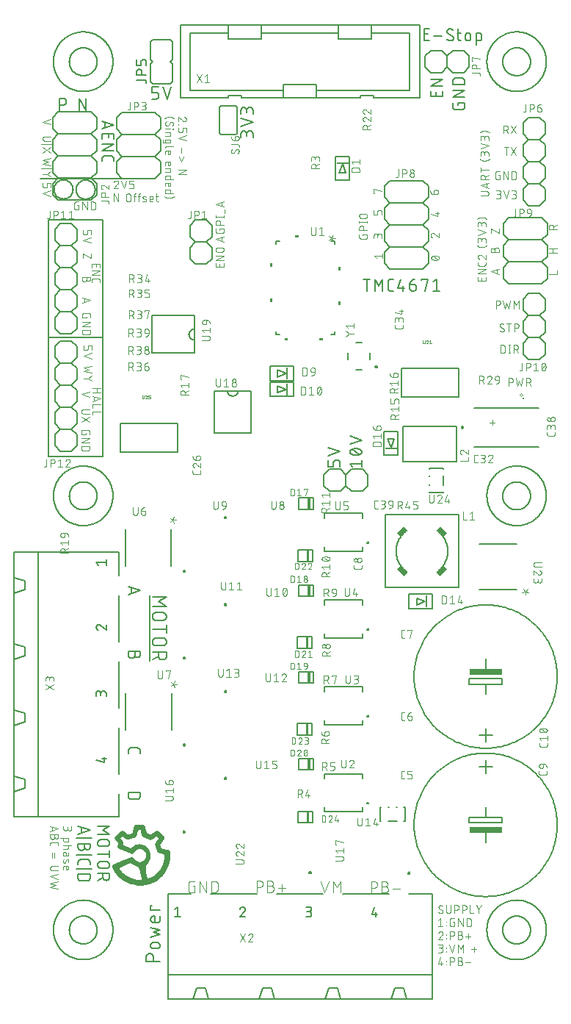
<source format=gbr>
G04 EAGLE Gerber RS-274X export*
G75*
%MOMM*%
%FSLAX34Y34*%
%LPD*%
%INSilkscreen Top*%
%IPPOS*%
%AMOC8*
5,1,8,0,0,1.08239X$1,22.5*%
G01*
%ADD10C,0.127000*%
%ADD11C,0.101600*%
%ADD12C,0.076200*%
%ADD13C,0.200000*%
%ADD14C,0.152400*%
%ADD15C,0.050800*%
%ADD16C,0.203200*%
%ADD17R,1.400000X0.200000*%
%ADD18R,3.810000X0.635000*%
%ADD19C,0.063400*%
%ADD20C,0.250000*%
%ADD21R,0.200000X1.400000*%
%ADD22R,1.100000X0.575000*%
%ADD23C,0.025400*%

G36*
X114964Y-999000D02*
X114964Y-999000D01*
X115356Y-998995D01*
X115358Y-998995D01*
X115749Y-998990D01*
X115752Y-998990D01*
X116143Y-998985D01*
X116145Y-998985D01*
X116537Y-998980D01*
X116539Y-998980D01*
X116930Y-998975D01*
X116933Y-998975D01*
X116962Y-998974D01*
X116963Y-998974D01*
X117029Y-998970D01*
X117100Y-998965D01*
X117172Y-998960D01*
X117244Y-998955D01*
X117315Y-998950D01*
X117387Y-998945D01*
X117459Y-998940D01*
X117530Y-998935D01*
X117602Y-998930D01*
X117674Y-998925D01*
X117745Y-998920D01*
X117817Y-998915D01*
X117889Y-998910D01*
X117960Y-998905D01*
X118032Y-998900D01*
X118104Y-998895D01*
X118175Y-998890D01*
X118247Y-998885D01*
X118319Y-998880D01*
X118390Y-998875D01*
X118462Y-998870D01*
X118533Y-998865D01*
X118534Y-998865D01*
X118605Y-998860D01*
X118677Y-998855D01*
X118748Y-998850D01*
X118749Y-998850D01*
X118820Y-998845D01*
X118892Y-998840D01*
X118959Y-998835D01*
X120943Y-998582D01*
X120944Y-998582D01*
X122911Y-998216D01*
X124853Y-997737D01*
X124853Y-997736D01*
X124854Y-997737D01*
X126765Y-997145D01*
X128639Y-996445D01*
X128640Y-996445D01*
X130470Y-995638D01*
X130471Y-995638D01*
X132253Y-994728D01*
X133979Y-993717D01*
X135645Y-992609D01*
X135645Y-992608D01*
X137246Y-991408D01*
X137246Y-991407D01*
X138776Y-990118D01*
X140230Y-988744D01*
X141604Y-987289D01*
X142893Y-985759D01*
X144094Y-984158D01*
X144095Y-984158D01*
X145202Y-982492D01*
X145203Y-982492D01*
X146213Y-980765D01*
X147124Y-978983D01*
X147123Y-978983D01*
X147124Y-978983D01*
X147931Y-977153D01*
X147931Y-977152D01*
X148632Y-975278D01*
X149223Y-973367D01*
X149223Y-973366D01*
X149703Y-971424D01*
X150071Y-969457D01*
X150070Y-969457D01*
X150071Y-969457D01*
X150325Y-967472D01*
X150465Y-965476D01*
X150497Y-963476D01*
X150502Y-961475D01*
X150505Y-960131D01*
X150504Y-960130D01*
X150505Y-960129D01*
X149761Y-958339D01*
X149759Y-958338D01*
X149758Y-958336D01*
X147908Y-957656D01*
X147907Y-957656D01*
X142007Y-956558D01*
X140494Y-955637D01*
X138981Y-951937D01*
X140058Y-950284D01*
X143455Y-945335D01*
X143454Y-945333D01*
X143455Y-945333D01*
X143806Y-943427D01*
X143804Y-943425D01*
X143805Y-943424D01*
X142634Y-941833D01*
X136965Y-936183D01*
X136964Y-936182D01*
X136963Y-936181D01*
X135101Y-935662D01*
X135099Y-935663D01*
X135098Y-935663D01*
X133355Y-936611D01*
X133354Y-936611D01*
X128405Y-940006D01*
X126643Y-939973D01*
X124805Y-939185D01*
X123096Y-938296D01*
X122000Y-932396D01*
X121588Y-930441D01*
X121586Y-930440D01*
X121586Y-930438D01*
X120184Y-929112D01*
X120182Y-929112D01*
X120181Y-929111D01*
X118191Y-928996D01*
X112188Y-928998D01*
X110195Y-929095D01*
X110193Y-929096D01*
X110192Y-929096D01*
X108748Y-930378D01*
X108748Y-930380D01*
X108747Y-930380D01*
X108321Y-932332D01*
X108322Y-932332D01*
X108321Y-932332D01*
X107221Y-938231D01*
X103510Y-939718D01*
X101719Y-939879D01*
X96771Y-936483D01*
X96771Y-936482D01*
X94992Y-935627D01*
X94989Y-935627D01*
X94988Y-935627D01*
X93180Y-936327D01*
X93180Y-936328D01*
X93179Y-936328D01*
X87518Y-941986D01*
X87518Y-941987D01*
X87517Y-941987D01*
X86454Y-943637D01*
X86455Y-943638D01*
X86454Y-943639D01*
X86454Y-943640D01*
X86454Y-943641D01*
X86978Y-945513D01*
X86979Y-945514D01*
X86979Y-945515D01*
X90373Y-950464D01*
X90362Y-952175D01*
X89521Y-953980D01*
X89521Y-953982D01*
X89520Y-953984D01*
X90004Y-955869D01*
X90006Y-955871D01*
X90006Y-955872D01*
X91691Y-956892D01*
X91692Y-956892D01*
X91692Y-956893D01*
X104634Y-962251D01*
X104634Y-962252D01*
X106561Y-962644D01*
X106563Y-962643D01*
X106565Y-962643D01*
X108129Y-961497D01*
X108129Y-961496D01*
X108130Y-961496D01*
X109247Y-959859D01*
X110660Y-958453D01*
X112398Y-957475D01*
X114335Y-957004D01*
X114357Y-957005D01*
X114358Y-957005D01*
X114526Y-957010D01*
X114527Y-957010D01*
X114695Y-957015D01*
X114696Y-957015D01*
X114863Y-957020D01*
X114864Y-957020D01*
X115032Y-957025D01*
X115033Y-957025D01*
X115201Y-957030D01*
X115202Y-957030D01*
X115370Y-957035D01*
X115371Y-957035D01*
X115538Y-957040D01*
X115539Y-957040D01*
X115707Y-957045D01*
X115708Y-957045D01*
X115876Y-957050D01*
X115877Y-957050D01*
X116045Y-957055D01*
X116213Y-957060D01*
X116214Y-957060D01*
X116327Y-957063D01*
X118233Y-957650D01*
X119910Y-958727D01*
X121236Y-960215D01*
X122115Y-962004D01*
X122479Y-963964D01*
X122317Y-965951D01*
X121632Y-967823D01*
X120469Y-969442D01*
X118913Y-970688D01*
X117079Y-971470D01*
X115104Y-971734D01*
X113128Y-971468D01*
X111297Y-970679D01*
X109745Y-969428D01*
X108526Y-967856D01*
X107273Y-966327D01*
X107271Y-966327D01*
X107270Y-966325D01*
X105341Y-966167D01*
X105340Y-966168D01*
X105339Y-966167D01*
X94243Y-970753D01*
X88641Y-972909D01*
X86785Y-973656D01*
X86784Y-973656D01*
X84986Y-974530D01*
X84986Y-974531D01*
X84985Y-974531D01*
X83574Y-975910D01*
X83573Y-975913D01*
X83572Y-975914D01*
X83692Y-977846D01*
X83693Y-977847D01*
X83692Y-977848D01*
X84427Y-979709D01*
X85294Y-981512D01*
X85294Y-981513D01*
X86321Y-983228D01*
X86322Y-983228D01*
X86321Y-983228D01*
X87471Y-984866D01*
X88711Y-986436D01*
X88712Y-986436D01*
X88904Y-986653D01*
X91473Y-989240D01*
X92960Y-990579D01*
X94520Y-991831D01*
X94521Y-991831D01*
X96150Y-992993D01*
X97843Y-994059D01*
X99594Y-995028D01*
X101397Y-995895D01*
X101398Y-995895D01*
X103248Y-996656D01*
X105140Y-997308D01*
X105140Y-997309D01*
X107066Y-997851D01*
X110972Y-998710D01*
X112963Y-998912D01*
X113017Y-998915D01*
X113131Y-998920D01*
X113132Y-998920D01*
X113245Y-998925D01*
X113246Y-998925D01*
X113360Y-998930D01*
X113474Y-998935D01*
X113475Y-998935D01*
X113589Y-998940D01*
X113703Y-998945D01*
X113817Y-998950D01*
X113818Y-998950D01*
X113932Y-998955D01*
X114046Y-998960D01*
X114047Y-998960D01*
X114160Y-998965D01*
X114161Y-998965D01*
X114275Y-998970D01*
X114389Y-998975D01*
X114390Y-998975D01*
X114504Y-998980D01*
X114618Y-998985D01*
X114619Y-998985D01*
X114732Y-998990D01*
X114733Y-998990D01*
X114847Y-998995D01*
X114961Y-999000D01*
X114964Y-999000D01*
X114964Y-999000D01*
G37*
%LPC*%
G36*
X123999Y-990066D02*
X123999Y-990066D01*
X123566Y-988115D01*
X123168Y-986154D01*
X122834Y-984182D01*
X122593Y-982196D01*
X122480Y-980199D01*
X122552Y-978201D01*
X122877Y-976229D01*
X123538Y-974345D01*
X124828Y-972838D01*
X126014Y-971228D01*
X126014Y-971227D01*
X126941Y-969456D01*
X126941Y-969455D01*
X127585Y-967563D01*
X127586Y-967562D01*
X127930Y-965593D01*
X127968Y-963594D01*
X127967Y-963594D01*
X127968Y-963593D01*
X127700Y-961612D01*
X127699Y-961612D01*
X127700Y-961612D01*
X127130Y-959695D01*
X126274Y-957888D01*
X126273Y-957888D01*
X126274Y-957888D01*
X125152Y-956233D01*
X125151Y-956233D01*
X125151Y-956232D01*
X123792Y-954766D01*
X122227Y-953521D01*
X120492Y-952527D01*
X120491Y-952527D01*
X118626Y-951810D01*
X118625Y-951810D01*
X118625Y-951809D01*
X116671Y-951387D01*
X116670Y-951387D01*
X114675Y-951270D01*
X114674Y-951271D01*
X114674Y-951270D01*
X112686Y-951476D01*
X112685Y-951476D01*
X110760Y-952012D01*
X110759Y-952012D01*
X108946Y-952854D01*
X108945Y-952854D01*
X107284Y-953966D01*
X107284Y-953967D01*
X107283Y-953966D01*
X105798Y-955304D01*
X104294Y-956021D01*
X96902Y-952964D01*
X96567Y-951477D01*
X96289Y-949517D01*
X96288Y-949516D01*
X96288Y-949515D01*
X95260Y-947806D01*
X95260Y-947805D01*
X92997Y-944509D01*
X94278Y-943087D01*
X95800Y-942865D01*
X99099Y-945127D01*
X99099Y-945128D01*
X100899Y-945967D01*
X100900Y-945966D01*
X100901Y-945967D01*
X102883Y-945969D01*
X102884Y-945968D01*
X102885Y-945969D01*
X104759Y-945275D01*
X104760Y-945275D01*
X108474Y-943787D01*
X110315Y-943005D01*
X110315Y-943004D01*
X110316Y-943004D01*
X111781Y-941667D01*
X111781Y-941666D01*
X111782Y-941666D01*
X112520Y-939823D01*
X112519Y-939823D01*
X112520Y-939822D01*
X113254Y-935889D01*
X114258Y-934695D01*
X116253Y-934695D01*
X116764Y-936483D01*
X117505Y-940416D01*
X117506Y-940416D01*
X117505Y-940417D01*
X118403Y-942189D01*
X118405Y-942189D01*
X118405Y-942190D01*
X119981Y-943397D01*
X119982Y-943397D01*
X125498Y-945765D01*
X125498Y-945764D01*
X125498Y-945765D01*
X127411Y-946309D01*
X127412Y-946309D01*
X127413Y-946309D01*
X129371Y-945985D01*
X129372Y-945984D01*
X129373Y-945984D01*
X131078Y-944948D01*
X134376Y-942685D01*
X135859Y-943320D01*
X136720Y-944782D01*
X134458Y-948079D01*
X134458Y-948080D01*
X133366Y-949754D01*
X133366Y-949755D01*
X133365Y-949755D01*
X132896Y-951686D01*
X132897Y-951688D01*
X132896Y-951689D01*
X133290Y-953571D01*
X133290Y-953572D01*
X135564Y-959127D01*
X135565Y-959128D01*
X135564Y-959128D01*
X136711Y-960749D01*
X136713Y-960749D01*
X136713Y-960750D01*
X138453Y-961706D01*
X138454Y-961706D01*
X138455Y-961707D01*
X140420Y-962081D01*
X142389Y-962432D01*
X143849Y-963234D01*
X143852Y-964659D01*
X143738Y-966656D01*
X143485Y-968640D01*
X143093Y-970602D01*
X142562Y-972530D01*
X141896Y-974416D01*
X141097Y-976250D01*
X140171Y-978023D01*
X139121Y-979726D01*
X137954Y-981349D01*
X136674Y-982887D01*
X135290Y-984331D01*
X133808Y-985674D01*
X132235Y-986909D01*
X130578Y-988030D01*
X128846Y-989031D01*
X127049Y-989907D01*
X125195Y-990654D01*
X123999Y-990066D01*
G37*
%LPD*%
%LPC*%
G36*
X114083Y-992318D02*
X114083Y-992318D01*
X112090Y-992150D01*
X110114Y-991842D01*
X109743Y-991757D01*
X106275Y-990698D01*
X104408Y-989979D01*
X102598Y-989128D01*
X99527Y-987408D01*
X99157Y-987166D01*
X97567Y-985952D01*
X96066Y-984630D01*
X94662Y-983205D01*
X93362Y-981685D01*
X92172Y-980079D01*
X91667Y-978570D01*
X102515Y-973436D01*
X104354Y-972654D01*
X105842Y-973449D01*
X107336Y-974777D01*
X109007Y-975875D01*
X109008Y-975875D01*
X110828Y-976702D01*
X110828Y-976701D01*
X110829Y-976702D01*
X112756Y-977223D01*
X113869Y-978769D01*
X114678Y-980598D01*
X115356Y-982480D01*
X115930Y-984397D01*
X116409Y-986339D01*
X116801Y-988301D01*
X117103Y-990278D01*
X117305Y-992263D01*
X116083Y-992338D01*
X114083Y-992318D01*
G37*
%LPD*%
G36*
X298107Y-252586D02*
X298107Y-252586D01*
X298109Y-252587D01*
X298152Y-252567D01*
X298196Y-252549D01*
X298196Y-252547D01*
X298198Y-252546D01*
X298231Y-252461D01*
X298231Y-249921D01*
X298230Y-249919D01*
X298231Y-249917D01*
X298211Y-249874D01*
X298193Y-249830D01*
X298191Y-249830D01*
X298190Y-249828D01*
X298105Y-249795D01*
X294295Y-249795D01*
X294293Y-249796D01*
X294291Y-249795D01*
X294248Y-249815D01*
X294204Y-249833D01*
X294204Y-249835D01*
X294202Y-249836D01*
X294169Y-249921D01*
X294169Y-252461D01*
X294170Y-252463D01*
X294169Y-252465D01*
X294189Y-252508D01*
X294207Y-252552D01*
X294209Y-252552D01*
X294210Y-252554D01*
X294295Y-252587D01*
X298105Y-252587D01*
X298107Y-252586D01*
G37*
G36*
X268102Y-286530D02*
X268102Y-286530D01*
X268104Y-286531D01*
X268147Y-286511D01*
X268191Y-286493D01*
X268191Y-286491D01*
X268193Y-286490D01*
X268226Y-286405D01*
X268226Y-282595D01*
X268225Y-282593D01*
X268226Y-282591D01*
X268206Y-282548D01*
X268188Y-282504D01*
X268186Y-282504D01*
X268185Y-282502D01*
X268100Y-282469D01*
X265560Y-282469D01*
X265558Y-282470D01*
X265556Y-282469D01*
X265513Y-282489D01*
X265469Y-282507D01*
X265469Y-282509D01*
X265467Y-282510D01*
X265434Y-282595D01*
X265434Y-286405D01*
X265435Y-286407D01*
X265434Y-286409D01*
X265454Y-286452D01*
X265472Y-286496D01*
X265474Y-286496D01*
X265475Y-286498D01*
X265560Y-286531D01*
X268100Y-286531D01*
X268102Y-286530D01*
G37*
G36*
X346842Y-290530D02*
X346842Y-290530D01*
X346844Y-290531D01*
X346887Y-290511D01*
X346931Y-290493D01*
X346931Y-290491D01*
X346933Y-290490D01*
X346966Y-290405D01*
X346966Y-286595D01*
X346965Y-286593D01*
X346966Y-286591D01*
X346946Y-286548D01*
X346928Y-286504D01*
X346926Y-286504D01*
X346925Y-286502D01*
X346840Y-286469D01*
X344300Y-286469D01*
X344298Y-286470D01*
X344296Y-286469D01*
X344253Y-286489D01*
X344209Y-286507D01*
X344209Y-286509D01*
X344207Y-286510D01*
X344174Y-286595D01*
X344174Y-290405D01*
X344175Y-290407D01*
X344174Y-290409D01*
X344194Y-290452D01*
X344212Y-290496D01*
X344214Y-290496D01*
X344215Y-290498D01*
X344300Y-290531D01*
X346840Y-290531D01*
X346842Y-290530D01*
G37*
G36*
X268102Y-326530D02*
X268102Y-326530D01*
X268104Y-326531D01*
X268147Y-326511D01*
X268191Y-326493D01*
X268191Y-326491D01*
X268193Y-326490D01*
X268226Y-326405D01*
X268226Y-322595D01*
X268225Y-322593D01*
X268226Y-322591D01*
X268206Y-322548D01*
X268188Y-322504D01*
X268186Y-322504D01*
X268185Y-322502D01*
X268100Y-322469D01*
X265560Y-322469D01*
X265558Y-322470D01*
X265556Y-322469D01*
X265513Y-322489D01*
X265469Y-322507D01*
X265469Y-322509D01*
X265467Y-322510D01*
X265434Y-322595D01*
X265434Y-326405D01*
X265435Y-326407D01*
X265434Y-326409D01*
X265454Y-326452D01*
X265472Y-326496D01*
X265474Y-326496D01*
X265475Y-326498D01*
X265560Y-326531D01*
X268100Y-326531D01*
X268102Y-326530D01*
G37*
G36*
X346842Y-330530D02*
X346842Y-330530D01*
X346844Y-330531D01*
X346887Y-330511D01*
X346931Y-330493D01*
X346931Y-330491D01*
X346933Y-330490D01*
X346966Y-330405D01*
X346966Y-326595D01*
X346965Y-326593D01*
X346966Y-326591D01*
X346946Y-326548D01*
X346928Y-326504D01*
X346926Y-326504D01*
X346925Y-326502D01*
X346840Y-326469D01*
X344300Y-326469D01*
X344298Y-326470D01*
X344296Y-326469D01*
X344253Y-326489D01*
X344209Y-326507D01*
X344209Y-326509D01*
X344207Y-326510D01*
X344174Y-326595D01*
X344174Y-330405D01*
X344175Y-330407D01*
X344174Y-330409D01*
X344194Y-330452D01*
X344212Y-330496D01*
X344214Y-330496D01*
X344215Y-330498D01*
X344300Y-330531D01*
X346840Y-330531D01*
X346842Y-330530D01*
G37*
G36*
X326107Y-371204D02*
X326107Y-371204D01*
X326109Y-371205D01*
X326152Y-371185D01*
X326196Y-371167D01*
X326196Y-371165D01*
X326198Y-371164D01*
X326231Y-371079D01*
X326231Y-368539D01*
X326230Y-368537D01*
X326231Y-368535D01*
X326211Y-368492D01*
X326193Y-368448D01*
X326191Y-368448D01*
X326190Y-368446D01*
X326105Y-368413D01*
X322295Y-368413D01*
X322293Y-368414D01*
X322291Y-368413D01*
X322248Y-368433D01*
X322204Y-368451D01*
X322204Y-368453D01*
X322202Y-368454D01*
X322169Y-368539D01*
X322169Y-371079D01*
X322170Y-371081D01*
X322169Y-371083D01*
X322189Y-371126D01*
X322207Y-371170D01*
X322209Y-371170D01*
X322210Y-371172D01*
X322295Y-371205D01*
X326105Y-371205D01*
X326107Y-371204D01*
G37*
G36*
X286107Y-371204D02*
X286107Y-371204D01*
X286109Y-371205D01*
X286152Y-371185D01*
X286196Y-371167D01*
X286196Y-371165D01*
X286198Y-371164D01*
X286231Y-371079D01*
X286231Y-368539D01*
X286230Y-368537D01*
X286231Y-368535D01*
X286211Y-368492D01*
X286193Y-368448D01*
X286191Y-368448D01*
X286190Y-368446D01*
X286105Y-368413D01*
X282295Y-368413D01*
X282293Y-368414D01*
X282291Y-368413D01*
X282248Y-368433D01*
X282204Y-368451D01*
X282204Y-368453D01*
X282202Y-368454D01*
X282169Y-368539D01*
X282169Y-371079D01*
X282170Y-371081D01*
X282169Y-371083D01*
X282189Y-371126D01*
X282207Y-371170D01*
X282209Y-371170D01*
X282210Y-371172D01*
X282295Y-371205D01*
X286105Y-371205D01*
X286107Y-371204D01*
G37*
D10*
X66635Y-930385D02*
X80365Y-930385D01*
X72737Y-934962D01*
X80365Y-939538D01*
X66635Y-939538D01*
X70449Y-945998D02*
X76551Y-945998D01*
X76673Y-946000D01*
X76795Y-946006D01*
X76917Y-946016D01*
X77039Y-946029D01*
X77160Y-946047D01*
X77280Y-946068D01*
X77400Y-946094D01*
X77518Y-946123D01*
X77636Y-946156D01*
X77753Y-946192D01*
X77868Y-946233D01*
X77982Y-946277D01*
X78095Y-946324D01*
X78206Y-946376D01*
X78315Y-946431D01*
X78423Y-946489D01*
X78528Y-946550D01*
X78632Y-946616D01*
X78733Y-946684D01*
X78832Y-946755D01*
X78929Y-946830D01*
X79023Y-946908D01*
X79115Y-946989D01*
X79204Y-947072D01*
X79291Y-947159D01*
X79374Y-947248D01*
X79455Y-947340D01*
X79533Y-947434D01*
X79608Y-947531D01*
X79679Y-947630D01*
X79747Y-947731D01*
X79813Y-947835D01*
X79874Y-947940D01*
X79932Y-948048D01*
X79987Y-948157D01*
X80039Y-948268D01*
X80086Y-948381D01*
X80130Y-948495D01*
X80171Y-948610D01*
X80207Y-948727D01*
X80240Y-948845D01*
X80269Y-948963D01*
X80295Y-949083D01*
X80316Y-949203D01*
X80334Y-949324D01*
X80347Y-949446D01*
X80357Y-949568D01*
X80363Y-949690D01*
X80365Y-949812D01*
X80363Y-949934D01*
X80357Y-950056D01*
X80347Y-950178D01*
X80334Y-950300D01*
X80316Y-950421D01*
X80295Y-950541D01*
X80269Y-950661D01*
X80240Y-950779D01*
X80207Y-950897D01*
X80171Y-951014D01*
X80130Y-951129D01*
X80086Y-951243D01*
X80039Y-951356D01*
X79987Y-951467D01*
X79932Y-951576D01*
X79874Y-951684D01*
X79813Y-951789D01*
X79747Y-951893D01*
X79679Y-951994D01*
X79608Y-952093D01*
X79533Y-952190D01*
X79455Y-952284D01*
X79374Y-952376D01*
X79291Y-952465D01*
X79204Y-952552D01*
X79115Y-952635D01*
X79023Y-952716D01*
X78929Y-952794D01*
X78832Y-952869D01*
X78733Y-952940D01*
X78632Y-953008D01*
X78528Y-953074D01*
X78423Y-953135D01*
X78315Y-953193D01*
X78206Y-953248D01*
X78095Y-953300D01*
X77982Y-953347D01*
X77868Y-953391D01*
X77753Y-953432D01*
X77636Y-953468D01*
X77518Y-953501D01*
X77400Y-953530D01*
X77280Y-953556D01*
X77160Y-953577D01*
X77039Y-953595D01*
X76917Y-953608D01*
X76795Y-953618D01*
X76673Y-953624D01*
X76551Y-953626D01*
X70449Y-953626D01*
X70327Y-953624D01*
X70205Y-953618D01*
X70083Y-953608D01*
X69961Y-953595D01*
X69840Y-953577D01*
X69720Y-953556D01*
X69600Y-953530D01*
X69482Y-953501D01*
X69364Y-953468D01*
X69247Y-953432D01*
X69132Y-953391D01*
X69018Y-953347D01*
X68905Y-953300D01*
X68794Y-953248D01*
X68685Y-953193D01*
X68577Y-953135D01*
X68472Y-953074D01*
X68368Y-953008D01*
X68267Y-952940D01*
X68168Y-952869D01*
X68071Y-952794D01*
X67977Y-952716D01*
X67885Y-952635D01*
X67796Y-952552D01*
X67709Y-952465D01*
X67626Y-952376D01*
X67545Y-952284D01*
X67467Y-952190D01*
X67392Y-952093D01*
X67321Y-951994D01*
X67253Y-951893D01*
X67187Y-951789D01*
X67126Y-951684D01*
X67068Y-951576D01*
X67013Y-951467D01*
X66961Y-951356D01*
X66914Y-951243D01*
X66870Y-951129D01*
X66829Y-951014D01*
X66793Y-950897D01*
X66760Y-950779D01*
X66731Y-950661D01*
X66705Y-950541D01*
X66684Y-950421D01*
X66666Y-950300D01*
X66653Y-950178D01*
X66643Y-950056D01*
X66637Y-949934D01*
X66635Y-949812D01*
X66637Y-949690D01*
X66643Y-949568D01*
X66653Y-949446D01*
X66666Y-949324D01*
X66684Y-949203D01*
X66705Y-949083D01*
X66731Y-948963D01*
X66760Y-948845D01*
X66793Y-948727D01*
X66829Y-948610D01*
X66870Y-948495D01*
X66914Y-948381D01*
X66961Y-948268D01*
X67013Y-948157D01*
X67068Y-948048D01*
X67126Y-947940D01*
X67187Y-947835D01*
X67253Y-947731D01*
X67321Y-947630D01*
X67392Y-947531D01*
X67467Y-947434D01*
X67545Y-947340D01*
X67626Y-947248D01*
X67709Y-947159D01*
X67796Y-947072D01*
X67885Y-946989D01*
X67977Y-946908D01*
X68071Y-946830D01*
X68168Y-946755D01*
X68267Y-946684D01*
X68368Y-946616D01*
X68472Y-946550D01*
X68577Y-946489D01*
X68685Y-946431D01*
X68794Y-946376D01*
X68905Y-946324D01*
X69018Y-946277D01*
X69132Y-946233D01*
X69247Y-946192D01*
X69364Y-946156D01*
X69482Y-946123D01*
X69600Y-946094D01*
X69720Y-946068D01*
X69840Y-946047D01*
X69961Y-946029D01*
X70083Y-946016D01*
X70205Y-946006D01*
X70327Y-946000D01*
X70449Y-945998D01*
X66635Y-962412D02*
X80365Y-962412D01*
X80365Y-958598D02*
X80365Y-966226D01*
X76551Y-971198D02*
X70449Y-971198D01*
X76551Y-971198D02*
X76673Y-971200D01*
X76795Y-971206D01*
X76917Y-971216D01*
X77039Y-971229D01*
X77160Y-971247D01*
X77280Y-971268D01*
X77400Y-971294D01*
X77518Y-971323D01*
X77636Y-971356D01*
X77753Y-971392D01*
X77868Y-971433D01*
X77982Y-971477D01*
X78095Y-971524D01*
X78206Y-971576D01*
X78315Y-971631D01*
X78423Y-971689D01*
X78528Y-971750D01*
X78632Y-971816D01*
X78733Y-971884D01*
X78832Y-971955D01*
X78929Y-972030D01*
X79023Y-972108D01*
X79115Y-972189D01*
X79204Y-972272D01*
X79291Y-972359D01*
X79374Y-972448D01*
X79455Y-972540D01*
X79533Y-972634D01*
X79608Y-972731D01*
X79679Y-972830D01*
X79747Y-972931D01*
X79813Y-973035D01*
X79874Y-973140D01*
X79932Y-973248D01*
X79987Y-973357D01*
X80039Y-973468D01*
X80086Y-973581D01*
X80130Y-973695D01*
X80171Y-973810D01*
X80207Y-973927D01*
X80240Y-974045D01*
X80269Y-974163D01*
X80295Y-974283D01*
X80316Y-974403D01*
X80334Y-974524D01*
X80347Y-974646D01*
X80357Y-974768D01*
X80363Y-974890D01*
X80365Y-975012D01*
X80363Y-975134D01*
X80357Y-975256D01*
X80347Y-975378D01*
X80334Y-975500D01*
X80316Y-975621D01*
X80295Y-975741D01*
X80269Y-975861D01*
X80240Y-975979D01*
X80207Y-976097D01*
X80171Y-976214D01*
X80130Y-976329D01*
X80086Y-976443D01*
X80039Y-976556D01*
X79987Y-976667D01*
X79932Y-976776D01*
X79874Y-976884D01*
X79813Y-976989D01*
X79747Y-977093D01*
X79679Y-977194D01*
X79608Y-977293D01*
X79533Y-977390D01*
X79455Y-977484D01*
X79374Y-977576D01*
X79291Y-977665D01*
X79204Y-977752D01*
X79115Y-977835D01*
X79023Y-977916D01*
X78929Y-977994D01*
X78832Y-978069D01*
X78733Y-978140D01*
X78632Y-978208D01*
X78528Y-978274D01*
X78423Y-978335D01*
X78315Y-978393D01*
X78206Y-978448D01*
X78095Y-978500D01*
X77982Y-978547D01*
X77868Y-978591D01*
X77753Y-978632D01*
X77636Y-978668D01*
X77518Y-978701D01*
X77400Y-978730D01*
X77280Y-978756D01*
X77160Y-978777D01*
X77039Y-978795D01*
X76917Y-978808D01*
X76795Y-978818D01*
X76673Y-978824D01*
X76551Y-978826D01*
X70449Y-978826D01*
X70327Y-978824D01*
X70205Y-978818D01*
X70083Y-978808D01*
X69961Y-978795D01*
X69840Y-978777D01*
X69720Y-978756D01*
X69600Y-978730D01*
X69482Y-978701D01*
X69364Y-978668D01*
X69247Y-978632D01*
X69132Y-978591D01*
X69018Y-978547D01*
X68905Y-978500D01*
X68794Y-978448D01*
X68685Y-978393D01*
X68577Y-978335D01*
X68472Y-978274D01*
X68368Y-978208D01*
X68267Y-978140D01*
X68168Y-978069D01*
X68071Y-977994D01*
X67977Y-977916D01*
X67885Y-977835D01*
X67796Y-977752D01*
X67709Y-977665D01*
X67626Y-977576D01*
X67545Y-977484D01*
X67467Y-977390D01*
X67392Y-977293D01*
X67321Y-977194D01*
X67253Y-977093D01*
X67187Y-976989D01*
X67126Y-976884D01*
X67068Y-976776D01*
X67013Y-976667D01*
X66961Y-976556D01*
X66914Y-976443D01*
X66870Y-976329D01*
X66829Y-976214D01*
X66793Y-976097D01*
X66760Y-975979D01*
X66731Y-975861D01*
X66705Y-975741D01*
X66684Y-975621D01*
X66666Y-975500D01*
X66653Y-975378D01*
X66643Y-975256D01*
X66637Y-975134D01*
X66635Y-975012D01*
X66637Y-974890D01*
X66643Y-974768D01*
X66653Y-974646D01*
X66666Y-974524D01*
X66684Y-974403D01*
X66705Y-974283D01*
X66731Y-974163D01*
X66760Y-974045D01*
X66793Y-973927D01*
X66829Y-973810D01*
X66870Y-973695D01*
X66914Y-973581D01*
X66961Y-973468D01*
X67013Y-973357D01*
X67068Y-973248D01*
X67126Y-973140D01*
X67187Y-973035D01*
X67253Y-972931D01*
X67321Y-972830D01*
X67392Y-972731D01*
X67467Y-972634D01*
X67545Y-972540D01*
X67626Y-972448D01*
X67709Y-972359D01*
X67796Y-972272D01*
X67885Y-972189D01*
X67977Y-972108D01*
X68071Y-972030D01*
X68168Y-971955D01*
X68267Y-971884D01*
X68368Y-971816D01*
X68472Y-971750D01*
X68577Y-971689D01*
X68685Y-971631D01*
X68794Y-971576D01*
X68905Y-971524D01*
X69018Y-971477D01*
X69132Y-971433D01*
X69247Y-971392D01*
X69364Y-971356D01*
X69482Y-971323D01*
X69600Y-971294D01*
X69720Y-971268D01*
X69840Y-971247D01*
X69961Y-971229D01*
X70083Y-971216D01*
X70205Y-971206D01*
X70327Y-971200D01*
X70449Y-971198D01*
X66635Y-985237D02*
X80365Y-985237D01*
X80365Y-989051D01*
X80363Y-989173D01*
X80357Y-989295D01*
X80347Y-989417D01*
X80334Y-989539D01*
X80316Y-989660D01*
X80295Y-989780D01*
X80269Y-989900D01*
X80240Y-990018D01*
X80207Y-990136D01*
X80171Y-990253D01*
X80130Y-990368D01*
X80086Y-990482D01*
X80039Y-990595D01*
X79987Y-990706D01*
X79932Y-990815D01*
X79874Y-990923D01*
X79813Y-991028D01*
X79747Y-991132D01*
X79679Y-991233D01*
X79608Y-991332D01*
X79533Y-991429D01*
X79455Y-991523D01*
X79374Y-991615D01*
X79291Y-991704D01*
X79204Y-991791D01*
X79115Y-991874D01*
X79023Y-991955D01*
X78929Y-992033D01*
X78832Y-992108D01*
X78733Y-992179D01*
X78632Y-992247D01*
X78528Y-992313D01*
X78423Y-992374D01*
X78315Y-992432D01*
X78206Y-992487D01*
X78095Y-992539D01*
X77982Y-992586D01*
X77868Y-992630D01*
X77753Y-992671D01*
X77636Y-992707D01*
X77518Y-992740D01*
X77400Y-992769D01*
X77280Y-992795D01*
X77160Y-992816D01*
X77039Y-992834D01*
X76917Y-992847D01*
X76795Y-992857D01*
X76673Y-992863D01*
X76551Y-992865D01*
X76429Y-992863D01*
X76307Y-992857D01*
X76185Y-992847D01*
X76063Y-992834D01*
X75942Y-992816D01*
X75822Y-992795D01*
X75702Y-992769D01*
X75584Y-992740D01*
X75466Y-992707D01*
X75349Y-992671D01*
X75234Y-992630D01*
X75120Y-992586D01*
X75007Y-992539D01*
X74896Y-992487D01*
X74787Y-992432D01*
X74679Y-992374D01*
X74574Y-992313D01*
X74470Y-992247D01*
X74369Y-992179D01*
X74270Y-992108D01*
X74173Y-992033D01*
X74079Y-991955D01*
X73987Y-991874D01*
X73898Y-991791D01*
X73811Y-991704D01*
X73728Y-991615D01*
X73647Y-991523D01*
X73569Y-991429D01*
X73494Y-991332D01*
X73423Y-991233D01*
X73355Y-991132D01*
X73289Y-991028D01*
X73228Y-990923D01*
X73170Y-990815D01*
X73115Y-990706D01*
X73063Y-990595D01*
X73016Y-990482D01*
X72972Y-990368D01*
X72931Y-990253D01*
X72895Y-990136D01*
X72862Y-990018D01*
X72833Y-989900D01*
X72807Y-989780D01*
X72786Y-989660D01*
X72768Y-989539D01*
X72755Y-989417D01*
X72745Y-989295D01*
X72739Y-989173D01*
X72737Y-989051D01*
X72737Y-985237D01*
X72737Y-989814D02*
X66635Y-992865D01*
X57865Y-934962D02*
X44135Y-930385D01*
X44135Y-939538D02*
X57865Y-934962D01*
X47568Y-938394D02*
X47568Y-931529D01*
X41847Y-944412D02*
X60153Y-944412D01*
X51763Y-950704D02*
X51763Y-954517D01*
X51761Y-954639D01*
X51755Y-954761D01*
X51745Y-954883D01*
X51732Y-955005D01*
X51714Y-955126D01*
X51693Y-955246D01*
X51667Y-955366D01*
X51638Y-955484D01*
X51605Y-955602D01*
X51569Y-955719D01*
X51528Y-955834D01*
X51484Y-955948D01*
X51437Y-956061D01*
X51385Y-956172D01*
X51330Y-956281D01*
X51272Y-956389D01*
X51211Y-956494D01*
X51145Y-956598D01*
X51077Y-956699D01*
X51006Y-956798D01*
X50931Y-956895D01*
X50853Y-956989D01*
X50772Y-957081D01*
X50689Y-957170D01*
X50602Y-957257D01*
X50513Y-957340D01*
X50421Y-957421D01*
X50327Y-957499D01*
X50230Y-957574D01*
X50131Y-957645D01*
X50030Y-957713D01*
X49926Y-957779D01*
X49821Y-957840D01*
X49713Y-957898D01*
X49604Y-957953D01*
X49493Y-958005D01*
X49380Y-958052D01*
X49266Y-958096D01*
X49151Y-958137D01*
X49034Y-958173D01*
X48916Y-958206D01*
X48798Y-958235D01*
X48678Y-958261D01*
X48558Y-958282D01*
X48437Y-958300D01*
X48315Y-958313D01*
X48193Y-958323D01*
X48071Y-958329D01*
X47949Y-958331D01*
X47827Y-958329D01*
X47705Y-958323D01*
X47583Y-958313D01*
X47461Y-958300D01*
X47340Y-958282D01*
X47220Y-958261D01*
X47100Y-958235D01*
X46982Y-958206D01*
X46864Y-958173D01*
X46747Y-958137D01*
X46632Y-958096D01*
X46518Y-958052D01*
X46405Y-958005D01*
X46294Y-957953D01*
X46185Y-957898D01*
X46077Y-957840D01*
X45972Y-957779D01*
X45868Y-957713D01*
X45767Y-957645D01*
X45668Y-957574D01*
X45571Y-957499D01*
X45477Y-957421D01*
X45385Y-957340D01*
X45296Y-957257D01*
X45209Y-957170D01*
X45126Y-957081D01*
X45045Y-956989D01*
X44967Y-956895D01*
X44892Y-956798D01*
X44821Y-956699D01*
X44753Y-956598D01*
X44687Y-956494D01*
X44626Y-956389D01*
X44568Y-956281D01*
X44513Y-956172D01*
X44461Y-956061D01*
X44414Y-955948D01*
X44370Y-955834D01*
X44329Y-955719D01*
X44293Y-955602D01*
X44260Y-955484D01*
X44231Y-955366D01*
X44205Y-955246D01*
X44184Y-955126D01*
X44166Y-955005D01*
X44153Y-954883D01*
X44143Y-954761D01*
X44137Y-954639D01*
X44135Y-954517D01*
X44135Y-950704D01*
X57865Y-950704D01*
X57865Y-954517D01*
X57863Y-954626D01*
X57857Y-954735D01*
X57848Y-954843D01*
X57834Y-954951D01*
X57817Y-955059D01*
X57795Y-955166D01*
X57770Y-955272D01*
X57741Y-955377D01*
X57709Y-955481D01*
X57673Y-955583D01*
X57633Y-955685D01*
X57589Y-955784D01*
X57542Y-955883D01*
X57492Y-955979D01*
X57438Y-956074D01*
X57381Y-956166D01*
X57320Y-956257D01*
X57256Y-956345D01*
X57190Y-956431D01*
X57120Y-956515D01*
X57047Y-956596D01*
X56971Y-956674D01*
X56893Y-956750D01*
X56812Y-956823D01*
X56728Y-956893D01*
X56642Y-956959D01*
X56554Y-957023D01*
X56463Y-957084D01*
X56371Y-957141D01*
X56276Y-957195D01*
X56180Y-957245D01*
X56081Y-957292D01*
X55982Y-957336D01*
X55880Y-957376D01*
X55778Y-957412D01*
X55674Y-957444D01*
X55569Y-957473D01*
X55463Y-957498D01*
X55356Y-957520D01*
X55248Y-957537D01*
X55140Y-957551D01*
X55032Y-957560D01*
X54923Y-957566D01*
X54814Y-957568D01*
X54705Y-957566D01*
X54596Y-957560D01*
X54488Y-957551D01*
X54380Y-957537D01*
X54272Y-957520D01*
X54165Y-957498D01*
X54059Y-957473D01*
X53954Y-957444D01*
X53850Y-957412D01*
X53748Y-957376D01*
X53646Y-957336D01*
X53547Y-957292D01*
X53448Y-957245D01*
X53352Y-957195D01*
X53257Y-957141D01*
X53165Y-957084D01*
X53074Y-957023D01*
X52986Y-956959D01*
X52900Y-956893D01*
X52816Y-956823D01*
X52735Y-956750D01*
X52657Y-956674D01*
X52581Y-956596D01*
X52508Y-956515D01*
X52438Y-956431D01*
X52372Y-956345D01*
X52308Y-956257D01*
X52247Y-956166D01*
X52190Y-956074D01*
X52136Y-955979D01*
X52086Y-955883D01*
X52039Y-955784D01*
X51995Y-955685D01*
X51955Y-955583D01*
X51919Y-955481D01*
X51887Y-955377D01*
X51858Y-955272D01*
X51833Y-955166D01*
X51811Y-955059D01*
X51794Y-954951D01*
X51780Y-954843D01*
X51771Y-954735D01*
X51765Y-954626D01*
X51763Y-954517D01*
X60153Y-963312D02*
X41847Y-963312D01*
X44135Y-971958D02*
X44135Y-975010D01*
X44135Y-971958D02*
X44137Y-971849D01*
X44143Y-971740D01*
X44152Y-971632D01*
X44166Y-971524D01*
X44183Y-971416D01*
X44205Y-971309D01*
X44230Y-971203D01*
X44259Y-971098D01*
X44291Y-970994D01*
X44327Y-970892D01*
X44367Y-970790D01*
X44411Y-970691D01*
X44458Y-970592D01*
X44508Y-970496D01*
X44562Y-970401D01*
X44619Y-970309D01*
X44680Y-970218D01*
X44744Y-970130D01*
X44810Y-970044D01*
X44880Y-969960D01*
X44953Y-969879D01*
X45029Y-969801D01*
X45107Y-969725D01*
X45188Y-969652D01*
X45272Y-969582D01*
X45358Y-969516D01*
X45446Y-969452D01*
X45537Y-969391D01*
X45629Y-969334D01*
X45724Y-969280D01*
X45820Y-969230D01*
X45919Y-969183D01*
X46018Y-969139D01*
X46120Y-969099D01*
X46222Y-969063D01*
X46326Y-969031D01*
X46431Y-969002D01*
X46537Y-968977D01*
X46644Y-968955D01*
X46752Y-968938D01*
X46860Y-968924D01*
X46968Y-968915D01*
X47077Y-968909D01*
X47186Y-968907D01*
X54814Y-968907D01*
X54814Y-968908D02*
X54923Y-968910D01*
X55032Y-968916D01*
X55140Y-968925D01*
X55248Y-968939D01*
X55356Y-968956D01*
X55463Y-968978D01*
X55569Y-969003D01*
X55674Y-969032D01*
X55777Y-969064D01*
X55880Y-969100D01*
X55982Y-969140D01*
X56081Y-969184D01*
X56180Y-969231D01*
X56276Y-969281D01*
X56371Y-969335D01*
X56463Y-969392D01*
X56554Y-969453D01*
X56642Y-969517D01*
X56728Y-969583D01*
X56812Y-969653D01*
X56893Y-969726D01*
X56971Y-969802D01*
X57047Y-969880D01*
X57120Y-969961D01*
X57190Y-970045D01*
X57256Y-970131D01*
X57320Y-970219D01*
X57381Y-970309D01*
X57438Y-970402D01*
X57492Y-970497D01*
X57542Y-970593D01*
X57589Y-970692D01*
X57633Y-970791D01*
X57673Y-970893D01*
X57709Y-970995D01*
X57741Y-971099D01*
X57770Y-971204D01*
X57795Y-971310D01*
X57817Y-971417D01*
X57834Y-971525D01*
X57848Y-971633D01*
X57857Y-971741D01*
X57863Y-971850D01*
X57865Y-971959D01*
X57865Y-971958D02*
X57865Y-975010D01*
X60153Y-979962D02*
X41847Y-979962D01*
X44135Y-986048D02*
X57865Y-986048D01*
X57865Y-989862D01*
X57863Y-989984D01*
X57857Y-990106D01*
X57847Y-990228D01*
X57834Y-990350D01*
X57816Y-990471D01*
X57795Y-990591D01*
X57769Y-990711D01*
X57740Y-990829D01*
X57707Y-990947D01*
X57671Y-991064D01*
X57630Y-991179D01*
X57586Y-991293D01*
X57539Y-991406D01*
X57487Y-991517D01*
X57432Y-991626D01*
X57374Y-991734D01*
X57313Y-991839D01*
X57247Y-991943D01*
X57179Y-992044D01*
X57108Y-992143D01*
X57033Y-992240D01*
X56955Y-992334D01*
X56874Y-992426D01*
X56791Y-992515D01*
X56704Y-992602D01*
X56615Y-992685D01*
X56523Y-992766D01*
X56429Y-992844D01*
X56332Y-992919D01*
X56233Y-992990D01*
X56132Y-993058D01*
X56028Y-993124D01*
X55923Y-993185D01*
X55815Y-993243D01*
X55706Y-993298D01*
X55595Y-993350D01*
X55482Y-993397D01*
X55368Y-993441D01*
X55253Y-993482D01*
X55136Y-993518D01*
X55018Y-993551D01*
X54900Y-993580D01*
X54780Y-993606D01*
X54660Y-993627D01*
X54539Y-993645D01*
X54417Y-993658D01*
X54295Y-993668D01*
X54173Y-993674D01*
X54051Y-993676D01*
X54051Y-993675D02*
X47949Y-993675D01*
X47949Y-993676D02*
X47827Y-993674D01*
X47705Y-993668D01*
X47583Y-993658D01*
X47461Y-993645D01*
X47340Y-993627D01*
X47220Y-993606D01*
X47100Y-993580D01*
X46982Y-993551D01*
X46864Y-993518D01*
X46747Y-993482D01*
X46632Y-993441D01*
X46518Y-993397D01*
X46405Y-993350D01*
X46294Y-993298D01*
X46185Y-993243D01*
X46077Y-993185D01*
X45972Y-993124D01*
X45868Y-993058D01*
X45767Y-992990D01*
X45668Y-992919D01*
X45571Y-992844D01*
X45477Y-992766D01*
X45385Y-992685D01*
X45296Y-992602D01*
X45209Y-992515D01*
X45126Y-992426D01*
X45045Y-992334D01*
X44967Y-992240D01*
X44892Y-992143D01*
X44821Y-992044D01*
X44753Y-991943D01*
X44687Y-991839D01*
X44626Y-991734D01*
X44568Y-991626D01*
X44513Y-991517D01*
X44461Y-991406D01*
X44414Y-991293D01*
X44370Y-991179D01*
X44329Y-991064D01*
X44293Y-990947D01*
X44260Y-990829D01*
X44231Y-990711D01*
X44205Y-990591D01*
X44184Y-990471D01*
X44166Y-990350D01*
X44153Y-990228D01*
X44143Y-990106D01*
X44137Y-989984D01*
X44135Y-989862D01*
X44135Y-986048D01*
D11*
X324258Y-994008D02*
X328586Y-1006992D01*
X332914Y-994008D01*
X338118Y-994008D02*
X338118Y-1006992D01*
X342446Y-1001221D02*
X338118Y-994008D01*
X342446Y-1001221D02*
X346774Y-994008D01*
X346774Y-1006992D01*
X250008Y-1006492D02*
X250008Y-993508D01*
X253615Y-993508D01*
X253734Y-993510D01*
X253853Y-993516D01*
X253972Y-993526D01*
X254091Y-993540D01*
X254209Y-993557D01*
X254326Y-993579D01*
X254443Y-993604D01*
X254558Y-993633D01*
X254673Y-993667D01*
X254786Y-993703D01*
X254898Y-993744D01*
X255009Y-993788D01*
X255118Y-993836D01*
X255226Y-993888D01*
X255332Y-993943D01*
X255436Y-994001D01*
X255538Y-994063D01*
X255637Y-994128D01*
X255735Y-994197D01*
X255830Y-994269D01*
X255923Y-994343D01*
X256014Y-994421D01*
X256101Y-994502D01*
X256187Y-994586D01*
X256269Y-994672D01*
X256348Y-994761D01*
X256424Y-994853D01*
X256498Y-994947D01*
X256568Y-995043D01*
X256635Y-995142D01*
X256698Y-995243D01*
X256758Y-995346D01*
X256815Y-995451D01*
X256868Y-995558D01*
X256918Y-995666D01*
X256964Y-995776D01*
X257007Y-995888D01*
X257045Y-996000D01*
X257080Y-996114D01*
X257112Y-996230D01*
X257139Y-996346D01*
X257163Y-996463D01*
X257182Y-996580D01*
X257198Y-996698D01*
X257210Y-996817D01*
X257218Y-996936D01*
X257222Y-997055D01*
X257222Y-997175D01*
X257218Y-997294D01*
X257210Y-997413D01*
X257198Y-997532D01*
X257182Y-997650D01*
X257163Y-997767D01*
X257139Y-997884D01*
X257112Y-998000D01*
X257080Y-998116D01*
X257045Y-998230D01*
X257007Y-998342D01*
X256964Y-998454D01*
X256918Y-998564D01*
X256868Y-998672D01*
X256815Y-998779D01*
X256758Y-998884D01*
X256698Y-998987D01*
X256635Y-999088D01*
X256568Y-999187D01*
X256498Y-999283D01*
X256424Y-999377D01*
X256348Y-999469D01*
X256269Y-999558D01*
X256187Y-999644D01*
X256101Y-999728D01*
X256014Y-999809D01*
X255923Y-999887D01*
X255830Y-999961D01*
X255735Y-1000033D01*
X255637Y-1000102D01*
X255538Y-1000167D01*
X255436Y-1000229D01*
X255332Y-1000287D01*
X255226Y-1000342D01*
X255118Y-1000394D01*
X255009Y-1000442D01*
X254898Y-1000486D01*
X254786Y-1000527D01*
X254673Y-1000563D01*
X254558Y-1000597D01*
X254443Y-1000626D01*
X254326Y-1000651D01*
X254209Y-1000673D01*
X254091Y-1000690D01*
X253972Y-1000704D01*
X253853Y-1000714D01*
X253734Y-1000720D01*
X253615Y-1000722D01*
X253615Y-1000721D02*
X250008Y-1000721D01*
X262608Y-999279D02*
X266215Y-999279D01*
X266215Y-999278D02*
X266334Y-999280D01*
X266453Y-999286D01*
X266572Y-999296D01*
X266691Y-999310D01*
X266809Y-999327D01*
X266926Y-999349D01*
X267043Y-999374D01*
X267158Y-999403D01*
X267273Y-999437D01*
X267386Y-999473D01*
X267498Y-999514D01*
X267609Y-999558D01*
X267718Y-999606D01*
X267826Y-999658D01*
X267932Y-999713D01*
X268036Y-999771D01*
X268138Y-999833D01*
X268237Y-999898D01*
X268335Y-999967D01*
X268430Y-1000039D01*
X268523Y-1000113D01*
X268614Y-1000191D01*
X268701Y-1000272D01*
X268787Y-1000356D01*
X268869Y-1000442D01*
X268948Y-1000531D01*
X269024Y-1000623D01*
X269098Y-1000717D01*
X269168Y-1000813D01*
X269235Y-1000912D01*
X269298Y-1001013D01*
X269358Y-1001116D01*
X269415Y-1001221D01*
X269468Y-1001328D01*
X269518Y-1001436D01*
X269564Y-1001546D01*
X269607Y-1001658D01*
X269645Y-1001770D01*
X269680Y-1001884D01*
X269712Y-1002000D01*
X269739Y-1002116D01*
X269763Y-1002233D01*
X269782Y-1002350D01*
X269798Y-1002468D01*
X269810Y-1002587D01*
X269818Y-1002706D01*
X269822Y-1002825D01*
X269822Y-1002945D01*
X269818Y-1003064D01*
X269810Y-1003183D01*
X269798Y-1003302D01*
X269782Y-1003420D01*
X269763Y-1003537D01*
X269739Y-1003654D01*
X269712Y-1003770D01*
X269680Y-1003886D01*
X269645Y-1004000D01*
X269607Y-1004112D01*
X269564Y-1004224D01*
X269518Y-1004334D01*
X269468Y-1004442D01*
X269415Y-1004549D01*
X269358Y-1004654D01*
X269298Y-1004757D01*
X269235Y-1004858D01*
X269168Y-1004957D01*
X269098Y-1005053D01*
X269024Y-1005147D01*
X268948Y-1005239D01*
X268869Y-1005328D01*
X268787Y-1005414D01*
X268701Y-1005498D01*
X268614Y-1005579D01*
X268523Y-1005657D01*
X268430Y-1005731D01*
X268335Y-1005803D01*
X268237Y-1005872D01*
X268138Y-1005937D01*
X268036Y-1005999D01*
X267932Y-1006057D01*
X267826Y-1006112D01*
X267718Y-1006164D01*
X267609Y-1006212D01*
X267498Y-1006256D01*
X267386Y-1006297D01*
X267273Y-1006333D01*
X267158Y-1006367D01*
X267043Y-1006396D01*
X266926Y-1006421D01*
X266809Y-1006443D01*
X266691Y-1006460D01*
X266572Y-1006474D01*
X266453Y-1006484D01*
X266334Y-1006490D01*
X266215Y-1006492D01*
X262608Y-1006492D01*
X262608Y-993508D01*
X266215Y-993508D01*
X266322Y-993510D01*
X266428Y-993516D01*
X266534Y-993526D01*
X266640Y-993539D01*
X266745Y-993557D01*
X266850Y-993579D01*
X266953Y-993604D01*
X267056Y-993633D01*
X267157Y-993666D01*
X267257Y-993703D01*
X267356Y-993743D01*
X267453Y-993787D01*
X267548Y-993835D01*
X267642Y-993886D01*
X267734Y-993940D01*
X267823Y-993998D01*
X267911Y-994059D01*
X267996Y-994123D01*
X268079Y-994191D01*
X268159Y-994261D01*
X268236Y-994334D01*
X268311Y-994410D01*
X268383Y-994489D01*
X268451Y-994571D01*
X268517Y-994654D01*
X268580Y-994741D01*
X268639Y-994829D01*
X268696Y-994920D01*
X268748Y-995012D01*
X268798Y-995107D01*
X268843Y-995203D01*
X268885Y-995301D01*
X268924Y-995401D01*
X268959Y-995501D01*
X268990Y-995603D01*
X269017Y-995707D01*
X269041Y-995811D01*
X269060Y-995915D01*
X269076Y-996021D01*
X269088Y-996127D01*
X269096Y-996233D01*
X269100Y-996340D01*
X269100Y-996446D01*
X269096Y-996553D01*
X269088Y-996659D01*
X269076Y-996765D01*
X269060Y-996871D01*
X269041Y-996975D01*
X269017Y-997079D01*
X268990Y-997183D01*
X268959Y-997285D01*
X268924Y-997385D01*
X268885Y-997485D01*
X268843Y-997583D01*
X268798Y-997679D01*
X268748Y-997774D01*
X268696Y-997866D01*
X268639Y-997957D01*
X268580Y-998045D01*
X268517Y-998132D01*
X268451Y-998215D01*
X268383Y-998297D01*
X268311Y-998376D01*
X268236Y-998452D01*
X268159Y-998525D01*
X268079Y-998595D01*
X267996Y-998663D01*
X267911Y-998727D01*
X267823Y-998788D01*
X267734Y-998846D01*
X267642Y-998900D01*
X267548Y-998951D01*
X267453Y-998999D01*
X267356Y-999043D01*
X267257Y-999083D01*
X267157Y-999120D01*
X267056Y-999153D01*
X266953Y-999182D01*
X266850Y-999207D01*
X266745Y-999229D01*
X266640Y-999247D01*
X266534Y-999260D01*
X266428Y-999270D01*
X266322Y-999276D01*
X266215Y-999278D01*
X274729Y-1001443D02*
X283385Y-1001443D01*
X279057Y-1005771D02*
X279057Y-997115D01*
X382008Y-994258D02*
X382008Y-1007242D01*
X382008Y-994258D02*
X385615Y-994258D01*
X385734Y-994260D01*
X385853Y-994266D01*
X385972Y-994276D01*
X386091Y-994290D01*
X386209Y-994307D01*
X386326Y-994329D01*
X386443Y-994354D01*
X386558Y-994383D01*
X386673Y-994417D01*
X386786Y-994453D01*
X386898Y-994494D01*
X387009Y-994538D01*
X387118Y-994586D01*
X387226Y-994638D01*
X387332Y-994693D01*
X387436Y-994751D01*
X387538Y-994813D01*
X387637Y-994878D01*
X387735Y-994947D01*
X387830Y-995019D01*
X387923Y-995093D01*
X388014Y-995171D01*
X388101Y-995252D01*
X388187Y-995336D01*
X388269Y-995422D01*
X388348Y-995511D01*
X388424Y-995603D01*
X388498Y-995697D01*
X388568Y-995793D01*
X388635Y-995892D01*
X388698Y-995993D01*
X388758Y-996096D01*
X388815Y-996201D01*
X388868Y-996308D01*
X388918Y-996416D01*
X388964Y-996526D01*
X389007Y-996638D01*
X389045Y-996750D01*
X389080Y-996864D01*
X389112Y-996980D01*
X389139Y-997096D01*
X389163Y-997213D01*
X389182Y-997330D01*
X389198Y-997448D01*
X389210Y-997567D01*
X389218Y-997686D01*
X389222Y-997805D01*
X389222Y-997925D01*
X389218Y-998044D01*
X389210Y-998163D01*
X389198Y-998282D01*
X389182Y-998400D01*
X389163Y-998517D01*
X389139Y-998634D01*
X389112Y-998750D01*
X389080Y-998866D01*
X389045Y-998980D01*
X389007Y-999092D01*
X388964Y-999204D01*
X388918Y-999314D01*
X388868Y-999422D01*
X388815Y-999529D01*
X388758Y-999634D01*
X388698Y-999737D01*
X388635Y-999838D01*
X388568Y-999937D01*
X388498Y-1000033D01*
X388424Y-1000127D01*
X388348Y-1000219D01*
X388269Y-1000308D01*
X388187Y-1000394D01*
X388101Y-1000478D01*
X388014Y-1000559D01*
X387923Y-1000637D01*
X387830Y-1000711D01*
X387735Y-1000783D01*
X387637Y-1000852D01*
X387538Y-1000917D01*
X387436Y-1000979D01*
X387332Y-1001037D01*
X387226Y-1001092D01*
X387118Y-1001144D01*
X387009Y-1001192D01*
X386898Y-1001236D01*
X386786Y-1001277D01*
X386673Y-1001313D01*
X386558Y-1001347D01*
X386443Y-1001376D01*
X386326Y-1001401D01*
X386209Y-1001423D01*
X386091Y-1001440D01*
X385972Y-1001454D01*
X385853Y-1001464D01*
X385734Y-1001470D01*
X385615Y-1001472D01*
X385615Y-1001471D02*
X382008Y-1001471D01*
X394608Y-1000029D02*
X398215Y-1000029D01*
X398215Y-1000028D02*
X398334Y-1000030D01*
X398453Y-1000036D01*
X398572Y-1000046D01*
X398691Y-1000060D01*
X398809Y-1000077D01*
X398926Y-1000099D01*
X399043Y-1000124D01*
X399158Y-1000153D01*
X399273Y-1000187D01*
X399386Y-1000223D01*
X399498Y-1000264D01*
X399609Y-1000308D01*
X399718Y-1000356D01*
X399826Y-1000408D01*
X399932Y-1000463D01*
X400036Y-1000521D01*
X400138Y-1000583D01*
X400237Y-1000648D01*
X400335Y-1000717D01*
X400430Y-1000789D01*
X400523Y-1000863D01*
X400614Y-1000941D01*
X400701Y-1001022D01*
X400787Y-1001106D01*
X400869Y-1001192D01*
X400948Y-1001281D01*
X401024Y-1001373D01*
X401098Y-1001467D01*
X401168Y-1001563D01*
X401235Y-1001662D01*
X401298Y-1001763D01*
X401358Y-1001866D01*
X401415Y-1001971D01*
X401468Y-1002078D01*
X401518Y-1002186D01*
X401564Y-1002296D01*
X401607Y-1002408D01*
X401645Y-1002520D01*
X401680Y-1002634D01*
X401712Y-1002750D01*
X401739Y-1002866D01*
X401763Y-1002983D01*
X401782Y-1003100D01*
X401798Y-1003218D01*
X401810Y-1003337D01*
X401818Y-1003456D01*
X401822Y-1003575D01*
X401822Y-1003695D01*
X401818Y-1003814D01*
X401810Y-1003933D01*
X401798Y-1004052D01*
X401782Y-1004170D01*
X401763Y-1004287D01*
X401739Y-1004404D01*
X401712Y-1004520D01*
X401680Y-1004636D01*
X401645Y-1004750D01*
X401607Y-1004862D01*
X401564Y-1004974D01*
X401518Y-1005084D01*
X401468Y-1005192D01*
X401415Y-1005299D01*
X401358Y-1005404D01*
X401298Y-1005507D01*
X401235Y-1005608D01*
X401168Y-1005707D01*
X401098Y-1005803D01*
X401024Y-1005897D01*
X400948Y-1005989D01*
X400869Y-1006078D01*
X400787Y-1006164D01*
X400701Y-1006248D01*
X400614Y-1006329D01*
X400523Y-1006407D01*
X400430Y-1006481D01*
X400335Y-1006553D01*
X400237Y-1006622D01*
X400138Y-1006687D01*
X400036Y-1006749D01*
X399932Y-1006807D01*
X399826Y-1006862D01*
X399718Y-1006914D01*
X399609Y-1006962D01*
X399498Y-1007006D01*
X399386Y-1007047D01*
X399273Y-1007083D01*
X399158Y-1007117D01*
X399043Y-1007146D01*
X398926Y-1007171D01*
X398809Y-1007193D01*
X398691Y-1007210D01*
X398572Y-1007224D01*
X398453Y-1007234D01*
X398334Y-1007240D01*
X398215Y-1007242D01*
X394608Y-1007242D01*
X394608Y-994258D01*
X398215Y-994258D01*
X398322Y-994260D01*
X398428Y-994266D01*
X398534Y-994276D01*
X398640Y-994289D01*
X398745Y-994307D01*
X398850Y-994329D01*
X398953Y-994354D01*
X399056Y-994383D01*
X399157Y-994416D01*
X399257Y-994453D01*
X399356Y-994493D01*
X399453Y-994537D01*
X399548Y-994585D01*
X399642Y-994636D01*
X399734Y-994690D01*
X399823Y-994748D01*
X399911Y-994809D01*
X399996Y-994873D01*
X400079Y-994941D01*
X400159Y-995011D01*
X400236Y-995084D01*
X400311Y-995160D01*
X400383Y-995239D01*
X400451Y-995321D01*
X400517Y-995404D01*
X400580Y-995491D01*
X400639Y-995579D01*
X400696Y-995670D01*
X400748Y-995762D01*
X400798Y-995857D01*
X400843Y-995953D01*
X400885Y-996051D01*
X400924Y-996151D01*
X400959Y-996251D01*
X400990Y-996353D01*
X401017Y-996457D01*
X401041Y-996561D01*
X401060Y-996665D01*
X401076Y-996771D01*
X401088Y-996877D01*
X401096Y-996983D01*
X401100Y-997090D01*
X401100Y-997196D01*
X401096Y-997303D01*
X401088Y-997409D01*
X401076Y-997515D01*
X401060Y-997621D01*
X401041Y-997725D01*
X401017Y-997829D01*
X400990Y-997933D01*
X400959Y-998035D01*
X400924Y-998135D01*
X400885Y-998235D01*
X400843Y-998333D01*
X400798Y-998429D01*
X400748Y-998524D01*
X400696Y-998616D01*
X400639Y-998707D01*
X400580Y-998795D01*
X400517Y-998882D01*
X400451Y-998965D01*
X400383Y-999047D01*
X400311Y-999126D01*
X400236Y-999202D01*
X400159Y-999275D01*
X400079Y-999345D01*
X399996Y-999413D01*
X399911Y-999477D01*
X399823Y-999538D01*
X399734Y-999596D01*
X399642Y-999650D01*
X399548Y-999701D01*
X399453Y-999749D01*
X399356Y-999793D01*
X399257Y-999833D01*
X399157Y-999870D01*
X399056Y-999903D01*
X398953Y-999932D01*
X398850Y-999957D01*
X398745Y-999979D01*
X398640Y-999997D01*
X398534Y-1000010D01*
X398428Y-1000020D01*
X398322Y-1000026D01*
X398215Y-1000028D01*
X406729Y-1002193D02*
X415385Y-1002193D01*
D12*
X462710Y-1030869D02*
X462800Y-1030867D01*
X462889Y-1030861D01*
X462978Y-1030851D01*
X463066Y-1030838D01*
X463154Y-1030820D01*
X463241Y-1030799D01*
X463327Y-1030774D01*
X463412Y-1030745D01*
X463496Y-1030713D01*
X463578Y-1030677D01*
X463658Y-1030637D01*
X463737Y-1030594D01*
X463813Y-1030547D01*
X463888Y-1030498D01*
X463960Y-1030445D01*
X464030Y-1030389D01*
X464097Y-1030330D01*
X464162Y-1030268D01*
X464224Y-1030203D01*
X464283Y-1030136D01*
X464339Y-1030066D01*
X464392Y-1029994D01*
X464441Y-1029919D01*
X464488Y-1029843D01*
X464531Y-1029764D01*
X464571Y-1029684D01*
X464607Y-1029602D01*
X464639Y-1029518D01*
X464668Y-1029433D01*
X464693Y-1029347D01*
X464714Y-1029260D01*
X464732Y-1029172D01*
X464745Y-1029084D01*
X464755Y-1028995D01*
X464761Y-1028906D01*
X464763Y-1028816D01*
X462710Y-1030869D02*
X462583Y-1030867D01*
X462456Y-1030862D01*
X462330Y-1030852D01*
X462204Y-1030839D01*
X462078Y-1030823D01*
X461953Y-1030802D01*
X461828Y-1030778D01*
X461705Y-1030751D01*
X461582Y-1030720D01*
X461460Y-1030685D01*
X461339Y-1030647D01*
X461219Y-1030605D01*
X461101Y-1030559D01*
X460984Y-1030511D01*
X460868Y-1030458D01*
X460754Y-1030403D01*
X460642Y-1030344D01*
X460531Y-1030282D01*
X460422Y-1030217D01*
X460316Y-1030148D01*
X460211Y-1030077D01*
X460108Y-1030002D01*
X460008Y-1029924D01*
X459910Y-1029844D01*
X459814Y-1029761D01*
X459721Y-1029675D01*
X459631Y-1029586D01*
X459888Y-1023684D02*
X459890Y-1023594D01*
X459896Y-1023505D01*
X459906Y-1023416D01*
X459919Y-1023328D01*
X459937Y-1023240D01*
X459958Y-1023153D01*
X459983Y-1023067D01*
X460012Y-1022982D01*
X460044Y-1022898D01*
X460080Y-1022816D01*
X460120Y-1022736D01*
X460163Y-1022658D01*
X460210Y-1022581D01*
X460259Y-1022506D01*
X460312Y-1022434D01*
X460368Y-1022364D01*
X460427Y-1022297D01*
X460489Y-1022232D01*
X460554Y-1022170D01*
X460621Y-1022111D01*
X460691Y-1022055D01*
X460763Y-1022002D01*
X460838Y-1021953D01*
X460915Y-1021906D01*
X460993Y-1021863D01*
X461073Y-1021823D01*
X461155Y-1021787D01*
X461239Y-1021755D01*
X461324Y-1021726D01*
X461410Y-1021701D01*
X461497Y-1021680D01*
X461585Y-1021662D01*
X461673Y-1021649D01*
X461762Y-1021639D01*
X461851Y-1021633D01*
X461941Y-1021631D01*
X462065Y-1021633D01*
X462189Y-1021639D01*
X462312Y-1021649D01*
X462435Y-1021663D01*
X462558Y-1021681D01*
X462679Y-1021703D01*
X462801Y-1021728D01*
X462921Y-1021758D01*
X463040Y-1021791D01*
X463158Y-1021829D01*
X463275Y-1021870D01*
X463390Y-1021914D01*
X463504Y-1021963D01*
X463617Y-1022015D01*
X463727Y-1022071D01*
X463836Y-1022130D01*
X463943Y-1022193D01*
X464048Y-1022259D01*
X464150Y-1022328D01*
X464250Y-1022401D01*
X460914Y-1025480D02*
X460838Y-1025433D01*
X460763Y-1025382D01*
X460691Y-1025328D01*
X460621Y-1025271D01*
X460554Y-1025211D01*
X460489Y-1025148D01*
X460427Y-1025083D01*
X460368Y-1025015D01*
X460312Y-1024944D01*
X460259Y-1024871D01*
X460209Y-1024796D01*
X460163Y-1024718D01*
X460120Y-1024639D01*
X460080Y-1024558D01*
X460044Y-1024475D01*
X460012Y-1024391D01*
X459983Y-1024306D01*
X459958Y-1024219D01*
X459937Y-1024132D01*
X459919Y-1024043D01*
X459906Y-1023954D01*
X459896Y-1023864D01*
X459890Y-1023774D01*
X459888Y-1023684D01*
X463737Y-1027020D02*
X463813Y-1027067D01*
X463888Y-1027118D01*
X463960Y-1027172D01*
X464030Y-1027229D01*
X464097Y-1027289D01*
X464162Y-1027352D01*
X464224Y-1027417D01*
X464283Y-1027485D01*
X464339Y-1027556D01*
X464392Y-1027629D01*
X464442Y-1027704D01*
X464488Y-1027782D01*
X464531Y-1027861D01*
X464571Y-1027942D01*
X464607Y-1028025D01*
X464639Y-1028109D01*
X464668Y-1028194D01*
X464693Y-1028281D01*
X464714Y-1028369D01*
X464732Y-1028457D01*
X464745Y-1028546D01*
X464755Y-1028636D01*
X464761Y-1028726D01*
X464763Y-1028816D01*
X463737Y-1027020D02*
X460914Y-1025480D01*
X468631Y-1028303D02*
X468631Y-1021631D01*
X468631Y-1028303D02*
X468633Y-1028402D01*
X468639Y-1028502D01*
X468648Y-1028601D01*
X468662Y-1028699D01*
X468679Y-1028797D01*
X468700Y-1028895D01*
X468725Y-1028991D01*
X468754Y-1029086D01*
X468786Y-1029181D01*
X468822Y-1029273D01*
X468861Y-1029365D01*
X468904Y-1029455D01*
X468950Y-1029543D01*
X469000Y-1029629D01*
X469053Y-1029713D01*
X469109Y-1029795D01*
X469169Y-1029875D01*
X469231Y-1029952D01*
X469297Y-1030027D01*
X469365Y-1030100D01*
X469436Y-1030169D01*
X469510Y-1030236D01*
X469586Y-1030300D01*
X469665Y-1030361D01*
X469746Y-1030419D01*
X469829Y-1030474D01*
X469914Y-1030525D01*
X470001Y-1030573D01*
X470090Y-1030618D01*
X470181Y-1030659D01*
X470273Y-1030697D01*
X470366Y-1030731D01*
X470461Y-1030761D01*
X470557Y-1030788D01*
X470654Y-1030811D01*
X470751Y-1030830D01*
X470850Y-1030845D01*
X470949Y-1030857D01*
X471048Y-1030865D01*
X471147Y-1030869D01*
X471247Y-1030869D01*
X471346Y-1030865D01*
X471445Y-1030857D01*
X471544Y-1030845D01*
X471643Y-1030830D01*
X471740Y-1030811D01*
X471837Y-1030788D01*
X471933Y-1030761D01*
X472028Y-1030731D01*
X472121Y-1030697D01*
X472213Y-1030659D01*
X472304Y-1030618D01*
X472393Y-1030573D01*
X472480Y-1030525D01*
X472565Y-1030474D01*
X472648Y-1030419D01*
X472729Y-1030361D01*
X472808Y-1030300D01*
X472884Y-1030236D01*
X472958Y-1030169D01*
X473029Y-1030100D01*
X473097Y-1030027D01*
X473163Y-1029952D01*
X473225Y-1029875D01*
X473285Y-1029795D01*
X473341Y-1029713D01*
X473394Y-1029629D01*
X473444Y-1029543D01*
X473490Y-1029455D01*
X473533Y-1029365D01*
X473572Y-1029273D01*
X473608Y-1029181D01*
X473640Y-1029086D01*
X473669Y-1028991D01*
X473694Y-1028895D01*
X473715Y-1028797D01*
X473732Y-1028699D01*
X473746Y-1028601D01*
X473755Y-1028502D01*
X473761Y-1028402D01*
X473763Y-1028303D01*
X473763Y-1021631D01*
X478361Y-1021631D02*
X478361Y-1030869D01*
X478361Y-1021631D02*
X480927Y-1021631D01*
X481026Y-1021633D01*
X481126Y-1021639D01*
X481225Y-1021648D01*
X481323Y-1021662D01*
X481421Y-1021679D01*
X481519Y-1021700D01*
X481615Y-1021725D01*
X481710Y-1021754D01*
X481805Y-1021786D01*
X481897Y-1021822D01*
X481989Y-1021861D01*
X482079Y-1021904D01*
X482167Y-1021950D01*
X482253Y-1022000D01*
X482337Y-1022053D01*
X482419Y-1022109D01*
X482499Y-1022169D01*
X482576Y-1022231D01*
X482651Y-1022297D01*
X482724Y-1022365D01*
X482793Y-1022436D01*
X482860Y-1022510D01*
X482924Y-1022586D01*
X482985Y-1022665D01*
X483043Y-1022746D01*
X483098Y-1022829D01*
X483149Y-1022914D01*
X483197Y-1023001D01*
X483242Y-1023090D01*
X483283Y-1023181D01*
X483321Y-1023273D01*
X483355Y-1023366D01*
X483385Y-1023461D01*
X483412Y-1023557D01*
X483435Y-1023654D01*
X483454Y-1023751D01*
X483469Y-1023850D01*
X483481Y-1023949D01*
X483489Y-1024048D01*
X483493Y-1024147D01*
X483493Y-1024247D01*
X483489Y-1024346D01*
X483481Y-1024445D01*
X483469Y-1024544D01*
X483454Y-1024643D01*
X483435Y-1024740D01*
X483412Y-1024837D01*
X483385Y-1024933D01*
X483355Y-1025028D01*
X483321Y-1025121D01*
X483283Y-1025213D01*
X483242Y-1025304D01*
X483197Y-1025393D01*
X483149Y-1025480D01*
X483098Y-1025565D01*
X483043Y-1025648D01*
X482985Y-1025729D01*
X482924Y-1025808D01*
X482860Y-1025884D01*
X482793Y-1025958D01*
X482724Y-1026029D01*
X482651Y-1026097D01*
X482576Y-1026163D01*
X482499Y-1026225D01*
X482419Y-1026285D01*
X482337Y-1026341D01*
X482253Y-1026394D01*
X482167Y-1026444D01*
X482079Y-1026490D01*
X481989Y-1026533D01*
X481897Y-1026572D01*
X481805Y-1026608D01*
X481710Y-1026640D01*
X481615Y-1026669D01*
X481519Y-1026694D01*
X481421Y-1026715D01*
X481323Y-1026732D01*
X481225Y-1026746D01*
X481126Y-1026755D01*
X481026Y-1026761D01*
X480927Y-1026763D01*
X478361Y-1026763D01*
X487361Y-1030869D02*
X487361Y-1021631D01*
X489927Y-1021631D01*
X490026Y-1021633D01*
X490126Y-1021639D01*
X490225Y-1021648D01*
X490323Y-1021662D01*
X490421Y-1021679D01*
X490519Y-1021700D01*
X490615Y-1021725D01*
X490710Y-1021754D01*
X490805Y-1021786D01*
X490897Y-1021822D01*
X490989Y-1021861D01*
X491079Y-1021904D01*
X491167Y-1021950D01*
X491253Y-1022000D01*
X491337Y-1022053D01*
X491419Y-1022109D01*
X491499Y-1022169D01*
X491576Y-1022231D01*
X491651Y-1022297D01*
X491724Y-1022365D01*
X491793Y-1022436D01*
X491860Y-1022510D01*
X491924Y-1022586D01*
X491985Y-1022665D01*
X492043Y-1022746D01*
X492098Y-1022829D01*
X492149Y-1022914D01*
X492197Y-1023001D01*
X492242Y-1023090D01*
X492283Y-1023181D01*
X492321Y-1023273D01*
X492355Y-1023366D01*
X492385Y-1023461D01*
X492412Y-1023557D01*
X492435Y-1023654D01*
X492454Y-1023751D01*
X492469Y-1023850D01*
X492481Y-1023949D01*
X492489Y-1024048D01*
X492493Y-1024147D01*
X492493Y-1024247D01*
X492489Y-1024346D01*
X492481Y-1024445D01*
X492469Y-1024544D01*
X492454Y-1024643D01*
X492435Y-1024740D01*
X492412Y-1024837D01*
X492385Y-1024933D01*
X492355Y-1025028D01*
X492321Y-1025121D01*
X492283Y-1025213D01*
X492242Y-1025304D01*
X492197Y-1025393D01*
X492149Y-1025480D01*
X492098Y-1025565D01*
X492043Y-1025648D01*
X491985Y-1025729D01*
X491924Y-1025808D01*
X491860Y-1025884D01*
X491793Y-1025958D01*
X491724Y-1026029D01*
X491651Y-1026097D01*
X491576Y-1026163D01*
X491499Y-1026225D01*
X491419Y-1026285D01*
X491337Y-1026341D01*
X491253Y-1026394D01*
X491167Y-1026444D01*
X491079Y-1026490D01*
X490989Y-1026533D01*
X490897Y-1026572D01*
X490805Y-1026608D01*
X490710Y-1026640D01*
X490615Y-1026669D01*
X490519Y-1026694D01*
X490421Y-1026715D01*
X490323Y-1026732D01*
X490225Y-1026746D01*
X490126Y-1026755D01*
X490026Y-1026761D01*
X489927Y-1026763D01*
X487361Y-1026763D01*
X496248Y-1030869D02*
X496248Y-1021631D01*
X496248Y-1030869D02*
X500354Y-1030869D01*
X506297Y-1025993D02*
X503218Y-1021631D01*
X506297Y-1025993D02*
X509376Y-1021631D01*
X506297Y-1025993D02*
X506297Y-1030869D01*
X462197Y-1036631D02*
X459631Y-1038684D01*
X462197Y-1036631D02*
X462197Y-1045869D01*
X459631Y-1045869D02*
X464763Y-1045869D01*
X468540Y-1045099D02*
X468540Y-1044586D01*
X469054Y-1044586D01*
X469054Y-1045099D01*
X468540Y-1045099D01*
X468540Y-1040993D02*
X468540Y-1040480D01*
X469054Y-1040480D01*
X469054Y-1040993D01*
X468540Y-1040993D01*
X476723Y-1040737D02*
X478263Y-1040737D01*
X478263Y-1045869D01*
X475184Y-1045869D01*
X475094Y-1045867D01*
X475005Y-1045861D01*
X474916Y-1045851D01*
X474828Y-1045838D01*
X474740Y-1045820D01*
X474653Y-1045799D01*
X474567Y-1045774D01*
X474482Y-1045745D01*
X474398Y-1045713D01*
X474316Y-1045677D01*
X474236Y-1045637D01*
X474158Y-1045594D01*
X474081Y-1045547D01*
X474006Y-1045498D01*
X473934Y-1045445D01*
X473864Y-1045389D01*
X473797Y-1045330D01*
X473732Y-1045268D01*
X473670Y-1045203D01*
X473611Y-1045136D01*
X473555Y-1045066D01*
X473502Y-1044994D01*
X473453Y-1044919D01*
X473406Y-1044843D01*
X473363Y-1044764D01*
X473323Y-1044684D01*
X473287Y-1044602D01*
X473255Y-1044518D01*
X473226Y-1044433D01*
X473201Y-1044347D01*
X473180Y-1044260D01*
X473162Y-1044172D01*
X473149Y-1044084D01*
X473139Y-1043995D01*
X473133Y-1043906D01*
X473131Y-1043816D01*
X473131Y-1038684D01*
X473133Y-1038594D01*
X473139Y-1038505D01*
X473149Y-1038416D01*
X473162Y-1038328D01*
X473180Y-1038240D01*
X473201Y-1038153D01*
X473226Y-1038067D01*
X473255Y-1037982D01*
X473287Y-1037898D01*
X473323Y-1037816D01*
X473363Y-1037736D01*
X473406Y-1037658D01*
X473453Y-1037581D01*
X473502Y-1037506D01*
X473555Y-1037434D01*
X473611Y-1037364D01*
X473670Y-1037297D01*
X473732Y-1037232D01*
X473797Y-1037170D01*
X473864Y-1037111D01*
X473934Y-1037055D01*
X474006Y-1037002D01*
X474081Y-1036953D01*
X474157Y-1036906D01*
X474236Y-1036863D01*
X474316Y-1036823D01*
X474398Y-1036787D01*
X474482Y-1036755D01*
X474567Y-1036726D01*
X474653Y-1036701D01*
X474740Y-1036680D01*
X474827Y-1036662D01*
X474916Y-1036649D01*
X475005Y-1036639D01*
X475094Y-1036633D01*
X475184Y-1036631D01*
X478263Y-1036631D01*
X482731Y-1036631D02*
X482731Y-1045869D01*
X487863Y-1045869D02*
X482731Y-1036631D01*
X487863Y-1036631D02*
X487863Y-1045869D01*
X492331Y-1045869D02*
X492331Y-1036631D01*
X494897Y-1036631D01*
X494995Y-1036633D01*
X495093Y-1036639D01*
X495191Y-1036648D01*
X495289Y-1036661D01*
X495386Y-1036678D01*
X495482Y-1036698D01*
X495577Y-1036723D01*
X495671Y-1036751D01*
X495764Y-1036782D01*
X495856Y-1036817D01*
X495947Y-1036856D01*
X496036Y-1036897D01*
X496123Y-1036943D01*
X496208Y-1036991D01*
X496292Y-1037043D01*
X496373Y-1037098D01*
X496453Y-1037156D01*
X496530Y-1037217D01*
X496604Y-1037281D01*
X496676Y-1037348D01*
X496746Y-1037418D01*
X496813Y-1037490D01*
X496877Y-1037564D01*
X496938Y-1037641D01*
X496996Y-1037721D01*
X497051Y-1037802D01*
X497103Y-1037886D01*
X497151Y-1037971D01*
X497197Y-1038058D01*
X497238Y-1038147D01*
X497277Y-1038238D01*
X497312Y-1038330D01*
X497343Y-1038423D01*
X497371Y-1038517D01*
X497396Y-1038612D01*
X497416Y-1038708D01*
X497433Y-1038805D01*
X497446Y-1038903D01*
X497455Y-1039001D01*
X497461Y-1039099D01*
X497463Y-1039197D01*
X497463Y-1043303D01*
X497461Y-1043401D01*
X497455Y-1043499D01*
X497446Y-1043597D01*
X497433Y-1043695D01*
X497416Y-1043792D01*
X497396Y-1043888D01*
X497371Y-1043983D01*
X497343Y-1044077D01*
X497312Y-1044170D01*
X497277Y-1044262D01*
X497238Y-1044353D01*
X497197Y-1044442D01*
X497151Y-1044529D01*
X497103Y-1044614D01*
X497051Y-1044698D01*
X496996Y-1044779D01*
X496938Y-1044859D01*
X496877Y-1044936D01*
X496813Y-1045010D01*
X496746Y-1045082D01*
X496676Y-1045152D01*
X496604Y-1045219D01*
X496530Y-1045283D01*
X496453Y-1045344D01*
X496373Y-1045402D01*
X496292Y-1045457D01*
X496208Y-1045509D01*
X496123Y-1045557D01*
X496036Y-1045603D01*
X495947Y-1045644D01*
X495856Y-1045683D01*
X495764Y-1045718D01*
X495671Y-1045749D01*
X495577Y-1045777D01*
X495482Y-1045802D01*
X495386Y-1045822D01*
X495289Y-1045839D01*
X495191Y-1045852D01*
X495093Y-1045861D01*
X494995Y-1045867D01*
X494897Y-1045869D01*
X492331Y-1045869D01*
X464764Y-1053941D02*
X464762Y-1053846D01*
X464756Y-1053750D01*
X464746Y-1053655D01*
X464732Y-1053561D01*
X464715Y-1053467D01*
X464693Y-1053374D01*
X464668Y-1053282D01*
X464639Y-1053191D01*
X464606Y-1053101D01*
X464569Y-1053013D01*
X464529Y-1052926D01*
X464486Y-1052842D01*
X464438Y-1052759D01*
X464388Y-1052678D01*
X464334Y-1052599D01*
X464277Y-1052522D01*
X464217Y-1052448D01*
X464154Y-1052377D01*
X464087Y-1052308D01*
X464019Y-1052242D01*
X463947Y-1052178D01*
X463873Y-1052118D01*
X463796Y-1052061D01*
X463717Y-1052007D01*
X463636Y-1051957D01*
X463553Y-1051909D01*
X463469Y-1051866D01*
X463382Y-1051826D01*
X463294Y-1051789D01*
X463204Y-1051756D01*
X463113Y-1051727D01*
X463021Y-1051702D01*
X462928Y-1051680D01*
X462834Y-1051663D01*
X462740Y-1051649D01*
X462645Y-1051639D01*
X462550Y-1051633D01*
X462454Y-1051631D01*
X462348Y-1051633D01*
X462241Y-1051639D01*
X462135Y-1051648D01*
X462029Y-1051662D01*
X461924Y-1051679D01*
X461819Y-1051700D01*
X461716Y-1051724D01*
X461613Y-1051753D01*
X461511Y-1051785D01*
X461411Y-1051820D01*
X461312Y-1051860D01*
X461214Y-1051903D01*
X461118Y-1051949D01*
X461024Y-1051999D01*
X460931Y-1052052D01*
X460841Y-1052108D01*
X460752Y-1052168D01*
X460666Y-1052230D01*
X460582Y-1052296D01*
X460501Y-1052365D01*
X460422Y-1052436D01*
X460345Y-1052511D01*
X460272Y-1052588D01*
X460201Y-1052668D01*
X460133Y-1052750D01*
X460068Y-1052834D01*
X460006Y-1052921D01*
X459948Y-1053010D01*
X459892Y-1053101D01*
X459840Y-1053194D01*
X459791Y-1053289D01*
X459746Y-1053386D01*
X459704Y-1053484D01*
X459666Y-1053583D01*
X459631Y-1053684D01*
X463994Y-1055738D02*
X464062Y-1055670D01*
X464127Y-1055600D01*
X464190Y-1055528D01*
X464250Y-1055453D01*
X464307Y-1055376D01*
X464360Y-1055297D01*
X464411Y-1055216D01*
X464459Y-1055133D01*
X464503Y-1055049D01*
X464544Y-1054962D01*
X464582Y-1054874D01*
X464616Y-1054785D01*
X464647Y-1054694D01*
X464674Y-1054603D01*
X464698Y-1054510D01*
X464718Y-1054416D01*
X464735Y-1054322D01*
X464747Y-1054227D01*
X464757Y-1054132D01*
X464762Y-1054037D01*
X464764Y-1053941D01*
X463993Y-1055737D02*
X459631Y-1060869D01*
X464763Y-1060869D01*
X468540Y-1060099D02*
X468540Y-1059586D01*
X469054Y-1059586D01*
X469054Y-1060099D01*
X468540Y-1060099D01*
X468540Y-1055993D02*
X468540Y-1055480D01*
X469054Y-1055480D01*
X469054Y-1055993D01*
X468540Y-1055993D01*
X473261Y-1051631D02*
X473261Y-1060869D01*
X473261Y-1051631D02*
X475827Y-1051631D01*
X475926Y-1051633D01*
X476026Y-1051639D01*
X476125Y-1051648D01*
X476223Y-1051662D01*
X476321Y-1051679D01*
X476419Y-1051700D01*
X476515Y-1051725D01*
X476610Y-1051754D01*
X476705Y-1051786D01*
X476797Y-1051822D01*
X476889Y-1051861D01*
X476979Y-1051904D01*
X477067Y-1051950D01*
X477153Y-1052000D01*
X477237Y-1052053D01*
X477319Y-1052109D01*
X477399Y-1052169D01*
X477476Y-1052231D01*
X477551Y-1052297D01*
X477624Y-1052365D01*
X477693Y-1052436D01*
X477760Y-1052510D01*
X477824Y-1052586D01*
X477885Y-1052665D01*
X477943Y-1052746D01*
X477998Y-1052829D01*
X478049Y-1052914D01*
X478097Y-1053001D01*
X478142Y-1053090D01*
X478183Y-1053181D01*
X478221Y-1053273D01*
X478255Y-1053366D01*
X478285Y-1053461D01*
X478312Y-1053557D01*
X478335Y-1053654D01*
X478354Y-1053751D01*
X478369Y-1053850D01*
X478381Y-1053949D01*
X478389Y-1054048D01*
X478393Y-1054147D01*
X478393Y-1054247D01*
X478389Y-1054346D01*
X478381Y-1054445D01*
X478369Y-1054544D01*
X478354Y-1054643D01*
X478335Y-1054740D01*
X478312Y-1054837D01*
X478285Y-1054933D01*
X478255Y-1055028D01*
X478221Y-1055121D01*
X478183Y-1055213D01*
X478142Y-1055304D01*
X478097Y-1055393D01*
X478049Y-1055480D01*
X477998Y-1055565D01*
X477943Y-1055648D01*
X477885Y-1055729D01*
X477824Y-1055808D01*
X477760Y-1055884D01*
X477693Y-1055958D01*
X477624Y-1056029D01*
X477551Y-1056097D01*
X477476Y-1056163D01*
X477399Y-1056225D01*
X477319Y-1056285D01*
X477237Y-1056341D01*
X477153Y-1056394D01*
X477067Y-1056444D01*
X476979Y-1056490D01*
X476889Y-1056533D01*
X476797Y-1056572D01*
X476705Y-1056608D01*
X476610Y-1056640D01*
X476515Y-1056669D01*
X476419Y-1056694D01*
X476321Y-1056715D01*
X476223Y-1056732D01*
X476125Y-1056746D01*
X476026Y-1056755D01*
X475926Y-1056761D01*
X475827Y-1056763D01*
X473261Y-1056763D01*
X482261Y-1055737D02*
X484827Y-1055737D01*
X484926Y-1055739D01*
X485026Y-1055745D01*
X485125Y-1055754D01*
X485223Y-1055768D01*
X485321Y-1055785D01*
X485419Y-1055806D01*
X485515Y-1055831D01*
X485610Y-1055860D01*
X485705Y-1055892D01*
X485797Y-1055928D01*
X485889Y-1055967D01*
X485979Y-1056010D01*
X486067Y-1056056D01*
X486153Y-1056106D01*
X486237Y-1056159D01*
X486319Y-1056215D01*
X486399Y-1056275D01*
X486476Y-1056337D01*
X486551Y-1056403D01*
X486624Y-1056471D01*
X486693Y-1056542D01*
X486760Y-1056616D01*
X486824Y-1056692D01*
X486885Y-1056771D01*
X486943Y-1056852D01*
X486998Y-1056935D01*
X487049Y-1057020D01*
X487097Y-1057107D01*
X487142Y-1057196D01*
X487183Y-1057287D01*
X487221Y-1057379D01*
X487255Y-1057472D01*
X487285Y-1057567D01*
X487312Y-1057663D01*
X487335Y-1057760D01*
X487354Y-1057857D01*
X487369Y-1057956D01*
X487381Y-1058055D01*
X487389Y-1058154D01*
X487393Y-1058253D01*
X487393Y-1058353D01*
X487389Y-1058452D01*
X487381Y-1058551D01*
X487369Y-1058650D01*
X487354Y-1058749D01*
X487335Y-1058846D01*
X487312Y-1058943D01*
X487285Y-1059039D01*
X487255Y-1059134D01*
X487221Y-1059227D01*
X487183Y-1059319D01*
X487142Y-1059410D01*
X487097Y-1059499D01*
X487049Y-1059586D01*
X486998Y-1059671D01*
X486943Y-1059754D01*
X486885Y-1059835D01*
X486824Y-1059914D01*
X486760Y-1059990D01*
X486693Y-1060064D01*
X486624Y-1060135D01*
X486551Y-1060203D01*
X486476Y-1060269D01*
X486399Y-1060331D01*
X486319Y-1060391D01*
X486237Y-1060447D01*
X486153Y-1060500D01*
X486067Y-1060550D01*
X485979Y-1060596D01*
X485889Y-1060639D01*
X485797Y-1060678D01*
X485705Y-1060714D01*
X485610Y-1060746D01*
X485515Y-1060775D01*
X485419Y-1060800D01*
X485321Y-1060821D01*
X485223Y-1060838D01*
X485125Y-1060852D01*
X485026Y-1060861D01*
X484926Y-1060867D01*
X484827Y-1060869D01*
X482261Y-1060869D01*
X482261Y-1051631D01*
X484827Y-1051631D01*
X484917Y-1051633D01*
X485006Y-1051639D01*
X485095Y-1051649D01*
X485183Y-1051662D01*
X485271Y-1051680D01*
X485358Y-1051701D01*
X485444Y-1051726D01*
X485529Y-1051755D01*
X485613Y-1051787D01*
X485695Y-1051823D01*
X485775Y-1051863D01*
X485854Y-1051906D01*
X485930Y-1051953D01*
X486005Y-1052002D01*
X486077Y-1052055D01*
X486147Y-1052111D01*
X486214Y-1052170D01*
X486279Y-1052232D01*
X486341Y-1052297D01*
X486400Y-1052364D01*
X486456Y-1052434D01*
X486509Y-1052506D01*
X486558Y-1052581D01*
X486605Y-1052658D01*
X486648Y-1052736D01*
X486688Y-1052816D01*
X486724Y-1052898D01*
X486756Y-1052982D01*
X486785Y-1053067D01*
X486810Y-1053153D01*
X486831Y-1053240D01*
X486849Y-1053328D01*
X486862Y-1053416D01*
X486872Y-1053505D01*
X486878Y-1053594D01*
X486880Y-1053684D01*
X486878Y-1053774D01*
X486872Y-1053863D01*
X486862Y-1053952D01*
X486849Y-1054040D01*
X486831Y-1054128D01*
X486810Y-1054215D01*
X486785Y-1054301D01*
X486756Y-1054386D01*
X486724Y-1054470D01*
X486688Y-1054552D01*
X486648Y-1054632D01*
X486605Y-1054711D01*
X486558Y-1054787D01*
X486509Y-1054862D01*
X486456Y-1054934D01*
X486400Y-1055004D01*
X486341Y-1055071D01*
X486279Y-1055136D01*
X486214Y-1055198D01*
X486147Y-1055257D01*
X486077Y-1055313D01*
X486005Y-1055366D01*
X485930Y-1055415D01*
X485854Y-1055462D01*
X485775Y-1055505D01*
X485695Y-1055545D01*
X485613Y-1055581D01*
X485529Y-1055613D01*
X485444Y-1055642D01*
X485358Y-1055667D01*
X485271Y-1055688D01*
X485183Y-1055706D01*
X485095Y-1055719D01*
X485006Y-1055729D01*
X484917Y-1055735D01*
X484827Y-1055737D01*
X490918Y-1057276D02*
X497076Y-1057276D01*
X493997Y-1054197D02*
X493997Y-1060356D01*
X462197Y-1075869D02*
X459631Y-1075869D01*
X462197Y-1075869D02*
X462296Y-1075867D01*
X462396Y-1075861D01*
X462495Y-1075852D01*
X462593Y-1075838D01*
X462691Y-1075821D01*
X462789Y-1075800D01*
X462885Y-1075775D01*
X462980Y-1075746D01*
X463075Y-1075714D01*
X463167Y-1075678D01*
X463259Y-1075639D01*
X463349Y-1075596D01*
X463437Y-1075550D01*
X463523Y-1075500D01*
X463607Y-1075447D01*
X463689Y-1075391D01*
X463769Y-1075331D01*
X463846Y-1075269D01*
X463921Y-1075203D01*
X463994Y-1075135D01*
X464063Y-1075064D01*
X464130Y-1074990D01*
X464194Y-1074914D01*
X464255Y-1074835D01*
X464313Y-1074754D01*
X464368Y-1074671D01*
X464419Y-1074586D01*
X464467Y-1074499D01*
X464512Y-1074410D01*
X464553Y-1074319D01*
X464591Y-1074227D01*
X464625Y-1074134D01*
X464655Y-1074039D01*
X464682Y-1073943D01*
X464705Y-1073846D01*
X464724Y-1073749D01*
X464739Y-1073650D01*
X464751Y-1073551D01*
X464759Y-1073452D01*
X464763Y-1073353D01*
X464763Y-1073253D01*
X464759Y-1073154D01*
X464751Y-1073055D01*
X464739Y-1072956D01*
X464724Y-1072857D01*
X464705Y-1072760D01*
X464682Y-1072663D01*
X464655Y-1072567D01*
X464625Y-1072472D01*
X464591Y-1072379D01*
X464553Y-1072287D01*
X464512Y-1072196D01*
X464467Y-1072107D01*
X464419Y-1072020D01*
X464368Y-1071935D01*
X464313Y-1071852D01*
X464255Y-1071771D01*
X464194Y-1071692D01*
X464130Y-1071616D01*
X464063Y-1071542D01*
X463994Y-1071471D01*
X463921Y-1071403D01*
X463846Y-1071337D01*
X463769Y-1071275D01*
X463689Y-1071215D01*
X463607Y-1071159D01*
X463523Y-1071106D01*
X463437Y-1071056D01*
X463349Y-1071010D01*
X463259Y-1070967D01*
X463167Y-1070928D01*
X463075Y-1070892D01*
X462980Y-1070860D01*
X462885Y-1070831D01*
X462789Y-1070806D01*
X462691Y-1070785D01*
X462593Y-1070768D01*
X462495Y-1070754D01*
X462396Y-1070745D01*
X462296Y-1070739D01*
X462197Y-1070737D01*
X462710Y-1066631D02*
X459631Y-1066631D01*
X462710Y-1066631D02*
X462800Y-1066633D01*
X462889Y-1066639D01*
X462978Y-1066649D01*
X463066Y-1066662D01*
X463154Y-1066680D01*
X463241Y-1066701D01*
X463327Y-1066726D01*
X463412Y-1066755D01*
X463496Y-1066787D01*
X463578Y-1066823D01*
X463658Y-1066863D01*
X463737Y-1066906D01*
X463813Y-1066953D01*
X463888Y-1067002D01*
X463960Y-1067055D01*
X464030Y-1067111D01*
X464097Y-1067170D01*
X464162Y-1067232D01*
X464224Y-1067297D01*
X464283Y-1067364D01*
X464339Y-1067434D01*
X464392Y-1067506D01*
X464441Y-1067581D01*
X464488Y-1067658D01*
X464531Y-1067736D01*
X464571Y-1067816D01*
X464607Y-1067898D01*
X464639Y-1067982D01*
X464668Y-1068067D01*
X464693Y-1068153D01*
X464714Y-1068240D01*
X464732Y-1068328D01*
X464745Y-1068416D01*
X464755Y-1068505D01*
X464761Y-1068594D01*
X464763Y-1068684D01*
X464761Y-1068774D01*
X464755Y-1068863D01*
X464745Y-1068952D01*
X464732Y-1069040D01*
X464714Y-1069128D01*
X464693Y-1069215D01*
X464668Y-1069301D01*
X464639Y-1069386D01*
X464607Y-1069470D01*
X464571Y-1069552D01*
X464531Y-1069632D01*
X464488Y-1069711D01*
X464441Y-1069787D01*
X464392Y-1069862D01*
X464339Y-1069934D01*
X464283Y-1070004D01*
X464224Y-1070071D01*
X464162Y-1070136D01*
X464097Y-1070198D01*
X464030Y-1070257D01*
X463960Y-1070313D01*
X463888Y-1070366D01*
X463813Y-1070415D01*
X463737Y-1070462D01*
X463658Y-1070505D01*
X463578Y-1070545D01*
X463496Y-1070581D01*
X463412Y-1070613D01*
X463327Y-1070642D01*
X463241Y-1070667D01*
X463154Y-1070688D01*
X463066Y-1070706D01*
X462978Y-1070719D01*
X462889Y-1070729D01*
X462800Y-1070735D01*
X462710Y-1070737D01*
X460657Y-1070737D01*
X468540Y-1074586D02*
X468540Y-1075099D01*
X468540Y-1074586D02*
X469054Y-1074586D01*
X469054Y-1075099D01*
X468540Y-1075099D01*
X468540Y-1070993D02*
X468540Y-1070480D01*
X469054Y-1070480D01*
X469054Y-1070993D01*
X468540Y-1070993D01*
X472318Y-1066631D02*
X475397Y-1075869D01*
X478476Y-1066631D01*
X482218Y-1066631D02*
X482218Y-1075869D01*
X485297Y-1071763D02*
X482218Y-1066631D01*
X485297Y-1071763D02*
X488376Y-1066631D01*
X488376Y-1075869D01*
X497518Y-1072276D02*
X503676Y-1072276D01*
X500597Y-1069197D02*
X500597Y-1075356D01*
X461684Y-1081631D02*
X459631Y-1088816D01*
X464763Y-1088816D01*
X463224Y-1086763D02*
X463224Y-1090869D01*
X468540Y-1090099D02*
X468540Y-1089586D01*
X469054Y-1089586D01*
X469054Y-1090099D01*
X468540Y-1090099D01*
X468540Y-1085993D02*
X468540Y-1085480D01*
X469054Y-1085480D01*
X469054Y-1085993D01*
X468540Y-1085993D01*
X473261Y-1081631D02*
X473261Y-1090869D01*
X473261Y-1081631D02*
X475827Y-1081631D01*
X475926Y-1081633D01*
X476026Y-1081639D01*
X476125Y-1081648D01*
X476223Y-1081662D01*
X476321Y-1081679D01*
X476419Y-1081700D01*
X476515Y-1081725D01*
X476610Y-1081754D01*
X476705Y-1081786D01*
X476797Y-1081822D01*
X476889Y-1081861D01*
X476979Y-1081904D01*
X477067Y-1081950D01*
X477153Y-1082000D01*
X477237Y-1082053D01*
X477319Y-1082109D01*
X477399Y-1082169D01*
X477476Y-1082231D01*
X477551Y-1082297D01*
X477624Y-1082365D01*
X477693Y-1082436D01*
X477760Y-1082510D01*
X477824Y-1082586D01*
X477885Y-1082665D01*
X477943Y-1082746D01*
X477998Y-1082829D01*
X478049Y-1082914D01*
X478097Y-1083001D01*
X478142Y-1083090D01*
X478183Y-1083181D01*
X478221Y-1083273D01*
X478255Y-1083366D01*
X478285Y-1083461D01*
X478312Y-1083557D01*
X478335Y-1083654D01*
X478354Y-1083751D01*
X478369Y-1083850D01*
X478381Y-1083949D01*
X478389Y-1084048D01*
X478393Y-1084147D01*
X478393Y-1084247D01*
X478389Y-1084346D01*
X478381Y-1084445D01*
X478369Y-1084544D01*
X478354Y-1084643D01*
X478335Y-1084740D01*
X478312Y-1084837D01*
X478285Y-1084933D01*
X478255Y-1085028D01*
X478221Y-1085121D01*
X478183Y-1085213D01*
X478142Y-1085304D01*
X478097Y-1085393D01*
X478049Y-1085480D01*
X477998Y-1085565D01*
X477943Y-1085648D01*
X477885Y-1085729D01*
X477824Y-1085808D01*
X477760Y-1085884D01*
X477693Y-1085958D01*
X477624Y-1086029D01*
X477551Y-1086097D01*
X477476Y-1086163D01*
X477399Y-1086225D01*
X477319Y-1086285D01*
X477237Y-1086341D01*
X477153Y-1086394D01*
X477067Y-1086444D01*
X476979Y-1086490D01*
X476889Y-1086533D01*
X476797Y-1086572D01*
X476705Y-1086608D01*
X476610Y-1086640D01*
X476515Y-1086669D01*
X476419Y-1086694D01*
X476321Y-1086715D01*
X476223Y-1086732D01*
X476125Y-1086746D01*
X476026Y-1086755D01*
X475926Y-1086761D01*
X475827Y-1086763D01*
X473261Y-1086763D01*
X482261Y-1085737D02*
X484827Y-1085737D01*
X484926Y-1085739D01*
X485026Y-1085745D01*
X485125Y-1085754D01*
X485223Y-1085768D01*
X485321Y-1085785D01*
X485419Y-1085806D01*
X485515Y-1085831D01*
X485610Y-1085860D01*
X485705Y-1085892D01*
X485797Y-1085928D01*
X485889Y-1085967D01*
X485979Y-1086010D01*
X486067Y-1086056D01*
X486153Y-1086106D01*
X486237Y-1086159D01*
X486319Y-1086215D01*
X486399Y-1086275D01*
X486476Y-1086337D01*
X486551Y-1086403D01*
X486624Y-1086471D01*
X486693Y-1086542D01*
X486760Y-1086616D01*
X486824Y-1086692D01*
X486885Y-1086771D01*
X486943Y-1086852D01*
X486998Y-1086935D01*
X487049Y-1087020D01*
X487097Y-1087107D01*
X487142Y-1087196D01*
X487183Y-1087287D01*
X487221Y-1087379D01*
X487255Y-1087472D01*
X487285Y-1087567D01*
X487312Y-1087663D01*
X487335Y-1087760D01*
X487354Y-1087857D01*
X487369Y-1087956D01*
X487381Y-1088055D01*
X487389Y-1088154D01*
X487393Y-1088253D01*
X487393Y-1088353D01*
X487389Y-1088452D01*
X487381Y-1088551D01*
X487369Y-1088650D01*
X487354Y-1088749D01*
X487335Y-1088846D01*
X487312Y-1088943D01*
X487285Y-1089039D01*
X487255Y-1089134D01*
X487221Y-1089227D01*
X487183Y-1089319D01*
X487142Y-1089410D01*
X487097Y-1089499D01*
X487049Y-1089586D01*
X486998Y-1089671D01*
X486943Y-1089754D01*
X486885Y-1089835D01*
X486824Y-1089914D01*
X486760Y-1089990D01*
X486693Y-1090064D01*
X486624Y-1090135D01*
X486551Y-1090203D01*
X486476Y-1090269D01*
X486399Y-1090331D01*
X486319Y-1090391D01*
X486237Y-1090447D01*
X486153Y-1090500D01*
X486067Y-1090550D01*
X485979Y-1090596D01*
X485889Y-1090639D01*
X485797Y-1090678D01*
X485705Y-1090714D01*
X485610Y-1090746D01*
X485515Y-1090775D01*
X485419Y-1090800D01*
X485321Y-1090821D01*
X485223Y-1090838D01*
X485125Y-1090852D01*
X485026Y-1090861D01*
X484926Y-1090867D01*
X484827Y-1090869D01*
X482261Y-1090869D01*
X482261Y-1081631D01*
X484827Y-1081631D01*
X484917Y-1081633D01*
X485006Y-1081639D01*
X485095Y-1081649D01*
X485183Y-1081662D01*
X485271Y-1081680D01*
X485358Y-1081701D01*
X485444Y-1081726D01*
X485529Y-1081755D01*
X485613Y-1081787D01*
X485695Y-1081823D01*
X485775Y-1081863D01*
X485854Y-1081906D01*
X485930Y-1081953D01*
X486005Y-1082002D01*
X486077Y-1082055D01*
X486147Y-1082111D01*
X486214Y-1082170D01*
X486279Y-1082232D01*
X486341Y-1082297D01*
X486400Y-1082364D01*
X486456Y-1082434D01*
X486509Y-1082506D01*
X486558Y-1082581D01*
X486605Y-1082658D01*
X486648Y-1082736D01*
X486688Y-1082816D01*
X486724Y-1082898D01*
X486756Y-1082982D01*
X486785Y-1083067D01*
X486810Y-1083153D01*
X486831Y-1083240D01*
X486849Y-1083328D01*
X486862Y-1083416D01*
X486872Y-1083505D01*
X486878Y-1083594D01*
X486880Y-1083684D01*
X486878Y-1083774D01*
X486872Y-1083863D01*
X486862Y-1083952D01*
X486849Y-1084040D01*
X486831Y-1084128D01*
X486810Y-1084215D01*
X486785Y-1084301D01*
X486756Y-1084386D01*
X486724Y-1084470D01*
X486688Y-1084552D01*
X486648Y-1084632D01*
X486605Y-1084711D01*
X486558Y-1084787D01*
X486509Y-1084862D01*
X486456Y-1084934D01*
X486400Y-1085004D01*
X486341Y-1085071D01*
X486279Y-1085136D01*
X486214Y-1085198D01*
X486147Y-1085257D01*
X486077Y-1085313D01*
X486005Y-1085366D01*
X485930Y-1085415D01*
X485854Y-1085462D01*
X485775Y-1085505D01*
X485695Y-1085545D01*
X485613Y-1085581D01*
X485529Y-1085613D01*
X485444Y-1085642D01*
X485358Y-1085667D01*
X485271Y-1085688D01*
X485183Y-1085706D01*
X485095Y-1085719D01*
X485006Y-1085729D01*
X484917Y-1085735D01*
X484827Y-1085737D01*
X490918Y-1087276D02*
X497076Y-1087276D01*
X59881Y-286987D02*
X59881Y-282881D01*
X69119Y-282881D01*
X69119Y-286987D01*
X65013Y-285960D02*
X65013Y-282881D01*
X69119Y-290664D02*
X59881Y-290664D01*
X59881Y-295796D02*
X69119Y-290664D01*
X69119Y-295796D02*
X59881Y-295796D01*
X59881Y-301991D02*
X59881Y-304044D01*
X59881Y-301991D02*
X59883Y-301901D01*
X59889Y-301812D01*
X59899Y-301723D01*
X59912Y-301635D01*
X59930Y-301547D01*
X59951Y-301460D01*
X59976Y-301374D01*
X60005Y-301289D01*
X60037Y-301205D01*
X60073Y-301123D01*
X60113Y-301043D01*
X60156Y-300965D01*
X60203Y-300888D01*
X60252Y-300813D01*
X60305Y-300741D01*
X60361Y-300671D01*
X60420Y-300604D01*
X60482Y-300539D01*
X60547Y-300477D01*
X60614Y-300418D01*
X60684Y-300362D01*
X60756Y-300309D01*
X60831Y-300260D01*
X60908Y-300213D01*
X60986Y-300170D01*
X61066Y-300130D01*
X61148Y-300094D01*
X61232Y-300062D01*
X61317Y-300033D01*
X61403Y-300008D01*
X61490Y-299987D01*
X61578Y-299969D01*
X61666Y-299956D01*
X61755Y-299946D01*
X61844Y-299940D01*
X61934Y-299938D01*
X67066Y-299938D01*
X67156Y-299940D01*
X67245Y-299946D01*
X67334Y-299956D01*
X67422Y-299969D01*
X67510Y-299987D01*
X67597Y-300008D01*
X67683Y-300033D01*
X67768Y-300062D01*
X67852Y-300094D01*
X67934Y-300130D01*
X68014Y-300170D01*
X68092Y-300213D01*
X68169Y-300260D01*
X68244Y-300309D01*
X68316Y-300362D01*
X68386Y-300418D01*
X68453Y-300477D01*
X68518Y-300539D01*
X68580Y-300604D01*
X68639Y-300671D01*
X68695Y-300741D01*
X68748Y-300813D01*
X68797Y-300888D01*
X68844Y-300964D01*
X68887Y-301043D01*
X68927Y-301123D01*
X68963Y-301205D01*
X68995Y-301289D01*
X69024Y-301374D01*
X69049Y-301460D01*
X69070Y-301547D01*
X69088Y-301634D01*
X69101Y-301723D01*
X69111Y-301812D01*
X69117Y-301901D01*
X69119Y-301991D01*
X69119Y-304044D01*
X58869Y-276263D02*
X58869Y-271131D01*
X58869Y-276263D02*
X49631Y-271131D01*
X49631Y-276263D01*
X53763Y-298131D02*
X53763Y-300697D01*
X53761Y-300796D01*
X53755Y-300896D01*
X53746Y-300995D01*
X53732Y-301093D01*
X53715Y-301191D01*
X53694Y-301289D01*
X53669Y-301385D01*
X53640Y-301480D01*
X53608Y-301575D01*
X53572Y-301667D01*
X53533Y-301759D01*
X53490Y-301849D01*
X53444Y-301937D01*
X53394Y-302023D01*
X53341Y-302107D01*
X53285Y-302189D01*
X53225Y-302269D01*
X53163Y-302346D01*
X53097Y-302421D01*
X53029Y-302494D01*
X52958Y-302563D01*
X52884Y-302630D01*
X52808Y-302694D01*
X52729Y-302755D01*
X52648Y-302813D01*
X52565Y-302868D01*
X52480Y-302919D01*
X52393Y-302967D01*
X52304Y-303012D01*
X52213Y-303053D01*
X52121Y-303091D01*
X52028Y-303125D01*
X51933Y-303155D01*
X51837Y-303182D01*
X51740Y-303205D01*
X51643Y-303224D01*
X51544Y-303239D01*
X51445Y-303251D01*
X51346Y-303259D01*
X51247Y-303263D01*
X51147Y-303263D01*
X51048Y-303259D01*
X50949Y-303251D01*
X50850Y-303239D01*
X50751Y-303224D01*
X50654Y-303205D01*
X50557Y-303182D01*
X50461Y-303155D01*
X50366Y-303125D01*
X50273Y-303091D01*
X50181Y-303053D01*
X50090Y-303012D01*
X50001Y-302967D01*
X49914Y-302919D01*
X49829Y-302868D01*
X49746Y-302813D01*
X49665Y-302755D01*
X49586Y-302694D01*
X49510Y-302630D01*
X49436Y-302563D01*
X49365Y-302494D01*
X49297Y-302421D01*
X49231Y-302346D01*
X49169Y-302269D01*
X49109Y-302189D01*
X49053Y-302107D01*
X49000Y-302023D01*
X48950Y-301937D01*
X48904Y-301849D01*
X48861Y-301759D01*
X48822Y-301667D01*
X48786Y-301575D01*
X48754Y-301480D01*
X48725Y-301385D01*
X48700Y-301289D01*
X48679Y-301191D01*
X48662Y-301093D01*
X48648Y-300995D01*
X48639Y-300896D01*
X48633Y-300796D01*
X48631Y-300697D01*
X48631Y-298131D01*
X57869Y-298131D01*
X57869Y-300697D01*
X57867Y-300787D01*
X57861Y-300876D01*
X57851Y-300965D01*
X57838Y-301053D01*
X57820Y-301141D01*
X57799Y-301228D01*
X57774Y-301314D01*
X57745Y-301399D01*
X57713Y-301483D01*
X57677Y-301565D01*
X57637Y-301645D01*
X57594Y-301724D01*
X57547Y-301800D01*
X57498Y-301875D01*
X57445Y-301947D01*
X57389Y-302017D01*
X57330Y-302084D01*
X57268Y-302149D01*
X57203Y-302211D01*
X57136Y-302270D01*
X57066Y-302326D01*
X56994Y-302379D01*
X56919Y-302428D01*
X56842Y-302475D01*
X56764Y-302518D01*
X56684Y-302558D01*
X56602Y-302594D01*
X56518Y-302626D01*
X56433Y-302655D01*
X56347Y-302680D01*
X56260Y-302701D01*
X56172Y-302719D01*
X56084Y-302732D01*
X55995Y-302742D01*
X55906Y-302748D01*
X55816Y-302750D01*
X55726Y-302748D01*
X55637Y-302742D01*
X55548Y-302732D01*
X55460Y-302719D01*
X55372Y-302701D01*
X55285Y-302680D01*
X55199Y-302655D01*
X55114Y-302626D01*
X55030Y-302594D01*
X54948Y-302558D01*
X54868Y-302518D01*
X54790Y-302475D01*
X54713Y-302428D01*
X54638Y-302379D01*
X54566Y-302326D01*
X54496Y-302270D01*
X54429Y-302211D01*
X54364Y-302149D01*
X54302Y-302084D01*
X54243Y-302017D01*
X54187Y-301947D01*
X54134Y-301875D01*
X54085Y-301800D01*
X54038Y-301724D01*
X53995Y-301645D01*
X53955Y-301565D01*
X53919Y-301483D01*
X53887Y-301399D01*
X53858Y-301314D01*
X53833Y-301228D01*
X53812Y-301141D01*
X53794Y-301053D01*
X53781Y-300965D01*
X53771Y-300876D01*
X53765Y-300787D01*
X53763Y-300697D01*
X48881Y-321631D02*
X58119Y-324710D01*
X48881Y-327790D01*
X51191Y-327020D02*
X51191Y-322401D01*
X49631Y-246960D02*
X49631Y-243881D01*
X49631Y-246960D02*
X49633Y-247050D01*
X49639Y-247139D01*
X49649Y-247228D01*
X49662Y-247316D01*
X49680Y-247404D01*
X49701Y-247491D01*
X49726Y-247577D01*
X49755Y-247662D01*
X49787Y-247746D01*
X49823Y-247828D01*
X49863Y-247908D01*
X49906Y-247986D01*
X49953Y-248063D01*
X50002Y-248138D01*
X50055Y-248210D01*
X50111Y-248280D01*
X50170Y-248347D01*
X50232Y-248412D01*
X50297Y-248474D01*
X50364Y-248533D01*
X50434Y-248589D01*
X50506Y-248642D01*
X50581Y-248691D01*
X50657Y-248738D01*
X50736Y-248781D01*
X50816Y-248821D01*
X50898Y-248857D01*
X50982Y-248889D01*
X51067Y-248918D01*
X51153Y-248943D01*
X51240Y-248964D01*
X51327Y-248982D01*
X51416Y-248995D01*
X51505Y-249005D01*
X51594Y-249011D01*
X51684Y-249013D01*
X52710Y-249013D01*
X52800Y-249011D01*
X52889Y-249005D01*
X52978Y-248995D01*
X53066Y-248982D01*
X53154Y-248964D01*
X53241Y-248943D01*
X53327Y-248918D01*
X53412Y-248889D01*
X53496Y-248857D01*
X53578Y-248821D01*
X53658Y-248781D01*
X53737Y-248738D01*
X53813Y-248691D01*
X53888Y-248642D01*
X53960Y-248589D01*
X54030Y-248533D01*
X54097Y-248474D01*
X54162Y-248412D01*
X54224Y-248347D01*
X54283Y-248280D01*
X54339Y-248210D01*
X54392Y-248138D01*
X54441Y-248063D01*
X54488Y-247987D01*
X54531Y-247908D01*
X54571Y-247828D01*
X54607Y-247746D01*
X54639Y-247662D01*
X54668Y-247577D01*
X54693Y-247491D01*
X54714Y-247404D01*
X54732Y-247316D01*
X54745Y-247228D01*
X54755Y-247139D01*
X54761Y-247050D01*
X54763Y-246960D01*
X54763Y-243881D01*
X58869Y-243881D01*
X58869Y-249013D01*
X58869Y-252368D02*
X49631Y-255447D01*
X58869Y-258526D01*
X54013Y-343474D02*
X54013Y-345013D01*
X48881Y-345013D01*
X48881Y-341934D01*
X48883Y-341844D01*
X48889Y-341755D01*
X48899Y-341666D01*
X48912Y-341578D01*
X48930Y-341490D01*
X48951Y-341403D01*
X48976Y-341317D01*
X49005Y-341232D01*
X49037Y-341148D01*
X49073Y-341066D01*
X49113Y-340986D01*
X49156Y-340908D01*
X49203Y-340831D01*
X49252Y-340756D01*
X49305Y-340684D01*
X49361Y-340614D01*
X49420Y-340547D01*
X49482Y-340482D01*
X49547Y-340420D01*
X49614Y-340361D01*
X49684Y-340305D01*
X49756Y-340252D01*
X49831Y-340203D01*
X49908Y-340156D01*
X49986Y-340113D01*
X50066Y-340073D01*
X50148Y-340037D01*
X50232Y-340005D01*
X50317Y-339976D01*
X50403Y-339951D01*
X50490Y-339930D01*
X50578Y-339912D01*
X50666Y-339899D01*
X50755Y-339889D01*
X50844Y-339883D01*
X50934Y-339881D01*
X56066Y-339881D01*
X56156Y-339883D01*
X56245Y-339889D01*
X56334Y-339899D01*
X56422Y-339912D01*
X56510Y-339930D01*
X56597Y-339951D01*
X56683Y-339976D01*
X56768Y-340005D01*
X56852Y-340037D01*
X56934Y-340073D01*
X57014Y-340113D01*
X57092Y-340156D01*
X57169Y-340203D01*
X57244Y-340252D01*
X57316Y-340305D01*
X57386Y-340361D01*
X57453Y-340420D01*
X57518Y-340482D01*
X57580Y-340547D01*
X57639Y-340614D01*
X57695Y-340684D01*
X57748Y-340756D01*
X57797Y-340831D01*
X57844Y-340907D01*
X57887Y-340986D01*
X57927Y-341066D01*
X57963Y-341148D01*
X57995Y-341232D01*
X58024Y-341317D01*
X58049Y-341403D01*
X58070Y-341490D01*
X58088Y-341577D01*
X58101Y-341666D01*
X58111Y-341755D01*
X58117Y-341844D01*
X58119Y-341934D01*
X58119Y-345013D01*
X58119Y-349481D02*
X48881Y-349481D01*
X48881Y-354613D02*
X58119Y-349481D01*
X58119Y-354613D02*
X48881Y-354613D01*
X48881Y-359081D02*
X58119Y-359081D01*
X58119Y-361647D01*
X58117Y-361745D01*
X58111Y-361843D01*
X58102Y-361941D01*
X58089Y-362039D01*
X58072Y-362136D01*
X58052Y-362232D01*
X58027Y-362327D01*
X57999Y-362421D01*
X57968Y-362514D01*
X57933Y-362606D01*
X57894Y-362697D01*
X57853Y-362786D01*
X57807Y-362873D01*
X57759Y-362958D01*
X57707Y-363042D01*
X57652Y-363123D01*
X57594Y-363203D01*
X57533Y-363280D01*
X57469Y-363354D01*
X57402Y-363426D01*
X57332Y-363496D01*
X57260Y-363563D01*
X57186Y-363627D01*
X57109Y-363688D01*
X57029Y-363746D01*
X56948Y-363801D01*
X56864Y-363853D01*
X56779Y-363901D01*
X56692Y-363947D01*
X56603Y-363988D01*
X56512Y-364027D01*
X56420Y-364062D01*
X56327Y-364093D01*
X56233Y-364121D01*
X56138Y-364146D01*
X56042Y-364166D01*
X55945Y-364183D01*
X55847Y-364196D01*
X55749Y-364205D01*
X55651Y-364211D01*
X55553Y-364213D01*
X51447Y-364213D01*
X51349Y-364211D01*
X51251Y-364205D01*
X51153Y-364196D01*
X51055Y-364183D01*
X50958Y-364166D01*
X50862Y-364146D01*
X50767Y-364121D01*
X50673Y-364093D01*
X50580Y-364062D01*
X50488Y-364027D01*
X50397Y-363988D01*
X50308Y-363947D01*
X50221Y-363901D01*
X50136Y-363853D01*
X50052Y-363801D01*
X49971Y-363746D01*
X49891Y-363688D01*
X49814Y-363627D01*
X49740Y-363563D01*
X49668Y-363496D01*
X49598Y-363426D01*
X49531Y-363354D01*
X49467Y-363280D01*
X49406Y-363203D01*
X49348Y-363123D01*
X49293Y-363042D01*
X49241Y-362958D01*
X49193Y-362873D01*
X49147Y-362786D01*
X49106Y-362697D01*
X49067Y-362606D01*
X49032Y-362514D01*
X49001Y-362421D01*
X48973Y-362327D01*
X48948Y-362232D01*
X48928Y-362136D01*
X48911Y-362039D01*
X48898Y-361941D01*
X48889Y-361843D01*
X48883Y-361745D01*
X48881Y-361647D01*
X48881Y-359081D01*
D10*
X357635Y-512801D02*
X360686Y-516615D01*
X357635Y-512801D02*
X371365Y-512801D01*
X371365Y-516615D02*
X371365Y-508987D01*
X364500Y-503115D02*
X364230Y-503112D01*
X363960Y-503102D01*
X363690Y-503086D01*
X363421Y-503063D01*
X363153Y-503034D01*
X362885Y-502999D01*
X362618Y-502957D01*
X362352Y-502909D01*
X362088Y-502855D01*
X361824Y-502794D01*
X361563Y-502727D01*
X361303Y-502654D01*
X361044Y-502574D01*
X360788Y-502489D01*
X360534Y-502397D01*
X360282Y-502300D01*
X360033Y-502196D01*
X359786Y-502086D01*
X359542Y-501971D01*
X359542Y-501970D02*
X359442Y-501934D01*
X359344Y-501894D01*
X359247Y-501851D01*
X359152Y-501803D01*
X359059Y-501752D01*
X358968Y-501698D01*
X358879Y-501641D01*
X358792Y-501580D01*
X358708Y-501515D01*
X358626Y-501448D01*
X358546Y-501378D01*
X358470Y-501304D01*
X358396Y-501228D01*
X358325Y-501150D01*
X358257Y-501068D01*
X358192Y-500984D01*
X358130Y-500898D01*
X358072Y-500809D01*
X358017Y-500719D01*
X357965Y-500626D01*
X357917Y-500531D01*
X357873Y-500435D01*
X357832Y-500337D01*
X357795Y-500238D01*
X357762Y-500137D01*
X357732Y-500035D01*
X357706Y-499932D01*
X357685Y-499828D01*
X357667Y-499724D01*
X357653Y-499619D01*
X357643Y-499513D01*
X357637Y-499407D01*
X357635Y-499301D01*
X357637Y-499195D01*
X357643Y-499089D01*
X357653Y-498983D01*
X357667Y-498878D01*
X357685Y-498774D01*
X357706Y-498670D01*
X357732Y-498567D01*
X357762Y-498465D01*
X357795Y-498364D01*
X357832Y-498265D01*
X357873Y-498167D01*
X357917Y-498071D01*
X357965Y-497976D01*
X358017Y-497883D01*
X358072Y-497793D01*
X358130Y-497704D01*
X358192Y-497618D01*
X358257Y-497534D01*
X358325Y-497452D01*
X358396Y-497374D01*
X358470Y-497298D01*
X358546Y-497224D01*
X358626Y-497154D01*
X358708Y-497087D01*
X358792Y-497022D01*
X358879Y-496961D01*
X358968Y-496904D01*
X359059Y-496850D01*
X359152Y-496799D01*
X359247Y-496751D01*
X359344Y-496708D01*
X359442Y-496668D01*
X359542Y-496632D01*
X359542Y-496631D02*
X359786Y-496516D01*
X360033Y-496406D01*
X360282Y-496302D01*
X360534Y-496205D01*
X360788Y-496113D01*
X361044Y-496028D01*
X361303Y-495948D01*
X361563Y-495875D01*
X361824Y-495808D01*
X362088Y-495747D01*
X362352Y-495693D01*
X362618Y-495645D01*
X362885Y-495603D01*
X363153Y-495568D01*
X363421Y-495539D01*
X363690Y-495516D01*
X363960Y-495500D01*
X364230Y-495490D01*
X364500Y-495487D01*
X364500Y-503115D02*
X364770Y-503112D01*
X365040Y-503102D01*
X365310Y-503086D01*
X365579Y-503063D01*
X365847Y-503034D01*
X366115Y-502999D01*
X366382Y-502957D01*
X366648Y-502909D01*
X366912Y-502855D01*
X367176Y-502794D01*
X367437Y-502727D01*
X367697Y-502654D01*
X367956Y-502574D01*
X368212Y-502489D01*
X368466Y-502397D01*
X368718Y-502300D01*
X368967Y-502196D01*
X369214Y-502086D01*
X369458Y-501971D01*
X369458Y-501970D02*
X369558Y-501934D01*
X369656Y-501894D01*
X369753Y-501851D01*
X369848Y-501803D01*
X369941Y-501752D01*
X370032Y-501698D01*
X370121Y-501641D01*
X370208Y-501580D01*
X370292Y-501515D01*
X370374Y-501448D01*
X370454Y-501378D01*
X370530Y-501304D01*
X370604Y-501228D01*
X370675Y-501150D01*
X370743Y-501068D01*
X370808Y-500984D01*
X370870Y-500898D01*
X370928Y-500809D01*
X370983Y-500719D01*
X371035Y-500626D01*
X371083Y-500531D01*
X371127Y-500435D01*
X371168Y-500337D01*
X371205Y-500238D01*
X371238Y-500137D01*
X371268Y-500035D01*
X371294Y-499932D01*
X371315Y-499828D01*
X371333Y-499724D01*
X371347Y-499619D01*
X371357Y-499513D01*
X371363Y-499407D01*
X371365Y-499301D01*
X369458Y-496631D02*
X369214Y-496516D01*
X368967Y-496406D01*
X368718Y-496302D01*
X368466Y-496205D01*
X368212Y-496113D01*
X367956Y-496028D01*
X367697Y-495948D01*
X367437Y-495875D01*
X367176Y-495808D01*
X366912Y-495747D01*
X366648Y-495693D01*
X366382Y-495645D01*
X366115Y-495603D01*
X365847Y-495568D01*
X365579Y-495539D01*
X365310Y-495516D01*
X365040Y-495500D01*
X364770Y-495490D01*
X364500Y-495487D01*
X369458Y-496632D02*
X369558Y-496668D01*
X369656Y-496708D01*
X369753Y-496752D01*
X369848Y-496799D01*
X369941Y-496850D01*
X370032Y-496904D01*
X370121Y-496962D01*
X370208Y-497022D01*
X370292Y-497087D01*
X370374Y-497154D01*
X370454Y-497224D01*
X370530Y-497298D01*
X370604Y-497374D01*
X370675Y-497453D01*
X370743Y-497534D01*
X370808Y-497618D01*
X370870Y-497704D01*
X370928Y-497793D01*
X370983Y-497883D01*
X371035Y-497976D01*
X371083Y-498071D01*
X371127Y-498167D01*
X371168Y-498265D01*
X371205Y-498364D01*
X371238Y-498465D01*
X371268Y-498567D01*
X371294Y-498670D01*
X371315Y-498774D01*
X371333Y-498878D01*
X371347Y-498983D01*
X371357Y-499089D01*
X371363Y-499195D01*
X371365Y-499301D01*
X368314Y-502352D02*
X360686Y-496250D01*
X357635Y-490378D02*
X371365Y-485801D01*
X357635Y-481224D01*
X115615Y-658962D02*
X101885Y-654385D01*
X101885Y-663538D02*
X115615Y-658962D01*
X105318Y-662394D02*
X105318Y-655529D01*
X109513Y-729385D02*
X109513Y-733199D01*
X109511Y-733321D01*
X109505Y-733443D01*
X109495Y-733565D01*
X109482Y-733687D01*
X109464Y-733808D01*
X109443Y-733928D01*
X109417Y-734048D01*
X109388Y-734166D01*
X109355Y-734284D01*
X109319Y-734401D01*
X109278Y-734516D01*
X109234Y-734630D01*
X109187Y-734743D01*
X109135Y-734854D01*
X109080Y-734963D01*
X109022Y-735071D01*
X108961Y-735176D01*
X108895Y-735280D01*
X108827Y-735381D01*
X108756Y-735480D01*
X108681Y-735577D01*
X108603Y-735671D01*
X108522Y-735763D01*
X108439Y-735852D01*
X108352Y-735939D01*
X108263Y-736022D01*
X108171Y-736103D01*
X108077Y-736181D01*
X107980Y-736256D01*
X107881Y-736327D01*
X107780Y-736395D01*
X107676Y-736461D01*
X107571Y-736522D01*
X107463Y-736580D01*
X107354Y-736635D01*
X107243Y-736687D01*
X107130Y-736734D01*
X107016Y-736778D01*
X106901Y-736819D01*
X106784Y-736855D01*
X106666Y-736888D01*
X106548Y-736917D01*
X106428Y-736943D01*
X106308Y-736964D01*
X106187Y-736982D01*
X106065Y-736995D01*
X105943Y-737005D01*
X105821Y-737011D01*
X105699Y-737013D01*
X105577Y-737011D01*
X105455Y-737005D01*
X105333Y-736995D01*
X105211Y-736982D01*
X105090Y-736964D01*
X104970Y-736943D01*
X104850Y-736917D01*
X104732Y-736888D01*
X104614Y-736855D01*
X104497Y-736819D01*
X104382Y-736778D01*
X104268Y-736734D01*
X104155Y-736687D01*
X104044Y-736635D01*
X103935Y-736580D01*
X103827Y-736522D01*
X103722Y-736461D01*
X103618Y-736395D01*
X103517Y-736327D01*
X103418Y-736256D01*
X103321Y-736181D01*
X103227Y-736103D01*
X103135Y-736022D01*
X103046Y-735939D01*
X102959Y-735852D01*
X102876Y-735763D01*
X102795Y-735671D01*
X102717Y-735577D01*
X102642Y-735480D01*
X102571Y-735381D01*
X102503Y-735280D01*
X102437Y-735176D01*
X102376Y-735071D01*
X102318Y-734963D01*
X102263Y-734854D01*
X102211Y-734743D01*
X102164Y-734630D01*
X102120Y-734516D01*
X102079Y-734401D01*
X102043Y-734284D01*
X102010Y-734166D01*
X101981Y-734048D01*
X101955Y-733928D01*
X101934Y-733808D01*
X101916Y-733687D01*
X101903Y-733565D01*
X101893Y-733443D01*
X101887Y-733321D01*
X101885Y-733199D01*
X101885Y-729385D01*
X115615Y-729385D01*
X115615Y-733199D01*
X115613Y-733308D01*
X115607Y-733417D01*
X115598Y-733525D01*
X115584Y-733633D01*
X115567Y-733741D01*
X115545Y-733848D01*
X115520Y-733954D01*
X115491Y-734059D01*
X115459Y-734163D01*
X115423Y-734265D01*
X115383Y-734367D01*
X115339Y-734466D01*
X115292Y-734565D01*
X115242Y-734661D01*
X115188Y-734756D01*
X115131Y-734848D01*
X115070Y-734939D01*
X115006Y-735027D01*
X114940Y-735113D01*
X114870Y-735197D01*
X114797Y-735278D01*
X114721Y-735356D01*
X114643Y-735432D01*
X114562Y-735505D01*
X114478Y-735575D01*
X114392Y-735641D01*
X114304Y-735705D01*
X114213Y-735766D01*
X114121Y-735823D01*
X114026Y-735877D01*
X113930Y-735927D01*
X113831Y-735974D01*
X113732Y-736018D01*
X113630Y-736058D01*
X113528Y-736094D01*
X113424Y-736126D01*
X113319Y-736155D01*
X113213Y-736180D01*
X113106Y-736202D01*
X112998Y-736219D01*
X112890Y-736233D01*
X112782Y-736242D01*
X112673Y-736248D01*
X112564Y-736250D01*
X112455Y-736248D01*
X112346Y-736242D01*
X112238Y-736233D01*
X112130Y-736219D01*
X112022Y-736202D01*
X111915Y-736180D01*
X111809Y-736155D01*
X111704Y-736126D01*
X111600Y-736094D01*
X111498Y-736058D01*
X111396Y-736018D01*
X111297Y-735974D01*
X111198Y-735927D01*
X111102Y-735877D01*
X111007Y-735823D01*
X110915Y-735766D01*
X110824Y-735705D01*
X110736Y-735641D01*
X110650Y-735575D01*
X110566Y-735505D01*
X110485Y-735432D01*
X110407Y-735356D01*
X110331Y-735278D01*
X110258Y-735197D01*
X110188Y-735113D01*
X110122Y-735027D01*
X110058Y-734939D01*
X109997Y-734848D01*
X109940Y-734756D01*
X109886Y-734661D01*
X109836Y-734565D01*
X109789Y-734466D01*
X109745Y-734367D01*
X109705Y-734265D01*
X109669Y-734163D01*
X109637Y-734059D01*
X109608Y-733954D01*
X109583Y-733848D01*
X109561Y-733741D01*
X109544Y-733633D01*
X109530Y-733525D01*
X109521Y-733417D01*
X109515Y-733308D01*
X109513Y-733199D01*
X101885Y-843436D02*
X101885Y-846487D01*
X101885Y-843436D02*
X101887Y-843327D01*
X101893Y-843218D01*
X101902Y-843110D01*
X101916Y-843002D01*
X101933Y-842894D01*
X101955Y-842787D01*
X101980Y-842681D01*
X102009Y-842576D01*
X102041Y-842472D01*
X102077Y-842370D01*
X102117Y-842268D01*
X102161Y-842169D01*
X102208Y-842070D01*
X102258Y-841974D01*
X102312Y-841879D01*
X102369Y-841787D01*
X102430Y-841696D01*
X102494Y-841608D01*
X102560Y-841522D01*
X102630Y-841438D01*
X102703Y-841357D01*
X102779Y-841279D01*
X102857Y-841203D01*
X102938Y-841130D01*
X103022Y-841060D01*
X103108Y-840994D01*
X103196Y-840930D01*
X103287Y-840869D01*
X103379Y-840812D01*
X103474Y-840758D01*
X103570Y-840708D01*
X103669Y-840661D01*
X103768Y-840617D01*
X103870Y-840577D01*
X103972Y-840541D01*
X104076Y-840509D01*
X104181Y-840480D01*
X104287Y-840455D01*
X104394Y-840433D01*
X104502Y-840416D01*
X104610Y-840402D01*
X104718Y-840393D01*
X104827Y-840387D01*
X104936Y-840385D01*
X112564Y-840385D01*
X112673Y-840387D01*
X112782Y-840393D01*
X112890Y-840402D01*
X112998Y-840416D01*
X113106Y-840433D01*
X113213Y-840455D01*
X113319Y-840480D01*
X113424Y-840509D01*
X113527Y-840541D01*
X113630Y-840577D01*
X113732Y-840617D01*
X113831Y-840661D01*
X113930Y-840708D01*
X114026Y-840758D01*
X114121Y-840812D01*
X114213Y-840869D01*
X114304Y-840930D01*
X114392Y-840994D01*
X114478Y-841060D01*
X114562Y-841130D01*
X114643Y-841203D01*
X114721Y-841279D01*
X114797Y-841357D01*
X114870Y-841438D01*
X114940Y-841522D01*
X115006Y-841608D01*
X115070Y-841696D01*
X115131Y-841786D01*
X115188Y-841879D01*
X115242Y-841974D01*
X115292Y-842070D01*
X115339Y-842169D01*
X115383Y-842268D01*
X115423Y-842370D01*
X115459Y-842472D01*
X115491Y-842576D01*
X115520Y-842681D01*
X115545Y-842787D01*
X115567Y-842894D01*
X115584Y-843002D01*
X115598Y-843110D01*
X115607Y-843218D01*
X115613Y-843327D01*
X115615Y-843436D01*
X115615Y-846487D01*
X115615Y-891885D02*
X101885Y-891885D01*
X115615Y-891885D02*
X115615Y-895699D01*
X115613Y-895821D01*
X115607Y-895943D01*
X115597Y-896065D01*
X115584Y-896187D01*
X115566Y-896308D01*
X115545Y-896428D01*
X115519Y-896548D01*
X115490Y-896666D01*
X115457Y-896784D01*
X115421Y-896901D01*
X115380Y-897016D01*
X115336Y-897130D01*
X115289Y-897243D01*
X115237Y-897354D01*
X115182Y-897463D01*
X115124Y-897571D01*
X115063Y-897676D01*
X114997Y-897780D01*
X114929Y-897881D01*
X114858Y-897980D01*
X114783Y-898077D01*
X114705Y-898171D01*
X114624Y-898263D01*
X114541Y-898352D01*
X114454Y-898439D01*
X114365Y-898522D01*
X114273Y-898603D01*
X114179Y-898681D01*
X114082Y-898756D01*
X113983Y-898827D01*
X113882Y-898895D01*
X113778Y-898961D01*
X113673Y-899022D01*
X113565Y-899080D01*
X113456Y-899135D01*
X113345Y-899187D01*
X113232Y-899234D01*
X113118Y-899278D01*
X113003Y-899319D01*
X112886Y-899355D01*
X112768Y-899388D01*
X112650Y-899417D01*
X112530Y-899443D01*
X112410Y-899464D01*
X112289Y-899482D01*
X112167Y-899495D01*
X112045Y-899505D01*
X111923Y-899511D01*
X111801Y-899513D01*
X105699Y-899513D01*
X105577Y-899511D01*
X105455Y-899505D01*
X105333Y-899495D01*
X105211Y-899482D01*
X105090Y-899464D01*
X104970Y-899443D01*
X104850Y-899417D01*
X104732Y-899388D01*
X104614Y-899355D01*
X104497Y-899319D01*
X104382Y-899278D01*
X104268Y-899234D01*
X104155Y-899187D01*
X104044Y-899135D01*
X103935Y-899080D01*
X103827Y-899022D01*
X103722Y-898961D01*
X103618Y-898895D01*
X103517Y-898827D01*
X103418Y-898756D01*
X103321Y-898681D01*
X103227Y-898603D01*
X103135Y-898522D01*
X103046Y-898439D01*
X102959Y-898352D01*
X102876Y-898263D01*
X102795Y-898171D01*
X102717Y-898077D01*
X102642Y-897980D01*
X102571Y-897881D01*
X102503Y-897780D01*
X102437Y-897676D01*
X102376Y-897571D01*
X102318Y-897463D01*
X102263Y-897354D01*
X102211Y-897243D01*
X102164Y-897130D01*
X102120Y-897016D01*
X102079Y-896901D01*
X102043Y-896784D01*
X102010Y-896666D01*
X101981Y-896548D01*
X101955Y-896428D01*
X101934Y-896308D01*
X101916Y-896187D01*
X101903Y-896065D01*
X101893Y-895943D01*
X101887Y-895821D01*
X101885Y-895699D01*
X101885Y-891885D01*
D13*
X419000Y-470000D02*
X481000Y-470000D01*
X481000Y-511000D01*
X419000Y-511000D01*
X419000Y-470000D01*
D12*
X59619Y-400381D02*
X50381Y-402434D01*
X56540Y-404487D01*
X50381Y-406540D01*
X59619Y-408593D01*
X59619Y-411607D02*
X55257Y-414687D01*
X59619Y-417766D01*
X55257Y-414687D02*
X50381Y-414687D01*
X57619Y-429881D02*
X48381Y-432960D01*
X57619Y-436040D01*
X57119Y-450381D02*
X50447Y-450381D01*
X50348Y-450383D01*
X50248Y-450389D01*
X50149Y-450398D01*
X50051Y-450412D01*
X49953Y-450429D01*
X49855Y-450450D01*
X49759Y-450475D01*
X49664Y-450504D01*
X49569Y-450536D01*
X49477Y-450572D01*
X49385Y-450611D01*
X49295Y-450654D01*
X49207Y-450700D01*
X49121Y-450750D01*
X49037Y-450803D01*
X48955Y-450859D01*
X48875Y-450919D01*
X48798Y-450981D01*
X48723Y-451047D01*
X48650Y-451115D01*
X48581Y-451186D01*
X48514Y-451260D01*
X48450Y-451336D01*
X48389Y-451415D01*
X48331Y-451496D01*
X48276Y-451579D01*
X48225Y-451664D01*
X48177Y-451751D01*
X48132Y-451840D01*
X48091Y-451931D01*
X48053Y-452023D01*
X48019Y-452116D01*
X47989Y-452211D01*
X47962Y-452307D01*
X47939Y-452404D01*
X47920Y-452501D01*
X47905Y-452600D01*
X47893Y-452699D01*
X47885Y-452798D01*
X47881Y-452897D01*
X47881Y-452997D01*
X47885Y-453096D01*
X47893Y-453195D01*
X47905Y-453294D01*
X47920Y-453393D01*
X47939Y-453490D01*
X47962Y-453587D01*
X47989Y-453683D01*
X48019Y-453778D01*
X48053Y-453871D01*
X48091Y-453963D01*
X48132Y-454054D01*
X48177Y-454143D01*
X48225Y-454230D01*
X48276Y-454315D01*
X48331Y-454398D01*
X48389Y-454479D01*
X48450Y-454558D01*
X48514Y-454634D01*
X48581Y-454708D01*
X48650Y-454779D01*
X48723Y-454847D01*
X48798Y-454913D01*
X48875Y-454975D01*
X48955Y-455035D01*
X49037Y-455091D01*
X49121Y-455144D01*
X49207Y-455194D01*
X49295Y-455240D01*
X49385Y-455283D01*
X49477Y-455322D01*
X49569Y-455358D01*
X49664Y-455390D01*
X49759Y-455419D01*
X49855Y-455444D01*
X49953Y-455465D01*
X50051Y-455482D01*
X50149Y-455496D01*
X50248Y-455505D01*
X50348Y-455511D01*
X50447Y-455513D01*
X57119Y-455513D01*
X57119Y-465326D02*
X47881Y-459168D01*
X47881Y-465326D02*
X57119Y-459168D01*
X202881Y-254290D02*
X212119Y-257369D01*
X212119Y-251210D02*
X202881Y-254290D01*
X209810Y-251980D02*
X209810Y-256599D01*
X206987Y-243963D02*
X206987Y-242424D01*
X212119Y-242424D01*
X212119Y-245503D01*
X212117Y-245593D01*
X212111Y-245682D01*
X212101Y-245771D01*
X212088Y-245859D01*
X212070Y-245947D01*
X212049Y-246034D01*
X212024Y-246120D01*
X211995Y-246205D01*
X211963Y-246289D01*
X211927Y-246371D01*
X211887Y-246451D01*
X211844Y-246530D01*
X211797Y-246606D01*
X211748Y-246681D01*
X211695Y-246753D01*
X211639Y-246823D01*
X211580Y-246890D01*
X211518Y-246955D01*
X211453Y-247017D01*
X211386Y-247076D01*
X211316Y-247132D01*
X211244Y-247185D01*
X211169Y-247234D01*
X211093Y-247281D01*
X211014Y-247324D01*
X210934Y-247364D01*
X210852Y-247400D01*
X210768Y-247432D01*
X210683Y-247461D01*
X210597Y-247486D01*
X210510Y-247507D01*
X210422Y-247525D01*
X210334Y-247538D01*
X210245Y-247548D01*
X210156Y-247554D01*
X210066Y-247556D01*
X204934Y-247556D01*
X204844Y-247554D01*
X204755Y-247548D01*
X204666Y-247538D01*
X204578Y-247525D01*
X204490Y-247507D01*
X204403Y-247486D01*
X204317Y-247461D01*
X204232Y-247432D01*
X204148Y-247400D01*
X204066Y-247364D01*
X203986Y-247324D01*
X203908Y-247281D01*
X203831Y-247234D01*
X203756Y-247185D01*
X203684Y-247132D01*
X203614Y-247076D01*
X203547Y-247017D01*
X203482Y-246955D01*
X203420Y-246890D01*
X203361Y-246823D01*
X203305Y-246753D01*
X203252Y-246681D01*
X203203Y-246606D01*
X203156Y-246530D01*
X203113Y-246451D01*
X203073Y-246371D01*
X203037Y-246289D01*
X203005Y-246205D01*
X202976Y-246120D01*
X202951Y-246034D01*
X202930Y-245947D01*
X202912Y-245860D01*
X202899Y-245771D01*
X202889Y-245682D01*
X202883Y-245593D01*
X202881Y-245503D01*
X202881Y-242424D01*
X202881Y-237826D02*
X212119Y-237826D01*
X202881Y-237826D02*
X202881Y-235260D01*
X202883Y-235161D01*
X202889Y-235061D01*
X202898Y-234962D01*
X202912Y-234864D01*
X202929Y-234766D01*
X202950Y-234668D01*
X202975Y-234572D01*
X203004Y-234477D01*
X203036Y-234382D01*
X203072Y-234290D01*
X203111Y-234198D01*
X203154Y-234108D01*
X203200Y-234020D01*
X203250Y-233934D01*
X203303Y-233850D01*
X203359Y-233768D01*
X203419Y-233688D01*
X203481Y-233611D01*
X203547Y-233536D01*
X203615Y-233463D01*
X203686Y-233394D01*
X203760Y-233327D01*
X203836Y-233263D01*
X203915Y-233202D01*
X203996Y-233144D01*
X204079Y-233089D01*
X204164Y-233038D01*
X204251Y-232990D01*
X204340Y-232945D01*
X204431Y-232904D01*
X204523Y-232866D01*
X204616Y-232832D01*
X204711Y-232802D01*
X204807Y-232775D01*
X204904Y-232752D01*
X205001Y-232733D01*
X205100Y-232718D01*
X205199Y-232706D01*
X205298Y-232698D01*
X205397Y-232694D01*
X205497Y-232694D01*
X205596Y-232698D01*
X205695Y-232706D01*
X205794Y-232718D01*
X205893Y-232733D01*
X205990Y-232752D01*
X206087Y-232775D01*
X206183Y-232802D01*
X206278Y-232832D01*
X206371Y-232866D01*
X206463Y-232904D01*
X206554Y-232945D01*
X206643Y-232990D01*
X206730Y-233038D01*
X206815Y-233089D01*
X206898Y-233144D01*
X206979Y-233202D01*
X207058Y-233263D01*
X207134Y-233327D01*
X207208Y-233394D01*
X207279Y-233463D01*
X207347Y-233536D01*
X207413Y-233611D01*
X207475Y-233688D01*
X207535Y-233768D01*
X207591Y-233850D01*
X207644Y-233934D01*
X207694Y-234020D01*
X207740Y-234108D01*
X207783Y-234198D01*
X207822Y-234290D01*
X207858Y-234382D01*
X207890Y-234477D01*
X207919Y-234572D01*
X207944Y-234668D01*
X207965Y-234766D01*
X207982Y-234864D01*
X207996Y-234962D01*
X208005Y-235061D01*
X208011Y-235161D01*
X208013Y-235260D01*
X208013Y-237826D01*
X212119Y-228490D02*
X202881Y-228490D01*
X212119Y-229516D02*
X212119Y-227463D01*
X202881Y-227463D02*
X202881Y-229516D01*
X213145Y-224243D02*
X213145Y-220137D01*
X212119Y-217169D02*
X202881Y-214090D01*
X212119Y-211010D01*
X209810Y-211780D02*
X209810Y-216399D01*
D13*
X10000Y-232500D02*
X10000Y-367500D01*
X10000Y-505000D01*
X72500Y-505000D01*
X72500Y-367500D01*
X72500Y-232500D01*
X72500Y-367500D02*
X10000Y-367500D01*
D11*
X176307Y-999529D02*
X178471Y-999529D01*
X178471Y-1006742D01*
X174143Y-1006742D01*
X174038Y-1006740D01*
X173932Y-1006734D01*
X173827Y-1006725D01*
X173723Y-1006711D01*
X173619Y-1006694D01*
X173516Y-1006673D01*
X173413Y-1006648D01*
X173312Y-1006620D01*
X173211Y-1006587D01*
X173112Y-1006552D01*
X173015Y-1006512D01*
X172918Y-1006469D01*
X172824Y-1006423D01*
X172731Y-1006373D01*
X172640Y-1006320D01*
X172551Y-1006263D01*
X172464Y-1006203D01*
X172380Y-1006140D01*
X172298Y-1006075D01*
X172218Y-1006006D01*
X172141Y-1005934D01*
X172066Y-1005859D01*
X171994Y-1005782D01*
X171925Y-1005702D01*
X171860Y-1005620D01*
X171797Y-1005536D01*
X171737Y-1005449D01*
X171680Y-1005360D01*
X171627Y-1005269D01*
X171577Y-1005176D01*
X171531Y-1005082D01*
X171488Y-1004985D01*
X171448Y-1004888D01*
X171413Y-1004789D01*
X171380Y-1004688D01*
X171352Y-1004587D01*
X171327Y-1004484D01*
X171306Y-1004381D01*
X171289Y-1004277D01*
X171275Y-1004173D01*
X171266Y-1004068D01*
X171260Y-1003962D01*
X171258Y-1003857D01*
X171258Y-996643D01*
X171260Y-996538D01*
X171266Y-996432D01*
X171275Y-996327D01*
X171289Y-996223D01*
X171306Y-996119D01*
X171327Y-996016D01*
X171352Y-995913D01*
X171380Y-995812D01*
X171413Y-995712D01*
X171448Y-995612D01*
X171488Y-995515D01*
X171531Y-995418D01*
X171577Y-995324D01*
X171627Y-995231D01*
X171680Y-995140D01*
X171737Y-995051D01*
X171797Y-994964D01*
X171860Y-994880D01*
X171925Y-994798D01*
X171994Y-994718D01*
X172066Y-994641D01*
X172141Y-994566D01*
X172218Y-994494D01*
X172298Y-994425D01*
X172380Y-994360D01*
X172464Y-994297D01*
X172551Y-994237D01*
X172640Y-994180D01*
X172731Y-994127D01*
X172824Y-994077D01*
X172918Y-994031D01*
X173015Y-993988D01*
X173112Y-993948D01*
X173211Y-993913D01*
X173312Y-993880D01*
X173413Y-993852D01*
X173516Y-993827D01*
X173619Y-993806D01*
X173723Y-993789D01*
X173827Y-993775D01*
X173932Y-993766D01*
X174038Y-993760D01*
X174143Y-993758D01*
X178471Y-993758D01*
X184698Y-993758D02*
X184698Y-1006742D01*
X191911Y-1006742D02*
X184698Y-993758D01*
X191911Y-993758D02*
X191911Y-1006742D01*
X198138Y-1006742D02*
X198138Y-993758D01*
X201745Y-993758D01*
X201863Y-993760D01*
X201981Y-993766D01*
X202099Y-993775D01*
X202216Y-993789D01*
X202333Y-993806D01*
X202449Y-993827D01*
X202564Y-993852D01*
X202679Y-993881D01*
X202792Y-993913D01*
X202904Y-993949D01*
X203016Y-993989D01*
X203125Y-994033D01*
X203234Y-994080D01*
X203340Y-994130D01*
X203445Y-994184D01*
X203549Y-994241D01*
X203650Y-994302D01*
X203749Y-994366D01*
X203846Y-994433D01*
X203941Y-994503D01*
X204033Y-994577D01*
X204123Y-994653D01*
X204211Y-994732D01*
X204296Y-994814D01*
X204378Y-994899D01*
X204457Y-994987D01*
X204533Y-995077D01*
X204607Y-995169D01*
X204677Y-995264D01*
X204744Y-995361D01*
X204808Y-995460D01*
X204869Y-995562D01*
X204926Y-995665D01*
X204980Y-995770D01*
X205030Y-995876D01*
X205077Y-995985D01*
X205121Y-996094D01*
X205161Y-996206D01*
X205197Y-996318D01*
X205229Y-996431D01*
X205258Y-996546D01*
X205283Y-996661D01*
X205304Y-996777D01*
X205321Y-996894D01*
X205335Y-997011D01*
X205344Y-997129D01*
X205350Y-997247D01*
X205352Y-997365D01*
X205351Y-997365D02*
X205351Y-1003135D01*
X205352Y-1003135D02*
X205350Y-1003253D01*
X205344Y-1003371D01*
X205335Y-1003489D01*
X205321Y-1003606D01*
X205304Y-1003723D01*
X205283Y-1003839D01*
X205258Y-1003954D01*
X205229Y-1004069D01*
X205197Y-1004182D01*
X205161Y-1004294D01*
X205121Y-1004406D01*
X205077Y-1004515D01*
X205030Y-1004624D01*
X204980Y-1004730D01*
X204926Y-1004835D01*
X204869Y-1004939D01*
X204808Y-1005040D01*
X204744Y-1005139D01*
X204677Y-1005236D01*
X204607Y-1005331D01*
X204533Y-1005423D01*
X204457Y-1005513D01*
X204378Y-1005601D01*
X204296Y-1005686D01*
X204211Y-1005768D01*
X204123Y-1005847D01*
X204033Y-1005923D01*
X203941Y-1005997D01*
X203846Y-1006067D01*
X203749Y-1006134D01*
X203650Y-1006198D01*
X203549Y-1006259D01*
X203445Y-1006316D01*
X203340Y-1006370D01*
X203234Y-1006420D01*
X203125Y-1006467D01*
X203016Y-1006511D01*
X202904Y-1006551D01*
X202792Y-1006587D01*
X202679Y-1006619D01*
X202564Y-1006648D01*
X202449Y-1006673D01*
X202333Y-1006694D01*
X202216Y-1006711D01*
X202099Y-1006725D01*
X201981Y-1006734D01*
X201863Y-1006740D01*
X201745Y-1006742D01*
X198138Y-1006742D01*
D12*
X535030Y-132619D02*
X535030Y-123381D01*
X537596Y-123381D01*
X537695Y-123383D01*
X537795Y-123389D01*
X537894Y-123398D01*
X537992Y-123412D01*
X538090Y-123429D01*
X538188Y-123450D01*
X538284Y-123475D01*
X538379Y-123504D01*
X538474Y-123536D01*
X538566Y-123572D01*
X538658Y-123611D01*
X538748Y-123654D01*
X538836Y-123700D01*
X538922Y-123750D01*
X539006Y-123803D01*
X539088Y-123859D01*
X539168Y-123919D01*
X539245Y-123981D01*
X539320Y-124047D01*
X539393Y-124115D01*
X539462Y-124186D01*
X539529Y-124260D01*
X539593Y-124336D01*
X539654Y-124415D01*
X539712Y-124496D01*
X539767Y-124579D01*
X539818Y-124664D01*
X539866Y-124751D01*
X539911Y-124840D01*
X539952Y-124931D01*
X539990Y-125023D01*
X540024Y-125116D01*
X540054Y-125211D01*
X540081Y-125307D01*
X540104Y-125404D01*
X540123Y-125501D01*
X540138Y-125600D01*
X540150Y-125699D01*
X540158Y-125798D01*
X540162Y-125897D01*
X540162Y-125997D01*
X540158Y-126096D01*
X540150Y-126195D01*
X540138Y-126294D01*
X540123Y-126393D01*
X540104Y-126490D01*
X540081Y-126587D01*
X540054Y-126683D01*
X540024Y-126778D01*
X539990Y-126871D01*
X539952Y-126963D01*
X539911Y-127054D01*
X539866Y-127143D01*
X539818Y-127230D01*
X539767Y-127315D01*
X539712Y-127398D01*
X539654Y-127479D01*
X539593Y-127558D01*
X539529Y-127634D01*
X539462Y-127708D01*
X539393Y-127779D01*
X539320Y-127847D01*
X539245Y-127913D01*
X539168Y-127975D01*
X539088Y-128035D01*
X539006Y-128091D01*
X538922Y-128144D01*
X538836Y-128194D01*
X538748Y-128240D01*
X538658Y-128283D01*
X538566Y-128322D01*
X538474Y-128358D01*
X538379Y-128390D01*
X538284Y-128419D01*
X538188Y-128444D01*
X538090Y-128465D01*
X537992Y-128482D01*
X537894Y-128496D01*
X537795Y-128505D01*
X537695Y-128511D01*
X537596Y-128513D01*
X535030Y-128513D01*
X538110Y-128513D02*
X540162Y-132619D01*
X543460Y-132619D02*
X549619Y-123381D01*
X543460Y-123381D02*
X549619Y-132619D01*
X538140Y-148381D02*
X538140Y-157619D01*
X535574Y-148381D02*
X540706Y-148381D01*
X549619Y-148381D02*
X543460Y-157619D01*
X549619Y-157619D02*
X543460Y-148381D01*
X530419Y-180487D02*
X528879Y-180487D01*
X530419Y-180487D02*
X530419Y-185619D01*
X527340Y-185619D01*
X527250Y-185617D01*
X527161Y-185611D01*
X527072Y-185601D01*
X526984Y-185588D01*
X526896Y-185570D01*
X526809Y-185549D01*
X526723Y-185524D01*
X526638Y-185495D01*
X526554Y-185463D01*
X526472Y-185427D01*
X526392Y-185387D01*
X526314Y-185344D01*
X526237Y-185297D01*
X526162Y-185248D01*
X526090Y-185195D01*
X526020Y-185139D01*
X525953Y-185080D01*
X525888Y-185018D01*
X525826Y-184953D01*
X525767Y-184886D01*
X525711Y-184816D01*
X525658Y-184744D01*
X525609Y-184669D01*
X525562Y-184593D01*
X525519Y-184514D01*
X525479Y-184434D01*
X525443Y-184352D01*
X525411Y-184268D01*
X525382Y-184183D01*
X525357Y-184097D01*
X525336Y-184010D01*
X525318Y-183922D01*
X525305Y-183834D01*
X525295Y-183745D01*
X525289Y-183656D01*
X525287Y-183566D01*
X525287Y-178434D01*
X525289Y-178344D01*
X525295Y-178255D01*
X525305Y-178166D01*
X525318Y-178078D01*
X525336Y-177990D01*
X525357Y-177903D01*
X525382Y-177817D01*
X525411Y-177732D01*
X525443Y-177648D01*
X525479Y-177566D01*
X525519Y-177486D01*
X525562Y-177408D01*
X525609Y-177331D01*
X525658Y-177256D01*
X525711Y-177184D01*
X525767Y-177114D01*
X525826Y-177047D01*
X525888Y-176982D01*
X525953Y-176920D01*
X526020Y-176861D01*
X526090Y-176805D01*
X526162Y-176752D01*
X526237Y-176703D01*
X526313Y-176656D01*
X526392Y-176613D01*
X526472Y-176573D01*
X526554Y-176537D01*
X526638Y-176505D01*
X526723Y-176476D01*
X526809Y-176451D01*
X526896Y-176430D01*
X526983Y-176412D01*
X527072Y-176399D01*
X527161Y-176389D01*
X527250Y-176383D01*
X527340Y-176381D01*
X530419Y-176381D01*
X534887Y-176381D02*
X534887Y-185619D01*
X540019Y-185619D02*
X534887Y-176381D01*
X540019Y-176381D02*
X540019Y-185619D01*
X544487Y-185619D02*
X544487Y-176381D01*
X547053Y-176381D01*
X547151Y-176383D01*
X547249Y-176389D01*
X547347Y-176398D01*
X547445Y-176411D01*
X547542Y-176428D01*
X547638Y-176448D01*
X547733Y-176473D01*
X547827Y-176501D01*
X547920Y-176532D01*
X548012Y-176567D01*
X548103Y-176606D01*
X548192Y-176647D01*
X548279Y-176693D01*
X548364Y-176741D01*
X548448Y-176793D01*
X548529Y-176848D01*
X548609Y-176906D01*
X548686Y-176967D01*
X548760Y-177031D01*
X548832Y-177098D01*
X548902Y-177168D01*
X548969Y-177240D01*
X549033Y-177314D01*
X549094Y-177391D01*
X549152Y-177471D01*
X549207Y-177552D01*
X549259Y-177636D01*
X549307Y-177721D01*
X549353Y-177808D01*
X549394Y-177897D01*
X549433Y-177988D01*
X549468Y-178080D01*
X549499Y-178173D01*
X549527Y-178267D01*
X549552Y-178362D01*
X549572Y-178458D01*
X549589Y-178555D01*
X549602Y-178653D01*
X549611Y-178751D01*
X549617Y-178849D01*
X549619Y-178947D01*
X549619Y-183053D01*
X549617Y-183151D01*
X549611Y-183249D01*
X549602Y-183347D01*
X549589Y-183445D01*
X549572Y-183542D01*
X549552Y-183638D01*
X549527Y-183733D01*
X549499Y-183827D01*
X549468Y-183920D01*
X549433Y-184012D01*
X549394Y-184103D01*
X549353Y-184192D01*
X549307Y-184279D01*
X549259Y-184364D01*
X549207Y-184448D01*
X549152Y-184529D01*
X549094Y-184609D01*
X549033Y-184686D01*
X548969Y-184760D01*
X548902Y-184832D01*
X548832Y-184902D01*
X548760Y-184969D01*
X548686Y-185033D01*
X548609Y-185094D01*
X548529Y-185152D01*
X548448Y-185207D01*
X548364Y-185259D01*
X548279Y-185307D01*
X548192Y-185353D01*
X548103Y-185394D01*
X548012Y-185433D01*
X547920Y-185468D01*
X547827Y-185499D01*
X547733Y-185527D01*
X547638Y-185552D01*
X547542Y-185572D01*
X547445Y-185589D01*
X547347Y-185602D01*
X547249Y-185611D01*
X547151Y-185617D01*
X547053Y-185619D01*
X544487Y-185619D01*
X529053Y-207619D02*
X526487Y-207619D01*
X529053Y-207619D02*
X529152Y-207617D01*
X529252Y-207611D01*
X529351Y-207602D01*
X529449Y-207588D01*
X529547Y-207571D01*
X529645Y-207550D01*
X529741Y-207525D01*
X529836Y-207496D01*
X529931Y-207464D01*
X530023Y-207428D01*
X530115Y-207389D01*
X530205Y-207346D01*
X530293Y-207300D01*
X530379Y-207250D01*
X530463Y-207197D01*
X530545Y-207141D01*
X530625Y-207081D01*
X530702Y-207019D01*
X530777Y-206953D01*
X530850Y-206885D01*
X530919Y-206814D01*
X530986Y-206740D01*
X531050Y-206664D01*
X531111Y-206585D01*
X531169Y-206504D01*
X531224Y-206421D01*
X531275Y-206336D01*
X531323Y-206249D01*
X531368Y-206160D01*
X531409Y-206069D01*
X531447Y-205977D01*
X531481Y-205884D01*
X531511Y-205789D01*
X531538Y-205693D01*
X531561Y-205596D01*
X531580Y-205499D01*
X531595Y-205400D01*
X531607Y-205301D01*
X531615Y-205202D01*
X531619Y-205103D01*
X531619Y-205003D01*
X531615Y-204904D01*
X531607Y-204805D01*
X531595Y-204706D01*
X531580Y-204607D01*
X531561Y-204510D01*
X531538Y-204413D01*
X531511Y-204317D01*
X531481Y-204222D01*
X531447Y-204129D01*
X531409Y-204037D01*
X531368Y-203946D01*
X531323Y-203857D01*
X531275Y-203770D01*
X531224Y-203685D01*
X531169Y-203602D01*
X531111Y-203521D01*
X531050Y-203442D01*
X530986Y-203366D01*
X530919Y-203292D01*
X530850Y-203221D01*
X530777Y-203153D01*
X530702Y-203087D01*
X530625Y-203025D01*
X530545Y-202965D01*
X530463Y-202909D01*
X530379Y-202856D01*
X530293Y-202806D01*
X530205Y-202760D01*
X530115Y-202717D01*
X530023Y-202678D01*
X529931Y-202642D01*
X529836Y-202610D01*
X529741Y-202581D01*
X529645Y-202556D01*
X529547Y-202535D01*
X529449Y-202518D01*
X529351Y-202504D01*
X529252Y-202495D01*
X529152Y-202489D01*
X529053Y-202487D01*
X529566Y-198381D02*
X526487Y-198381D01*
X529566Y-198381D02*
X529656Y-198383D01*
X529745Y-198389D01*
X529834Y-198399D01*
X529922Y-198412D01*
X530010Y-198430D01*
X530097Y-198451D01*
X530183Y-198476D01*
X530268Y-198505D01*
X530352Y-198537D01*
X530434Y-198573D01*
X530514Y-198613D01*
X530593Y-198656D01*
X530669Y-198703D01*
X530744Y-198752D01*
X530816Y-198805D01*
X530886Y-198861D01*
X530953Y-198920D01*
X531018Y-198982D01*
X531080Y-199047D01*
X531139Y-199114D01*
X531195Y-199184D01*
X531248Y-199256D01*
X531297Y-199331D01*
X531344Y-199408D01*
X531387Y-199486D01*
X531427Y-199566D01*
X531463Y-199648D01*
X531495Y-199732D01*
X531524Y-199817D01*
X531549Y-199903D01*
X531570Y-199990D01*
X531588Y-200078D01*
X531601Y-200166D01*
X531611Y-200255D01*
X531617Y-200344D01*
X531619Y-200434D01*
X531617Y-200524D01*
X531611Y-200613D01*
X531601Y-200702D01*
X531588Y-200790D01*
X531570Y-200878D01*
X531549Y-200965D01*
X531524Y-201051D01*
X531495Y-201136D01*
X531463Y-201220D01*
X531427Y-201302D01*
X531387Y-201382D01*
X531344Y-201461D01*
X531297Y-201537D01*
X531248Y-201612D01*
X531195Y-201684D01*
X531139Y-201754D01*
X531080Y-201821D01*
X531018Y-201886D01*
X530953Y-201948D01*
X530886Y-202007D01*
X530816Y-202063D01*
X530744Y-202116D01*
X530669Y-202165D01*
X530593Y-202212D01*
X530514Y-202255D01*
X530434Y-202295D01*
X530352Y-202331D01*
X530268Y-202363D01*
X530183Y-202392D01*
X530097Y-202417D01*
X530010Y-202438D01*
X529922Y-202456D01*
X529834Y-202469D01*
X529745Y-202479D01*
X529656Y-202485D01*
X529566Y-202487D01*
X527513Y-202487D01*
X534974Y-198381D02*
X538053Y-207619D01*
X541132Y-198381D01*
X544487Y-207619D02*
X547053Y-207619D01*
X547152Y-207617D01*
X547252Y-207611D01*
X547351Y-207602D01*
X547449Y-207588D01*
X547547Y-207571D01*
X547645Y-207550D01*
X547741Y-207525D01*
X547836Y-207496D01*
X547931Y-207464D01*
X548023Y-207428D01*
X548115Y-207389D01*
X548205Y-207346D01*
X548293Y-207300D01*
X548379Y-207250D01*
X548463Y-207197D01*
X548545Y-207141D01*
X548625Y-207081D01*
X548702Y-207019D01*
X548777Y-206953D01*
X548850Y-206885D01*
X548919Y-206814D01*
X548986Y-206740D01*
X549050Y-206664D01*
X549111Y-206585D01*
X549169Y-206504D01*
X549224Y-206421D01*
X549275Y-206336D01*
X549323Y-206249D01*
X549368Y-206160D01*
X549409Y-206069D01*
X549447Y-205977D01*
X549481Y-205884D01*
X549511Y-205789D01*
X549538Y-205693D01*
X549561Y-205596D01*
X549580Y-205499D01*
X549595Y-205400D01*
X549607Y-205301D01*
X549615Y-205202D01*
X549619Y-205103D01*
X549619Y-205003D01*
X549615Y-204904D01*
X549607Y-204805D01*
X549595Y-204706D01*
X549580Y-204607D01*
X549561Y-204510D01*
X549538Y-204413D01*
X549511Y-204317D01*
X549481Y-204222D01*
X549447Y-204129D01*
X549409Y-204037D01*
X549368Y-203946D01*
X549323Y-203857D01*
X549275Y-203770D01*
X549224Y-203685D01*
X549169Y-203602D01*
X549111Y-203521D01*
X549050Y-203442D01*
X548986Y-203366D01*
X548919Y-203292D01*
X548850Y-203221D01*
X548777Y-203153D01*
X548702Y-203087D01*
X548625Y-203025D01*
X548545Y-202965D01*
X548463Y-202909D01*
X548379Y-202856D01*
X548293Y-202806D01*
X548205Y-202760D01*
X548115Y-202717D01*
X548023Y-202678D01*
X547931Y-202642D01*
X547836Y-202610D01*
X547741Y-202581D01*
X547645Y-202556D01*
X547547Y-202535D01*
X547449Y-202518D01*
X547351Y-202504D01*
X547252Y-202495D01*
X547152Y-202489D01*
X547053Y-202487D01*
X547566Y-198381D02*
X544487Y-198381D01*
X547566Y-198381D02*
X547656Y-198383D01*
X547745Y-198389D01*
X547834Y-198399D01*
X547922Y-198412D01*
X548010Y-198430D01*
X548097Y-198451D01*
X548183Y-198476D01*
X548268Y-198505D01*
X548352Y-198537D01*
X548434Y-198573D01*
X548514Y-198613D01*
X548593Y-198656D01*
X548669Y-198703D01*
X548744Y-198752D01*
X548816Y-198805D01*
X548886Y-198861D01*
X548953Y-198920D01*
X549018Y-198982D01*
X549080Y-199047D01*
X549139Y-199114D01*
X549195Y-199184D01*
X549248Y-199256D01*
X549297Y-199331D01*
X549344Y-199408D01*
X549387Y-199486D01*
X549427Y-199566D01*
X549463Y-199648D01*
X549495Y-199732D01*
X549524Y-199817D01*
X549549Y-199903D01*
X549570Y-199990D01*
X549588Y-200078D01*
X549601Y-200166D01*
X549611Y-200255D01*
X549617Y-200344D01*
X549619Y-200434D01*
X549617Y-200524D01*
X549611Y-200613D01*
X549601Y-200702D01*
X549588Y-200790D01*
X549570Y-200878D01*
X549549Y-200965D01*
X549524Y-201051D01*
X549495Y-201136D01*
X549463Y-201220D01*
X549427Y-201302D01*
X549387Y-201382D01*
X549344Y-201461D01*
X549297Y-201537D01*
X549248Y-201612D01*
X549195Y-201684D01*
X549139Y-201754D01*
X549080Y-201821D01*
X549018Y-201886D01*
X548953Y-201948D01*
X548886Y-202007D01*
X548816Y-202063D01*
X548744Y-202116D01*
X548669Y-202165D01*
X548593Y-202212D01*
X548514Y-202255D01*
X548434Y-202295D01*
X548352Y-202331D01*
X548268Y-202363D01*
X548183Y-202392D01*
X548097Y-202417D01*
X548010Y-202438D01*
X547922Y-202456D01*
X547834Y-202469D01*
X547745Y-202479D01*
X547656Y-202485D01*
X547566Y-202487D01*
X545513Y-202487D01*
X53013Y-477474D02*
X53013Y-479013D01*
X47881Y-479013D01*
X47881Y-475934D01*
X47883Y-475844D01*
X47889Y-475755D01*
X47899Y-475666D01*
X47912Y-475578D01*
X47930Y-475490D01*
X47951Y-475403D01*
X47976Y-475317D01*
X48005Y-475232D01*
X48037Y-475148D01*
X48073Y-475066D01*
X48113Y-474986D01*
X48156Y-474908D01*
X48203Y-474831D01*
X48252Y-474756D01*
X48305Y-474684D01*
X48361Y-474614D01*
X48420Y-474547D01*
X48482Y-474482D01*
X48547Y-474420D01*
X48614Y-474361D01*
X48684Y-474305D01*
X48756Y-474252D01*
X48831Y-474203D01*
X48908Y-474156D01*
X48986Y-474113D01*
X49066Y-474073D01*
X49148Y-474037D01*
X49232Y-474005D01*
X49317Y-473976D01*
X49403Y-473951D01*
X49490Y-473930D01*
X49578Y-473912D01*
X49666Y-473899D01*
X49755Y-473889D01*
X49844Y-473883D01*
X49934Y-473881D01*
X55066Y-473881D01*
X55156Y-473883D01*
X55245Y-473889D01*
X55334Y-473899D01*
X55422Y-473912D01*
X55510Y-473930D01*
X55597Y-473951D01*
X55683Y-473976D01*
X55768Y-474005D01*
X55852Y-474037D01*
X55934Y-474073D01*
X56014Y-474113D01*
X56092Y-474156D01*
X56169Y-474203D01*
X56244Y-474252D01*
X56316Y-474305D01*
X56386Y-474361D01*
X56453Y-474420D01*
X56518Y-474482D01*
X56580Y-474547D01*
X56639Y-474614D01*
X56695Y-474684D01*
X56748Y-474756D01*
X56797Y-474831D01*
X56844Y-474907D01*
X56887Y-474986D01*
X56927Y-475066D01*
X56963Y-475148D01*
X56995Y-475232D01*
X57024Y-475317D01*
X57049Y-475403D01*
X57070Y-475490D01*
X57088Y-475577D01*
X57101Y-475666D01*
X57111Y-475755D01*
X57117Y-475844D01*
X57119Y-475934D01*
X57119Y-479013D01*
X57119Y-483481D02*
X47881Y-483481D01*
X47881Y-488613D02*
X57119Y-483481D01*
X57119Y-488613D02*
X47881Y-488613D01*
X47881Y-493081D02*
X57119Y-493081D01*
X57119Y-495647D01*
X57117Y-495745D01*
X57111Y-495843D01*
X57102Y-495941D01*
X57089Y-496039D01*
X57072Y-496136D01*
X57052Y-496232D01*
X57027Y-496327D01*
X56999Y-496421D01*
X56968Y-496514D01*
X56933Y-496606D01*
X56894Y-496697D01*
X56853Y-496786D01*
X56807Y-496873D01*
X56759Y-496958D01*
X56707Y-497042D01*
X56652Y-497123D01*
X56594Y-497203D01*
X56533Y-497280D01*
X56469Y-497354D01*
X56402Y-497426D01*
X56332Y-497496D01*
X56260Y-497563D01*
X56186Y-497627D01*
X56109Y-497688D01*
X56029Y-497746D01*
X55948Y-497801D01*
X55864Y-497853D01*
X55779Y-497901D01*
X55692Y-497947D01*
X55603Y-497988D01*
X55512Y-498027D01*
X55420Y-498062D01*
X55327Y-498093D01*
X55233Y-498121D01*
X55138Y-498146D01*
X55042Y-498166D01*
X54945Y-498183D01*
X54847Y-498196D01*
X54749Y-498205D01*
X54651Y-498211D01*
X54553Y-498213D01*
X50447Y-498213D01*
X50349Y-498211D01*
X50251Y-498205D01*
X50153Y-498196D01*
X50055Y-498183D01*
X49958Y-498166D01*
X49862Y-498146D01*
X49767Y-498121D01*
X49673Y-498093D01*
X49580Y-498062D01*
X49488Y-498027D01*
X49397Y-497988D01*
X49308Y-497947D01*
X49221Y-497901D01*
X49136Y-497853D01*
X49052Y-497801D01*
X48971Y-497746D01*
X48891Y-497688D01*
X48814Y-497627D01*
X48740Y-497563D01*
X48668Y-497496D01*
X48598Y-497426D01*
X48531Y-497354D01*
X48467Y-497280D01*
X48406Y-497203D01*
X48348Y-497123D01*
X48293Y-497042D01*
X48241Y-496958D01*
X48193Y-496873D01*
X48147Y-496786D01*
X48106Y-496697D01*
X48067Y-496606D01*
X48032Y-496514D01*
X48001Y-496421D01*
X47973Y-496327D01*
X47948Y-496232D01*
X47928Y-496136D01*
X47911Y-496039D01*
X47898Y-495941D01*
X47889Y-495843D01*
X47883Y-495745D01*
X47881Y-495647D01*
X47881Y-493081D01*
X50381Y-380210D02*
X50381Y-377131D01*
X50381Y-380210D02*
X50383Y-380300D01*
X50389Y-380389D01*
X50399Y-380478D01*
X50412Y-380566D01*
X50430Y-380654D01*
X50451Y-380741D01*
X50476Y-380827D01*
X50505Y-380912D01*
X50537Y-380996D01*
X50573Y-381078D01*
X50613Y-381158D01*
X50656Y-381236D01*
X50703Y-381313D01*
X50752Y-381388D01*
X50805Y-381460D01*
X50861Y-381530D01*
X50920Y-381597D01*
X50982Y-381662D01*
X51047Y-381724D01*
X51114Y-381783D01*
X51184Y-381839D01*
X51256Y-381892D01*
X51331Y-381941D01*
X51407Y-381988D01*
X51486Y-382031D01*
X51566Y-382071D01*
X51648Y-382107D01*
X51732Y-382139D01*
X51817Y-382168D01*
X51903Y-382193D01*
X51990Y-382214D01*
X52077Y-382232D01*
X52166Y-382245D01*
X52255Y-382255D01*
X52344Y-382261D01*
X52434Y-382263D01*
X53460Y-382263D01*
X53550Y-382261D01*
X53639Y-382255D01*
X53728Y-382245D01*
X53816Y-382232D01*
X53904Y-382214D01*
X53991Y-382193D01*
X54077Y-382168D01*
X54162Y-382139D01*
X54246Y-382107D01*
X54328Y-382071D01*
X54408Y-382031D01*
X54487Y-381988D01*
X54563Y-381941D01*
X54638Y-381892D01*
X54710Y-381839D01*
X54780Y-381783D01*
X54847Y-381724D01*
X54912Y-381662D01*
X54974Y-381597D01*
X55033Y-381530D01*
X55089Y-381460D01*
X55142Y-381388D01*
X55191Y-381313D01*
X55238Y-381237D01*
X55281Y-381158D01*
X55321Y-381078D01*
X55357Y-380996D01*
X55389Y-380912D01*
X55418Y-380827D01*
X55443Y-380741D01*
X55464Y-380654D01*
X55482Y-380566D01*
X55495Y-380478D01*
X55505Y-380389D01*
X55511Y-380300D01*
X55513Y-380210D01*
X55513Y-377131D01*
X59619Y-377131D01*
X59619Y-382263D01*
X59619Y-385618D02*
X50381Y-388697D01*
X59619Y-391776D01*
X508381Y-204369D02*
X515053Y-204369D01*
X515152Y-204367D01*
X515252Y-204361D01*
X515351Y-204352D01*
X515449Y-204338D01*
X515547Y-204321D01*
X515645Y-204300D01*
X515741Y-204275D01*
X515836Y-204246D01*
X515931Y-204214D01*
X516023Y-204178D01*
X516115Y-204139D01*
X516205Y-204096D01*
X516293Y-204050D01*
X516379Y-204000D01*
X516463Y-203947D01*
X516545Y-203891D01*
X516625Y-203831D01*
X516702Y-203769D01*
X516777Y-203703D01*
X516850Y-203635D01*
X516919Y-203564D01*
X516986Y-203490D01*
X517050Y-203414D01*
X517111Y-203335D01*
X517169Y-203254D01*
X517224Y-203171D01*
X517275Y-203086D01*
X517323Y-202999D01*
X517368Y-202910D01*
X517409Y-202819D01*
X517447Y-202727D01*
X517481Y-202634D01*
X517511Y-202539D01*
X517538Y-202443D01*
X517561Y-202346D01*
X517580Y-202249D01*
X517595Y-202150D01*
X517607Y-202051D01*
X517615Y-201952D01*
X517619Y-201853D01*
X517619Y-201753D01*
X517615Y-201654D01*
X517607Y-201555D01*
X517595Y-201456D01*
X517580Y-201357D01*
X517561Y-201260D01*
X517538Y-201163D01*
X517511Y-201067D01*
X517481Y-200972D01*
X517447Y-200879D01*
X517409Y-200787D01*
X517368Y-200696D01*
X517323Y-200607D01*
X517275Y-200520D01*
X517224Y-200435D01*
X517169Y-200352D01*
X517111Y-200271D01*
X517050Y-200192D01*
X516986Y-200116D01*
X516919Y-200042D01*
X516850Y-199971D01*
X516777Y-199903D01*
X516702Y-199837D01*
X516625Y-199775D01*
X516545Y-199715D01*
X516463Y-199659D01*
X516379Y-199606D01*
X516293Y-199556D01*
X516205Y-199510D01*
X516115Y-199467D01*
X516023Y-199428D01*
X515931Y-199392D01*
X515836Y-199360D01*
X515741Y-199331D01*
X515645Y-199306D01*
X515547Y-199285D01*
X515449Y-199268D01*
X515351Y-199254D01*
X515252Y-199245D01*
X515152Y-199239D01*
X515053Y-199237D01*
X508381Y-199237D01*
X508381Y-192503D02*
X517619Y-195582D01*
X517619Y-189424D02*
X508381Y-192503D01*
X515310Y-190193D02*
X515310Y-194812D01*
X517619Y-185712D02*
X508381Y-185712D01*
X508381Y-183146D01*
X508383Y-183047D01*
X508389Y-182947D01*
X508398Y-182848D01*
X508412Y-182750D01*
X508429Y-182652D01*
X508450Y-182554D01*
X508475Y-182458D01*
X508504Y-182363D01*
X508536Y-182268D01*
X508572Y-182176D01*
X508611Y-182084D01*
X508654Y-181994D01*
X508700Y-181906D01*
X508750Y-181820D01*
X508803Y-181736D01*
X508859Y-181654D01*
X508919Y-181574D01*
X508981Y-181497D01*
X509047Y-181422D01*
X509115Y-181349D01*
X509186Y-181280D01*
X509260Y-181213D01*
X509336Y-181149D01*
X509415Y-181088D01*
X509496Y-181030D01*
X509579Y-180975D01*
X509664Y-180924D01*
X509751Y-180876D01*
X509840Y-180831D01*
X509931Y-180790D01*
X510023Y-180752D01*
X510116Y-180718D01*
X510211Y-180688D01*
X510307Y-180661D01*
X510404Y-180638D01*
X510501Y-180619D01*
X510600Y-180604D01*
X510699Y-180592D01*
X510798Y-180584D01*
X510897Y-180580D01*
X510997Y-180580D01*
X511096Y-180584D01*
X511195Y-180592D01*
X511294Y-180604D01*
X511393Y-180619D01*
X511490Y-180638D01*
X511587Y-180661D01*
X511683Y-180688D01*
X511778Y-180718D01*
X511871Y-180752D01*
X511963Y-180790D01*
X512054Y-180831D01*
X512143Y-180876D01*
X512230Y-180924D01*
X512315Y-180975D01*
X512398Y-181030D01*
X512479Y-181088D01*
X512558Y-181149D01*
X512634Y-181213D01*
X512708Y-181280D01*
X512779Y-181349D01*
X512847Y-181422D01*
X512913Y-181497D01*
X512975Y-181574D01*
X513035Y-181654D01*
X513091Y-181736D01*
X513144Y-181820D01*
X513194Y-181906D01*
X513240Y-181994D01*
X513283Y-182084D01*
X513322Y-182176D01*
X513358Y-182268D01*
X513390Y-182363D01*
X513419Y-182458D01*
X513444Y-182554D01*
X513465Y-182652D01*
X513482Y-182750D01*
X513496Y-182848D01*
X513505Y-182947D01*
X513511Y-183047D01*
X513513Y-183146D01*
X513513Y-185712D01*
X513513Y-182633D02*
X517619Y-180580D01*
X517619Y-174803D02*
X508381Y-174803D01*
X508381Y-177369D02*
X508381Y-172237D01*
X513000Y-164107D02*
X512789Y-164104D01*
X512577Y-164097D01*
X512366Y-164084D01*
X512156Y-164066D01*
X511946Y-164044D01*
X511736Y-164016D01*
X511527Y-163983D01*
X511319Y-163945D01*
X511112Y-163902D01*
X510906Y-163854D01*
X510702Y-163801D01*
X510498Y-163743D01*
X510296Y-163681D01*
X510096Y-163613D01*
X509897Y-163541D01*
X509700Y-163464D01*
X509505Y-163382D01*
X509313Y-163296D01*
X509122Y-163205D01*
X508933Y-163109D01*
X508747Y-163009D01*
X508563Y-162905D01*
X508382Y-162796D01*
X508203Y-162683D01*
X508028Y-162565D01*
X507855Y-162444D01*
X507685Y-162318D01*
X507518Y-162188D01*
X507355Y-162054D01*
X513000Y-164107D02*
X513211Y-164104D01*
X513423Y-164097D01*
X513634Y-164084D01*
X513844Y-164066D01*
X514054Y-164044D01*
X514264Y-164016D01*
X514473Y-163983D01*
X514681Y-163945D01*
X514888Y-163902D01*
X515094Y-163854D01*
X515298Y-163801D01*
X515502Y-163743D01*
X515704Y-163681D01*
X515904Y-163613D01*
X516103Y-163541D01*
X516300Y-163464D01*
X516495Y-163382D01*
X516687Y-163296D01*
X516878Y-163205D01*
X517067Y-163109D01*
X517253Y-163009D01*
X517437Y-162905D01*
X517618Y-162796D01*
X517797Y-162683D01*
X517972Y-162565D01*
X518145Y-162444D01*
X518315Y-162318D01*
X518482Y-162188D01*
X518645Y-162054D01*
X517619Y-158469D02*
X517619Y-155903D01*
X517617Y-155804D01*
X517611Y-155704D01*
X517602Y-155605D01*
X517588Y-155507D01*
X517571Y-155409D01*
X517550Y-155311D01*
X517525Y-155215D01*
X517496Y-155120D01*
X517464Y-155025D01*
X517428Y-154933D01*
X517389Y-154841D01*
X517346Y-154751D01*
X517300Y-154663D01*
X517250Y-154577D01*
X517197Y-154493D01*
X517141Y-154411D01*
X517081Y-154331D01*
X517019Y-154254D01*
X516953Y-154179D01*
X516885Y-154106D01*
X516814Y-154037D01*
X516740Y-153970D01*
X516664Y-153906D01*
X516585Y-153845D01*
X516504Y-153787D01*
X516421Y-153732D01*
X516336Y-153681D01*
X516249Y-153633D01*
X516160Y-153588D01*
X516069Y-153547D01*
X515977Y-153509D01*
X515884Y-153475D01*
X515789Y-153445D01*
X515693Y-153418D01*
X515596Y-153395D01*
X515499Y-153376D01*
X515400Y-153361D01*
X515301Y-153349D01*
X515202Y-153341D01*
X515103Y-153337D01*
X515003Y-153337D01*
X514904Y-153341D01*
X514805Y-153349D01*
X514706Y-153361D01*
X514607Y-153376D01*
X514510Y-153395D01*
X514413Y-153418D01*
X514317Y-153445D01*
X514222Y-153475D01*
X514129Y-153509D01*
X514037Y-153547D01*
X513946Y-153588D01*
X513857Y-153633D01*
X513770Y-153681D01*
X513685Y-153732D01*
X513602Y-153787D01*
X513521Y-153845D01*
X513442Y-153906D01*
X513366Y-153970D01*
X513292Y-154037D01*
X513221Y-154106D01*
X513153Y-154179D01*
X513087Y-154254D01*
X513025Y-154331D01*
X512965Y-154411D01*
X512909Y-154493D01*
X512856Y-154577D01*
X512806Y-154663D01*
X512760Y-154751D01*
X512717Y-154841D01*
X512678Y-154933D01*
X512642Y-155025D01*
X512610Y-155120D01*
X512581Y-155215D01*
X512556Y-155311D01*
X512535Y-155409D01*
X512518Y-155507D01*
X512504Y-155605D01*
X512495Y-155704D01*
X512489Y-155804D01*
X512487Y-155903D01*
X508381Y-155390D02*
X508381Y-158469D01*
X508381Y-155390D02*
X508383Y-155300D01*
X508389Y-155211D01*
X508399Y-155122D01*
X508412Y-155034D01*
X508430Y-154946D01*
X508451Y-154859D01*
X508476Y-154773D01*
X508505Y-154688D01*
X508537Y-154604D01*
X508573Y-154522D01*
X508613Y-154442D01*
X508656Y-154364D01*
X508703Y-154287D01*
X508752Y-154212D01*
X508805Y-154140D01*
X508861Y-154070D01*
X508920Y-154003D01*
X508982Y-153938D01*
X509047Y-153876D01*
X509114Y-153817D01*
X509184Y-153761D01*
X509256Y-153708D01*
X509331Y-153659D01*
X509408Y-153612D01*
X509486Y-153569D01*
X509566Y-153529D01*
X509648Y-153493D01*
X509732Y-153461D01*
X509817Y-153432D01*
X509903Y-153407D01*
X509990Y-153386D01*
X510078Y-153368D01*
X510166Y-153355D01*
X510255Y-153345D01*
X510344Y-153339D01*
X510434Y-153337D01*
X510524Y-153339D01*
X510613Y-153345D01*
X510702Y-153355D01*
X510790Y-153368D01*
X510878Y-153386D01*
X510965Y-153407D01*
X511051Y-153432D01*
X511136Y-153461D01*
X511220Y-153493D01*
X511302Y-153529D01*
X511382Y-153569D01*
X511461Y-153612D01*
X511537Y-153659D01*
X511612Y-153708D01*
X511684Y-153761D01*
X511754Y-153817D01*
X511821Y-153876D01*
X511886Y-153938D01*
X511948Y-154003D01*
X512007Y-154070D01*
X512063Y-154140D01*
X512116Y-154212D01*
X512165Y-154287D01*
X512212Y-154364D01*
X512255Y-154442D01*
X512295Y-154522D01*
X512331Y-154604D01*
X512363Y-154688D01*
X512392Y-154773D01*
X512417Y-154859D01*
X512438Y-154946D01*
X512456Y-155034D01*
X512469Y-155122D01*
X512479Y-155211D01*
X512485Y-155300D01*
X512487Y-155390D01*
X512487Y-157443D01*
X508381Y-149982D02*
X517619Y-146903D01*
X508381Y-143824D01*
X517619Y-140469D02*
X517619Y-137903D01*
X517617Y-137804D01*
X517611Y-137704D01*
X517602Y-137605D01*
X517588Y-137507D01*
X517571Y-137409D01*
X517550Y-137311D01*
X517525Y-137215D01*
X517496Y-137120D01*
X517464Y-137025D01*
X517428Y-136933D01*
X517389Y-136841D01*
X517346Y-136751D01*
X517300Y-136663D01*
X517250Y-136577D01*
X517197Y-136493D01*
X517141Y-136411D01*
X517081Y-136331D01*
X517019Y-136254D01*
X516953Y-136179D01*
X516885Y-136106D01*
X516814Y-136037D01*
X516740Y-135970D01*
X516664Y-135906D01*
X516585Y-135845D01*
X516504Y-135787D01*
X516421Y-135732D01*
X516336Y-135681D01*
X516249Y-135633D01*
X516160Y-135588D01*
X516069Y-135547D01*
X515977Y-135509D01*
X515884Y-135475D01*
X515789Y-135445D01*
X515693Y-135418D01*
X515596Y-135395D01*
X515499Y-135376D01*
X515400Y-135361D01*
X515301Y-135349D01*
X515202Y-135341D01*
X515103Y-135337D01*
X515003Y-135337D01*
X514904Y-135341D01*
X514805Y-135349D01*
X514706Y-135361D01*
X514607Y-135376D01*
X514510Y-135395D01*
X514413Y-135418D01*
X514317Y-135445D01*
X514222Y-135475D01*
X514129Y-135509D01*
X514037Y-135547D01*
X513946Y-135588D01*
X513857Y-135633D01*
X513770Y-135681D01*
X513685Y-135732D01*
X513602Y-135787D01*
X513521Y-135845D01*
X513442Y-135906D01*
X513366Y-135970D01*
X513292Y-136037D01*
X513221Y-136106D01*
X513153Y-136179D01*
X513087Y-136254D01*
X513025Y-136331D01*
X512965Y-136411D01*
X512909Y-136493D01*
X512856Y-136577D01*
X512806Y-136663D01*
X512760Y-136751D01*
X512717Y-136841D01*
X512678Y-136933D01*
X512642Y-137025D01*
X512610Y-137120D01*
X512581Y-137215D01*
X512556Y-137311D01*
X512535Y-137409D01*
X512518Y-137507D01*
X512504Y-137605D01*
X512495Y-137704D01*
X512489Y-137804D01*
X512487Y-137903D01*
X508381Y-137390D02*
X508381Y-140469D01*
X508381Y-137390D02*
X508383Y-137300D01*
X508389Y-137211D01*
X508399Y-137122D01*
X508412Y-137034D01*
X508430Y-136946D01*
X508451Y-136859D01*
X508476Y-136773D01*
X508505Y-136688D01*
X508537Y-136604D01*
X508573Y-136522D01*
X508613Y-136442D01*
X508656Y-136364D01*
X508703Y-136287D01*
X508752Y-136212D01*
X508805Y-136140D01*
X508861Y-136070D01*
X508920Y-136003D01*
X508982Y-135938D01*
X509047Y-135876D01*
X509114Y-135817D01*
X509184Y-135761D01*
X509256Y-135708D01*
X509331Y-135659D01*
X509408Y-135612D01*
X509486Y-135569D01*
X509566Y-135529D01*
X509648Y-135493D01*
X509732Y-135461D01*
X509817Y-135432D01*
X509903Y-135407D01*
X509990Y-135386D01*
X510078Y-135368D01*
X510166Y-135355D01*
X510255Y-135345D01*
X510344Y-135339D01*
X510434Y-135337D01*
X510524Y-135339D01*
X510613Y-135345D01*
X510702Y-135355D01*
X510790Y-135368D01*
X510878Y-135386D01*
X510965Y-135407D01*
X511051Y-135432D01*
X511136Y-135461D01*
X511220Y-135493D01*
X511302Y-135529D01*
X511382Y-135569D01*
X511461Y-135612D01*
X511537Y-135659D01*
X511612Y-135708D01*
X511684Y-135761D01*
X511754Y-135817D01*
X511821Y-135876D01*
X511886Y-135938D01*
X511948Y-136003D01*
X512007Y-136070D01*
X512063Y-136140D01*
X512116Y-136212D01*
X512165Y-136287D01*
X512212Y-136364D01*
X512255Y-136442D01*
X512295Y-136522D01*
X512331Y-136604D01*
X512363Y-136688D01*
X512392Y-136773D01*
X512417Y-136859D01*
X512438Y-136946D01*
X512456Y-137034D01*
X512469Y-137122D01*
X512479Y-137211D01*
X512485Y-137300D01*
X512487Y-137390D01*
X512487Y-139443D01*
X513000Y-129699D02*
X513211Y-129702D01*
X513423Y-129709D01*
X513634Y-129722D01*
X513844Y-129740D01*
X514054Y-129762D01*
X514264Y-129790D01*
X514473Y-129823D01*
X514681Y-129861D01*
X514888Y-129904D01*
X515094Y-129952D01*
X515298Y-130005D01*
X515502Y-130063D01*
X515704Y-130125D01*
X515904Y-130193D01*
X516103Y-130265D01*
X516300Y-130342D01*
X516495Y-130424D01*
X516687Y-130510D01*
X516878Y-130601D01*
X517067Y-130697D01*
X517253Y-130797D01*
X517437Y-130901D01*
X517618Y-131010D01*
X517797Y-131123D01*
X517972Y-131241D01*
X518145Y-131362D01*
X518315Y-131488D01*
X518482Y-131618D01*
X518645Y-131752D01*
X513000Y-129699D02*
X512789Y-129702D01*
X512577Y-129709D01*
X512366Y-129722D01*
X512156Y-129740D01*
X511946Y-129762D01*
X511736Y-129790D01*
X511527Y-129823D01*
X511319Y-129861D01*
X511112Y-129904D01*
X510906Y-129952D01*
X510702Y-130005D01*
X510498Y-130063D01*
X510296Y-130125D01*
X510096Y-130193D01*
X509897Y-130265D01*
X509700Y-130342D01*
X509505Y-130424D01*
X509313Y-130510D01*
X509122Y-130601D01*
X508933Y-130697D01*
X508747Y-130797D01*
X508563Y-130901D01*
X508382Y-131010D01*
X508203Y-131123D01*
X508028Y-131241D01*
X507855Y-131362D01*
X507685Y-131488D01*
X507518Y-131618D01*
X507355Y-131752D01*
X69619Y-426381D02*
X60381Y-426381D01*
X65513Y-426381D02*
X65513Y-431513D01*
X69619Y-431513D02*
X60381Y-431513D01*
X60381Y-435168D02*
X69619Y-438247D01*
X60381Y-441326D01*
X62691Y-440557D02*
X62691Y-435938D01*
X60381Y-444998D02*
X69619Y-444998D01*
X60381Y-444998D02*
X60381Y-449104D01*
X60381Y-452798D02*
X69619Y-452798D01*
X60381Y-452798D02*
X60381Y-456904D01*
D14*
X129762Y-666262D02*
X146018Y-666262D01*
X136987Y-671681D01*
X146018Y-677099D01*
X129762Y-677099D01*
X134278Y-684359D02*
X141502Y-684359D01*
X141635Y-684361D01*
X141767Y-684367D01*
X141899Y-684377D01*
X142031Y-684390D01*
X142163Y-684408D01*
X142293Y-684429D01*
X142424Y-684454D01*
X142553Y-684483D01*
X142681Y-684516D01*
X142809Y-684552D01*
X142935Y-684592D01*
X143060Y-684636D01*
X143184Y-684684D01*
X143306Y-684735D01*
X143427Y-684790D01*
X143546Y-684848D01*
X143664Y-684910D01*
X143779Y-684975D01*
X143893Y-685044D01*
X144004Y-685115D01*
X144113Y-685191D01*
X144220Y-685269D01*
X144325Y-685350D01*
X144427Y-685435D01*
X144527Y-685522D01*
X144624Y-685612D01*
X144719Y-685705D01*
X144810Y-685801D01*
X144899Y-685899D01*
X144985Y-686000D01*
X145068Y-686104D01*
X145148Y-686210D01*
X145224Y-686318D01*
X145298Y-686428D01*
X145368Y-686541D01*
X145435Y-686655D01*
X145498Y-686772D01*
X145558Y-686890D01*
X145615Y-687010D01*
X145668Y-687132D01*
X145717Y-687255D01*
X145763Y-687379D01*
X145805Y-687505D01*
X145843Y-687632D01*
X145878Y-687760D01*
X145909Y-687889D01*
X145936Y-688018D01*
X145959Y-688149D01*
X145979Y-688280D01*
X145994Y-688412D01*
X146006Y-688544D01*
X146014Y-688676D01*
X146018Y-688809D01*
X146018Y-688941D01*
X146014Y-689074D01*
X146006Y-689206D01*
X145994Y-689338D01*
X145979Y-689470D01*
X145959Y-689601D01*
X145936Y-689732D01*
X145909Y-689861D01*
X145878Y-689990D01*
X145843Y-690118D01*
X145805Y-690245D01*
X145763Y-690371D01*
X145717Y-690495D01*
X145668Y-690618D01*
X145615Y-690740D01*
X145558Y-690860D01*
X145498Y-690978D01*
X145435Y-691095D01*
X145368Y-691209D01*
X145298Y-691322D01*
X145224Y-691432D01*
X145148Y-691540D01*
X145068Y-691646D01*
X144985Y-691750D01*
X144899Y-691851D01*
X144810Y-691949D01*
X144719Y-692045D01*
X144624Y-692138D01*
X144527Y-692228D01*
X144427Y-692315D01*
X144325Y-692400D01*
X144220Y-692481D01*
X144113Y-692559D01*
X144004Y-692635D01*
X143893Y-692706D01*
X143779Y-692775D01*
X143664Y-692840D01*
X143546Y-692902D01*
X143427Y-692960D01*
X143306Y-693015D01*
X143184Y-693066D01*
X143060Y-693114D01*
X142935Y-693158D01*
X142809Y-693198D01*
X142681Y-693234D01*
X142553Y-693267D01*
X142424Y-693296D01*
X142293Y-693321D01*
X142163Y-693342D01*
X142031Y-693360D01*
X141899Y-693373D01*
X141767Y-693383D01*
X141635Y-693389D01*
X141502Y-693391D01*
X134278Y-693391D01*
X134145Y-693389D01*
X134013Y-693383D01*
X133881Y-693373D01*
X133749Y-693360D01*
X133617Y-693342D01*
X133487Y-693321D01*
X133356Y-693296D01*
X133227Y-693267D01*
X133099Y-693234D01*
X132971Y-693198D01*
X132845Y-693158D01*
X132720Y-693114D01*
X132596Y-693066D01*
X132474Y-693015D01*
X132353Y-692960D01*
X132234Y-692902D01*
X132116Y-692840D01*
X132001Y-692775D01*
X131887Y-692706D01*
X131776Y-692635D01*
X131667Y-692559D01*
X131560Y-692481D01*
X131455Y-692400D01*
X131353Y-692315D01*
X131253Y-692228D01*
X131156Y-692138D01*
X131061Y-692045D01*
X130970Y-691949D01*
X130881Y-691851D01*
X130795Y-691750D01*
X130712Y-691646D01*
X130632Y-691540D01*
X130556Y-691432D01*
X130482Y-691322D01*
X130412Y-691209D01*
X130345Y-691095D01*
X130282Y-690978D01*
X130222Y-690860D01*
X130165Y-690740D01*
X130112Y-690618D01*
X130063Y-690495D01*
X130017Y-690371D01*
X129975Y-690245D01*
X129937Y-690118D01*
X129902Y-689990D01*
X129871Y-689861D01*
X129844Y-689732D01*
X129821Y-689601D01*
X129801Y-689470D01*
X129786Y-689338D01*
X129774Y-689206D01*
X129766Y-689074D01*
X129762Y-688941D01*
X129762Y-688809D01*
X129766Y-688676D01*
X129774Y-688544D01*
X129786Y-688412D01*
X129801Y-688280D01*
X129821Y-688149D01*
X129844Y-688018D01*
X129871Y-687889D01*
X129902Y-687760D01*
X129937Y-687632D01*
X129975Y-687505D01*
X130017Y-687379D01*
X130063Y-687255D01*
X130112Y-687132D01*
X130165Y-687010D01*
X130222Y-686890D01*
X130282Y-686772D01*
X130345Y-686655D01*
X130412Y-686541D01*
X130482Y-686428D01*
X130556Y-686318D01*
X130632Y-686210D01*
X130712Y-686104D01*
X130795Y-686000D01*
X130881Y-685899D01*
X130970Y-685801D01*
X131061Y-685705D01*
X131156Y-685612D01*
X131253Y-685522D01*
X131353Y-685435D01*
X131455Y-685350D01*
X131560Y-685269D01*
X131667Y-685191D01*
X131776Y-685115D01*
X131887Y-685044D01*
X132001Y-684975D01*
X132116Y-684910D01*
X132234Y-684848D01*
X132353Y-684790D01*
X132474Y-684735D01*
X132596Y-684684D01*
X132720Y-684636D01*
X132845Y-684592D01*
X132971Y-684552D01*
X133099Y-684516D01*
X133227Y-684483D01*
X133356Y-684454D01*
X133487Y-684429D01*
X133617Y-684408D01*
X133749Y-684390D01*
X133881Y-684377D01*
X134013Y-684367D01*
X134145Y-684361D01*
X134278Y-684359D01*
X129762Y-703464D02*
X146018Y-703464D01*
X146018Y-698949D02*
X146018Y-707980D01*
X141502Y-713538D02*
X134278Y-713538D01*
X141502Y-713537D02*
X141635Y-713539D01*
X141767Y-713545D01*
X141899Y-713555D01*
X142031Y-713568D01*
X142163Y-713586D01*
X142293Y-713607D01*
X142424Y-713632D01*
X142553Y-713661D01*
X142681Y-713694D01*
X142809Y-713730D01*
X142935Y-713770D01*
X143060Y-713814D01*
X143184Y-713862D01*
X143306Y-713913D01*
X143427Y-713968D01*
X143546Y-714026D01*
X143664Y-714088D01*
X143779Y-714153D01*
X143893Y-714222D01*
X144004Y-714293D01*
X144113Y-714369D01*
X144220Y-714447D01*
X144325Y-714528D01*
X144427Y-714613D01*
X144527Y-714700D01*
X144624Y-714790D01*
X144719Y-714883D01*
X144810Y-714979D01*
X144899Y-715077D01*
X144985Y-715178D01*
X145068Y-715282D01*
X145148Y-715388D01*
X145224Y-715496D01*
X145298Y-715606D01*
X145368Y-715719D01*
X145435Y-715833D01*
X145498Y-715950D01*
X145558Y-716068D01*
X145615Y-716188D01*
X145668Y-716310D01*
X145717Y-716433D01*
X145763Y-716557D01*
X145805Y-716683D01*
X145843Y-716810D01*
X145878Y-716938D01*
X145909Y-717067D01*
X145936Y-717196D01*
X145959Y-717327D01*
X145979Y-717458D01*
X145994Y-717590D01*
X146006Y-717722D01*
X146014Y-717854D01*
X146018Y-717987D01*
X146018Y-718119D01*
X146014Y-718252D01*
X146006Y-718384D01*
X145994Y-718516D01*
X145979Y-718648D01*
X145959Y-718779D01*
X145936Y-718910D01*
X145909Y-719039D01*
X145878Y-719168D01*
X145843Y-719296D01*
X145805Y-719423D01*
X145763Y-719549D01*
X145717Y-719673D01*
X145668Y-719796D01*
X145615Y-719918D01*
X145558Y-720038D01*
X145498Y-720156D01*
X145435Y-720273D01*
X145368Y-720387D01*
X145298Y-720500D01*
X145224Y-720610D01*
X145148Y-720718D01*
X145068Y-720824D01*
X144985Y-720928D01*
X144899Y-721029D01*
X144810Y-721127D01*
X144719Y-721223D01*
X144624Y-721316D01*
X144527Y-721406D01*
X144427Y-721493D01*
X144325Y-721578D01*
X144220Y-721659D01*
X144113Y-721737D01*
X144004Y-721813D01*
X143893Y-721884D01*
X143779Y-721953D01*
X143664Y-722018D01*
X143546Y-722080D01*
X143427Y-722138D01*
X143306Y-722193D01*
X143184Y-722244D01*
X143060Y-722292D01*
X142935Y-722336D01*
X142809Y-722376D01*
X142681Y-722412D01*
X142553Y-722445D01*
X142424Y-722474D01*
X142293Y-722499D01*
X142163Y-722520D01*
X142031Y-722538D01*
X141899Y-722551D01*
X141767Y-722561D01*
X141635Y-722567D01*
X141502Y-722569D01*
X134278Y-722569D01*
X134145Y-722567D01*
X134013Y-722561D01*
X133881Y-722551D01*
X133749Y-722538D01*
X133617Y-722520D01*
X133487Y-722499D01*
X133356Y-722474D01*
X133227Y-722445D01*
X133099Y-722412D01*
X132971Y-722376D01*
X132845Y-722336D01*
X132720Y-722292D01*
X132596Y-722244D01*
X132474Y-722193D01*
X132353Y-722138D01*
X132234Y-722080D01*
X132116Y-722018D01*
X132001Y-721953D01*
X131887Y-721884D01*
X131776Y-721813D01*
X131667Y-721737D01*
X131560Y-721659D01*
X131455Y-721578D01*
X131353Y-721493D01*
X131253Y-721406D01*
X131156Y-721316D01*
X131061Y-721223D01*
X130970Y-721127D01*
X130881Y-721029D01*
X130795Y-720928D01*
X130712Y-720824D01*
X130632Y-720718D01*
X130556Y-720610D01*
X130482Y-720500D01*
X130412Y-720387D01*
X130345Y-720273D01*
X130282Y-720156D01*
X130222Y-720038D01*
X130165Y-719918D01*
X130112Y-719796D01*
X130063Y-719673D01*
X130017Y-719549D01*
X129975Y-719423D01*
X129937Y-719296D01*
X129902Y-719168D01*
X129871Y-719039D01*
X129844Y-718910D01*
X129821Y-718779D01*
X129801Y-718648D01*
X129786Y-718516D01*
X129774Y-718384D01*
X129766Y-718252D01*
X129762Y-718119D01*
X129762Y-717987D01*
X129766Y-717854D01*
X129774Y-717722D01*
X129786Y-717590D01*
X129801Y-717458D01*
X129821Y-717327D01*
X129844Y-717196D01*
X129871Y-717067D01*
X129902Y-716938D01*
X129937Y-716810D01*
X129975Y-716683D01*
X130017Y-716557D01*
X130063Y-716433D01*
X130112Y-716310D01*
X130165Y-716188D01*
X130222Y-716068D01*
X130282Y-715950D01*
X130345Y-715833D01*
X130412Y-715719D01*
X130482Y-715606D01*
X130556Y-715496D01*
X130632Y-715388D01*
X130712Y-715282D01*
X130795Y-715178D01*
X130881Y-715077D01*
X130970Y-714979D01*
X131061Y-714883D01*
X131156Y-714790D01*
X131253Y-714700D01*
X131353Y-714613D01*
X131455Y-714528D01*
X131560Y-714447D01*
X131667Y-714369D01*
X131776Y-714293D01*
X131887Y-714222D01*
X132001Y-714153D01*
X132116Y-714088D01*
X132234Y-714026D01*
X132353Y-713968D01*
X132474Y-713913D01*
X132596Y-713862D01*
X132720Y-713814D01*
X132845Y-713770D01*
X132971Y-713730D01*
X133099Y-713694D01*
X133227Y-713661D01*
X133356Y-713632D01*
X133487Y-713607D01*
X133617Y-713586D01*
X133749Y-713568D01*
X133881Y-713555D01*
X134013Y-713545D01*
X134145Y-713539D01*
X134278Y-713537D01*
X129762Y-729782D02*
X146018Y-729782D01*
X146018Y-734297D01*
X146016Y-734430D01*
X146010Y-734562D01*
X146000Y-734694D01*
X145987Y-734826D01*
X145969Y-734958D01*
X145948Y-735088D01*
X145923Y-735219D01*
X145894Y-735348D01*
X145861Y-735476D01*
X145825Y-735604D01*
X145785Y-735730D01*
X145741Y-735855D01*
X145693Y-735979D01*
X145642Y-736101D01*
X145587Y-736222D01*
X145529Y-736341D01*
X145467Y-736459D01*
X145402Y-736574D01*
X145333Y-736688D01*
X145262Y-736799D01*
X145186Y-736908D01*
X145108Y-737015D01*
X145027Y-737120D01*
X144942Y-737222D01*
X144855Y-737322D01*
X144765Y-737419D01*
X144672Y-737514D01*
X144576Y-737605D01*
X144478Y-737694D01*
X144377Y-737780D01*
X144273Y-737863D01*
X144167Y-737943D01*
X144059Y-738019D01*
X143949Y-738093D01*
X143836Y-738163D01*
X143722Y-738230D01*
X143605Y-738293D01*
X143487Y-738353D01*
X143367Y-738410D01*
X143245Y-738463D01*
X143122Y-738512D01*
X142998Y-738558D01*
X142872Y-738600D01*
X142745Y-738638D01*
X142617Y-738673D01*
X142488Y-738704D01*
X142359Y-738731D01*
X142228Y-738754D01*
X142097Y-738774D01*
X141965Y-738789D01*
X141833Y-738801D01*
X141701Y-738809D01*
X141568Y-738813D01*
X141436Y-738813D01*
X141303Y-738809D01*
X141171Y-738801D01*
X141039Y-738789D01*
X140907Y-738774D01*
X140776Y-738754D01*
X140645Y-738731D01*
X140516Y-738704D01*
X140387Y-738673D01*
X140259Y-738638D01*
X140132Y-738600D01*
X140006Y-738558D01*
X139882Y-738512D01*
X139759Y-738463D01*
X139637Y-738410D01*
X139517Y-738353D01*
X139399Y-738293D01*
X139282Y-738230D01*
X139168Y-738163D01*
X139055Y-738093D01*
X138945Y-738019D01*
X138837Y-737943D01*
X138731Y-737863D01*
X138627Y-737780D01*
X138526Y-737694D01*
X138428Y-737605D01*
X138332Y-737514D01*
X138239Y-737419D01*
X138149Y-737322D01*
X138062Y-737222D01*
X137977Y-737120D01*
X137896Y-737015D01*
X137818Y-736908D01*
X137742Y-736799D01*
X137671Y-736688D01*
X137602Y-736574D01*
X137537Y-736459D01*
X137475Y-736341D01*
X137417Y-736222D01*
X137362Y-736101D01*
X137311Y-735979D01*
X137263Y-735855D01*
X137219Y-735730D01*
X137179Y-735604D01*
X137143Y-735476D01*
X137110Y-735348D01*
X137081Y-735219D01*
X137056Y-735088D01*
X137035Y-734958D01*
X137017Y-734826D01*
X137004Y-734694D01*
X136994Y-734562D01*
X136988Y-734430D01*
X136986Y-734297D01*
X136987Y-734297D02*
X136987Y-729782D01*
X136987Y-735200D02*
X129762Y-738813D01*
X127000Y-740000D02*
X127000Y-665000D01*
D10*
X85115Y-122962D02*
X71385Y-118385D01*
X71385Y-127538D02*
X85115Y-122962D01*
X74818Y-126394D02*
X74818Y-119529D01*
X71385Y-133125D02*
X71385Y-139227D01*
X71385Y-133125D02*
X85115Y-133125D01*
X85115Y-139227D01*
X79013Y-137702D02*
X79013Y-133125D01*
X85115Y-144798D02*
X71385Y-144798D01*
X71385Y-152426D02*
X85115Y-144798D01*
X85115Y-152426D02*
X71385Y-152426D01*
X71385Y-161758D02*
X71385Y-164810D01*
X71385Y-161758D02*
X71387Y-161649D01*
X71393Y-161540D01*
X71402Y-161432D01*
X71416Y-161324D01*
X71433Y-161216D01*
X71455Y-161109D01*
X71480Y-161003D01*
X71509Y-160898D01*
X71541Y-160794D01*
X71577Y-160692D01*
X71617Y-160590D01*
X71661Y-160491D01*
X71708Y-160392D01*
X71758Y-160296D01*
X71812Y-160201D01*
X71869Y-160109D01*
X71930Y-160018D01*
X71994Y-159930D01*
X72060Y-159844D01*
X72130Y-159760D01*
X72203Y-159679D01*
X72279Y-159601D01*
X72357Y-159525D01*
X72438Y-159452D01*
X72522Y-159382D01*
X72608Y-159316D01*
X72696Y-159252D01*
X72787Y-159191D01*
X72879Y-159134D01*
X72974Y-159080D01*
X73070Y-159030D01*
X73169Y-158983D01*
X73268Y-158939D01*
X73370Y-158899D01*
X73472Y-158863D01*
X73576Y-158831D01*
X73681Y-158802D01*
X73787Y-158777D01*
X73894Y-158755D01*
X74002Y-158738D01*
X74110Y-158724D01*
X74218Y-158715D01*
X74327Y-158709D01*
X74436Y-158707D01*
X82064Y-158707D01*
X82064Y-158708D02*
X82173Y-158710D01*
X82282Y-158716D01*
X82390Y-158725D01*
X82498Y-158739D01*
X82606Y-158756D01*
X82713Y-158778D01*
X82819Y-158803D01*
X82924Y-158832D01*
X83027Y-158864D01*
X83130Y-158900D01*
X83232Y-158940D01*
X83331Y-158984D01*
X83430Y-159031D01*
X83526Y-159081D01*
X83621Y-159135D01*
X83713Y-159192D01*
X83804Y-159253D01*
X83892Y-159317D01*
X83978Y-159383D01*
X84062Y-159453D01*
X84143Y-159526D01*
X84221Y-159602D01*
X84297Y-159680D01*
X84370Y-159761D01*
X84440Y-159845D01*
X84506Y-159931D01*
X84570Y-160019D01*
X84631Y-160109D01*
X84688Y-160202D01*
X84742Y-160297D01*
X84792Y-160393D01*
X84839Y-160492D01*
X84883Y-160591D01*
X84923Y-160693D01*
X84959Y-160795D01*
X84991Y-160899D01*
X85020Y-161004D01*
X85045Y-161110D01*
X85067Y-161217D01*
X85084Y-161325D01*
X85098Y-161433D01*
X85107Y-161541D01*
X85113Y-161650D01*
X85115Y-161759D01*
X85115Y-161758D02*
X85115Y-164810D01*
X22885Y-105865D02*
X22885Y-92135D01*
X26699Y-92135D01*
X26821Y-92137D01*
X26943Y-92143D01*
X27065Y-92153D01*
X27187Y-92166D01*
X27308Y-92184D01*
X27428Y-92205D01*
X27548Y-92231D01*
X27666Y-92260D01*
X27784Y-92293D01*
X27901Y-92329D01*
X28016Y-92370D01*
X28130Y-92414D01*
X28243Y-92461D01*
X28354Y-92513D01*
X28463Y-92568D01*
X28571Y-92626D01*
X28676Y-92687D01*
X28780Y-92753D01*
X28881Y-92821D01*
X28980Y-92892D01*
X29077Y-92967D01*
X29171Y-93045D01*
X29263Y-93126D01*
X29352Y-93209D01*
X29439Y-93296D01*
X29522Y-93385D01*
X29603Y-93477D01*
X29681Y-93571D01*
X29756Y-93668D01*
X29827Y-93767D01*
X29895Y-93868D01*
X29961Y-93972D01*
X30022Y-94077D01*
X30080Y-94185D01*
X30135Y-94294D01*
X30187Y-94405D01*
X30234Y-94518D01*
X30278Y-94632D01*
X30319Y-94747D01*
X30355Y-94864D01*
X30388Y-94982D01*
X30417Y-95100D01*
X30443Y-95220D01*
X30464Y-95340D01*
X30482Y-95461D01*
X30495Y-95583D01*
X30505Y-95705D01*
X30511Y-95827D01*
X30513Y-95949D01*
X30511Y-96071D01*
X30505Y-96193D01*
X30495Y-96315D01*
X30482Y-96437D01*
X30464Y-96558D01*
X30443Y-96678D01*
X30417Y-96798D01*
X30388Y-96916D01*
X30355Y-97034D01*
X30319Y-97151D01*
X30278Y-97266D01*
X30234Y-97380D01*
X30187Y-97493D01*
X30135Y-97604D01*
X30080Y-97713D01*
X30022Y-97821D01*
X29961Y-97926D01*
X29895Y-98030D01*
X29827Y-98131D01*
X29756Y-98230D01*
X29681Y-98327D01*
X29603Y-98421D01*
X29522Y-98513D01*
X29439Y-98602D01*
X29352Y-98689D01*
X29263Y-98772D01*
X29171Y-98853D01*
X29077Y-98931D01*
X28980Y-99006D01*
X28881Y-99077D01*
X28780Y-99145D01*
X28676Y-99211D01*
X28571Y-99272D01*
X28463Y-99330D01*
X28354Y-99385D01*
X28243Y-99437D01*
X28130Y-99484D01*
X28016Y-99528D01*
X27901Y-99569D01*
X27784Y-99605D01*
X27666Y-99638D01*
X27548Y-99667D01*
X27428Y-99693D01*
X27308Y-99714D01*
X27187Y-99732D01*
X27065Y-99745D01*
X26943Y-99755D01*
X26821Y-99761D01*
X26699Y-99763D01*
X22885Y-99763D01*
X45385Y-105865D02*
X45385Y-92135D01*
X53013Y-105865D01*
X53013Y-92135D01*
D12*
X12369Y-136131D02*
X5697Y-136131D01*
X5598Y-136133D01*
X5498Y-136139D01*
X5399Y-136148D01*
X5301Y-136162D01*
X5203Y-136179D01*
X5105Y-136200D01*
X5009Y-136225D01*
X4914Y-136254D01*
X4819Y-136286D01*
X4727Y-136322D01*
X4635Y-136361D01*
X4545Y-136404D01*
X4457Y-136450D01*
X4371Y-136500D01*
X4287Y-136553D01*
X4205Y-136609D01*
X4125Y-136669D01*
X4048Y-136731D01*
X3973Y-136797D01*
X3900Y-136865D01*
X3831Y-136936D01*
X3764Y-137010D01*
X3700Y-137086D01*
X3639Y-137165D01*
X3581Y-137246D01*
X3526Y-137329D01*
X3475Y-137414D01*
X3427Y-137501D01*
X3382Y-137590D01*
X3341Y-137681D01*
X3303Y-137773D01*
X3269Y-137866D01*
X3239Y-137961D01*
X3212Y-138057D01*
X3189Y-138154D01*
X3170Y-138251D01*
X3155Y-138350D01*
X3143Y-138449D01*
X3135Y-138548D01*
X3131Y-138647D01*
X3131Y-138747D01*
X3135Y-138846D01*
X3143Y-138945D01*
X3155Y-139044D01*
X3170Y-139143D01*
X3189Y-139240D01*
X3212Y-139337D01*
X3239Y-139433D01*
X3269Y-139528D01*
X3303Y-139621D01*
X3341Y-139713D01*
X3382Y-139804D01*
X3427Y-139893D01*
X3475Y-139980D01*
X3526Y-140065D01*
X3581Y-140148D01*
X3639Y-140229D01*
X3700Y-140308D01*
X3764Y-140384D01*
X3831Y-140458D01*
X3900Y-140529D01*
X3973Y-140597D01*
X4048Y-140663D01*
X4125Y-140725D01*
X4205Y-140785D01*
X4287Y-140841D01*
X4371Y-140894D01*
X4457Y-140944D01*
X4545Y-140990D01*
X4635Y-141033D01*
X4727Y-141072D01*
X4819Y-141108D01*
X4914Y-141140D01*
X5009Y-141169D01*
X5105Y-141194D01*
X5203Y-141215D01*
X5301Y-141232D01*
X5399Y-141246D01*
X5498Y-141255D01*
X5598Y-141261D01*
X5697Y-141263D01*
X12369Y-141263D01*
X13909Y-145297D02*
X1591Y-145297D01*
X3131Y-148518D02*
X12369Y-154676D01*
X12369Y-148518D02*
X3131Y-154676D01*
X3381Y-163434D02*
X12619Y-161381D01*
X9540Y-165487D02*
X3381Y-163434D01*
X3381Y-167540D02*
X9540Y-165487D01*
X12619Y-169593D02*
X3381Y-167540D01*
X1841Y-172987D02*
X14159Y-172987D01*
X12619Y-176207D02*
X8257Y-179287D01*
X12619Y-182366D01*
X8257Y-179287D02*
X3381Y-179287D01*
X3381Y-119210D02*
X12619Y-116131D01*
X12619Y-122290D02*
X3381Y-119210D01*
X3381Y-190131D02*
X3381Y-193210D01*
X3383Y-193300D01*
X3389Y-193389D01*
X3399Y-193478D01*
X3412Y-193566D01*
X3430Y-193654D01*
X3451Y-193741D01*
X3476Y-193827D01*
X3505Y-193912D01*
X3537Y-193996D01*
X3573Y-194078D01*
X3613Y-194158D01*
X3656Y-194236D01*
X3703Y-194313D01*
X3752Y-194388D01*
X3805Y-194460D01*
X3861Y-194530D01*
X3920Y-194597D01*
X3982Y-194662D01*
X4047Y-194724D01*
X4114Y-194783D01*
X4184Y-194839D01*
X4256Y-194892D01*
X4331Y-194941D01*
X4407Y-194988D01*
X4486Y-195031D01*
X4566Y-195071D01*
X4648Y-195107D01*
X4732Y-195139D01*
X4817Y-195168D01*
X4903Y-195193D01*
X4990Y-195214D01*
X5077Y-195232D01*
X5166Y-195245D01*
X5255Y-195255D01*
X5344Y-195261D01*
X5434Y-195263D01*
X6460Y-195263D01*
X6550Y-195261D01*
X6639Y-195255D01*
X6728Y-195245D01*
X6816Y-195232D01*
X6904Y-195214D01*
X6991Y-195193D01*
X7077Y-195168D01*
X7162Y-195139D01*
X7246Y-195107D01*
X7328Y-195071D01*
X7408Y-195031D01*
X7486Y-194988D01*
X7563Y-194941D01*
X7638Y-194892D01*
X7710Y-194839D01*
X7780Y-194783D01*
X7847Y-194724D01*
X7912Y-194662D01*
X7974Y-194597D01*
X8033Y-194530D01*
X8089Y-194460D01*
X8142Y-194388D01*
X8191Y-194313D01*
X8238Y-194237D01*
X8281Y-194158D01*
X8321Y-194078D01*
X8357Y-193996D01*
X8389Y-193912D01*
X8418Y-193827D01*
X8443Y-193741D01*
X8464Y-193654D01*
X8482Y-193566D01*
X8495Y-193478D01*
X8505Y-193389D01*
X8511Y-193300D01*
X8513Y-193210D01*
X8513Y-190131D01*
X12619Y-190131D01*
X12619Y-195263D01*
X12619Y-198618D02*
X3381Y-201697D01*
X12619Y-204776D01*
X43224Y-215487D02*
X44763Y-215487D01*
X44763Y-220619D01*
X41684Y-220619D01*
X41594Y-220617D01*
X41505Y-220611D01*
X41416Y-220601D01*
X41328Y-220588D01*
X41240Y-220570D01*
X41153Y-220549D01*
X41067Y-220524D01*
X40982Y-220495D01*
X40898Y-220463D01*
X40816Y-220427D01*
X40736Y-220387D01*
X40658Y-220344D01*
X40581Y-220297D01*
X40506Y-220248D01*
X40434Y-220195D01*
X40364Y-220139D01*
X40297Y-220080D01*
X40232Y-220018D01*
X40170Y-219953D01*
X40111Y-219886D01*
X40055Y-219816D01*
X40002Y-219744D01*
X39953Y-219669D01*
X39906Y-219593D01*
X39863Y-219514D01*
X39823Y-219434D01*
X39787Y-219352D01*
X39755Y-219268D01*
X39726Y-219183D01*
X39701Y-219097D01*
X39680Y-219010D01*
X39662Y-218922D01*
X39649Y-218834D01*
X39639Y-218745D01*
X39633Y-218656D01*
X39631Y-218566D01*
X39631Y-213434D01*
X39633Y-213344D01*
X39639Y-213255D01*
X39649Y-213166D01*
X39662Y-213078D01*
X39680Y-212990D01*
X39701Y-212903D01*
X39726Y-212817D01*
X39755Y-212732D01*
X39787Y-212648D01*
X39823Y-212566D01*
X39863Y-212486D01*
X39906Y-212408D01*
X39953Y-212331D01*
X40002Y-212256D01*
X40055Y-212184D01*
X40111Y-212114D01*
X40170Y-212047D01*
X40232Y-211982D01*
X40297Y-211920D01*
X40364Y-211861D01*
X40434Y-211805D01*
X40506Y-211752D01*
X40581Y-211703D01*
X40657Y-211656D01*
X40736Y-211613D01*
X40816Y-211573D01*
X40898Y-211537D01*
X40982Y-211505D01*
X41067Y-211476D01*
X41153Y-211451D01*
X41240Y-211430D01*
X41327Y-211412D01*
X41416Y-211399D01*
X41505Y-211389D01*
X41594Y-211383D01*
X41684Y-211381D01*
X44763Y-211381D01*
X49231Y-211381D02*
X49231Y-220619D01*
X54363Y-220619D02*
X49231Y-211381D01*
X54363Y-211381D02*
X54363Y-220619D01*
X58831Y-220619D02*
X58831Y-211381D01*
X61397Y-211381D01*
X61495Y-211383D01*
X61593Y-211389D01*
X61691Y-211398D01*
X61789Y-211411D01*
X61886Y-211428D01*
X61982Y-211448D01*
X62077Y-211473D01*
X62171Y-211501D01*
X62264Y-211532D01*
X62356Y-211567D01*
X62447Y-211606D01*
X62536Y-211647D01*
X62623Y-211693D01*
X62708Y-211741D01*
X62792Y-211793D01*
X62873Y-211848D01*
X62953Y-211906D01*
X63030Y-211967D01*
X63104Y-212031D01*
X63176Y-212098D01*
X63246Y-212168D01*
X63313Y-212240D01*
X63377Y-212314D01*
X63438Y-212391D01*
X63496Y-212471D01*
X63551Y-212552D01*
X63603Y-212636D01*
X63651Y-212721D01*
X63697Y-212808D01*
X63738Y-212897D01*
X63777Y-212988D01*
X63812Y-213080D01*
X63843Y-213173D01*
X63871Y-213267D01*
X63896Y-213362D01*
X63916Y-213458D01*
X63933Y-213555D01*
X63946Y-213653D01*
X63955Y-213751D01*
X63961Y-213849D01*
X63963Y-213947D01*
X63963Y-218053D01*
X63961Y-218151D01*
X63955Y-218249D01*
X63946Y-218347D01*
X63933Y-218445D01*
X63916Y-218542D01*
X63896Y-218638D01*
X63871Y-218733D01*
X63843Y-218827D01*
X63812Y-218920D01*
X63777Y-219012D01*
X63738Y-219103D01*
X63697Y-219192D01*
X63651Y-219279D01*
X63603Y-219364D01*
X63551Y-219448D01*
X63496Y-219529D01*
X63438Y-219609D01*
X63377Y-219686D01*
X63313Y-219760D01*
X63246Y-219832D01*
X63176Y-219902D01*
X63104Y-219969D01*
X63030Y-220033D01*
X62953Y-220094D01*
X62873Y-220152D01*
X62792Y-220207D01*
X62708Y-220259D01*
X62623Y-220307D01*
X62536Y-220353D01*
X62447Y-220394D01*
X62356Y-220433D01*
X62264Y-220468D01*
X62171Y-220499D01*
X62077Y-220527D01*
X61982Y-220552D01*
X61886Y-220572D01*
X61789Y-220589D01*
X61691Y-220602D01*
X61593Y-220611D01*
X61495Y-220617D01*
X61397Y-220619D01*
X58831Y-220619D01*
X90514Y-189191D02*
X90512Y-189096D01*
X90506Y-189000D01*
X90496Y-188905D01*
X90482Y-188811D01*
X90465Y-188717D01*
X90443Y-188624D01*
X90418Y-188532D01*
X90389Y-188441D01*
X90356Y-188351D01*
X90319Y-188263D01*
X90279Y-188176D01*
X90236Y-188092D01*
X90188Y-188009D01*
X90138Y-187928D01*
X90084Y-187849D01*
X90027Y-187772D01*
X89967Y-187698D01*
X89904Y-187627D01*
X89837Y-187558D01*
X89769Y-187492D01*
X89697Y-187428D01*
X89623Y-187368D01*
X89546Y-187311D01*
X89467Y-187257D01*
X89386Y-187207D01*
X89303Y-187159D01*
X89219Y-187116D01*
X89132Y-187076D01*
X89044Y-187039D01*
X88954Y-187006D01*
X88863Y-186977D01*
X88771Y-186952D01*
X88678Y-186930D01*
X88584Y-186913D01*
X88490Y-186899D01*
X88395Y-186889D01*
X88300Y-186883D01*
X88204Y-186881D01*
X88098Y-186883D01*
X87991Y-186889D01*
X87885Y-186898D01*
X87779Y-186912D01*
X87674Y-186929D01*
X87569Y-186950D01*
X87466Y-186974D01*
X87363Y-187003D01*
X87261Y-187035D01*
X87161Y-187070D01*
X87062Y-187110D01*
X86964Y-187153D01*
X86868Y-187199D01*
X86774Y-187249D01*
X86681Y-187302D01*
X86591Y-187358D01*
X86502Y-187418D01*
X86416Y-187480D01*
X86332Y-187546D01*
X86251Y-187615D01*
X86172Y-187686D01*
X86095Y-187761D01*
X86022Y-187838D01*
X85951Y-187918D01*
X85883Y-188000D01*
X85818Y-188084D01*
X85756Y-188171D01*
X85698Y-188260D01*
X85642Y-188351D01*
X85590Y-188444D01*
X85541Y-188539D01*
X85496Y-188636D01*
X85454Y-188734D01*
X85416Y-188833D01*
X85381Y-188934D01*
X89744Y-190988D02*
X89812Y-190920D01*
X89877Y-190850D01*
X89940Y-190778D01*
X90000Y-190703D01*
X90057Y-190626D01*
X90110Y-190547D01*
X90161Y-190466D01*
X90209Y-190383D01*
X90253Y-190299D01*
X90294Y-190212D01*
X90332Y-190124D01*
X90366Y-190035D01*
X90397Y-189944D01*
X90424Y-189853D01*
X90448Y-189760D01*
X90468Y-189666D01*
X90485Y-189572D01*
X90497Y-189477D01*
X90507Y-189382D01*
X90512Y-189287D01*
X90514Y-189191D01*
X89743Y-190987D02*
X85381Y-196119D01*
X90513Y-196119D01*
X96947Y-196119D02*
X93868Y-186881D01*
X100026Y-186881D02*
X96947Y-196119D01*
X103381Y-196119D02*
X106460Y-196119D01*
X106550Y-196117D01*
X106639Y-196111D01*
X106728Y-196101D01*
X106816Y-196088D01*
X106904Y-196070D01*
X106991Y-196049D01*
X107077Y-196024D01*
X107162Y-195995D01*
X107246Y-195963D01*
X107328Y-195927D01*
X107408Y-195887D01*
X107486Y-195844D01*
X107563Y-195797D01*
X107638Y-195748D01*
X107710Y-195695D01*
X107780Y-195639D01*
X107847Y-195580D01*
X107912Y-195518D01*
X107974Y-195453D01*
X108033Y-195386D01*
X108089Y-195316D01*
X108142Y-195244D01*
X108191Y-195169D01*
X108238Y-195093D01*
X108281Y-195014D01*
X108321Y-194934D01*
X108357Y-194852D01*
X108389Y-194768D01*
X108418Y-194683D01*
X108443Y-194597D01*
X108464Y-194510D01*
X108482Y-194423D01*
X108495Y-194334D01*
X108505Y-194245D01*
X108511Y-194156D01*
X108513Y-194066D01*
X108513Y-193040D01*
X108511Y-192950D01*
X108505Y-192861D01*
X108495Y-192772D01*
X108482Y-192684D01*
X108464Y-192596D01*
X108443Y-192509D01*
X108418Y-192423D01*
X108389Y-192338D01*
X108357Y-192254D01*
X108321Y-192172D01*
X108281Y-192092D01*
X108238Y-192014D01*
X108191Y-191937D01*
X108142Y-191862D01*
X108089Y-191790D01*
X108033Y-191720D01*
X107974Y-191653D01*
X107912Y-191588D01*
X107847Y-191526D01*
X107780Y-191467D01*
X107710Y-191411D01*
X107638Y-191358D01*
X107563Y-191309D01*
X107487Y-191262D01*
X107408Y-191219D01*
X107328Y-191179D01*
X107246Y-191143D01*
X107162Y-191111D01*
X107077Y-191082D01*
X106991Y-191057D01*
X106904Y-191036D01*
X106817Y-191018D01*
X106728Y-191005D01*
X106639Y-190995D01*
X106550Y-190989D01*
X106460Y-190987D01*
X103381Y-190987D01*
X103381Y-186881D01*
X108513Y-186881D01*
X85381Y-201881D02*
X85381Y-211119D01*
X90513Y-211119D02*
X85381Y-201881D01*
X90513Y-201881D02*
X90513Y-211119D01*
X99481Y-208553D02*
X99481Y-204447D01*
X99483Y-204348D01*
X99489Y-204248D01*
X99498Y-204149D01*
X99512Y-204051D01*
X99529Y-203953D01*
X99550Y-203855D01*
X99575Y-203759D01*
X99604Y-203664D01*
X99636Y-203569D01*
X99672Y-203477D01*
X99711Y-203385D01*
X99754Y-203295D01*
X99800Y-203207D01*
X99850Y-203121D01*
X99903Y-203037D01*
X99959Y-202955D01*
X100019Y-202875D01*
X100081Y-202798D01*
X100147Y-202723D01*
X100215Y-202650D01*
X100286Y-202581D01*
X100360Y-202514D01*
X100436Y-202450D01*
X100515Y-202389D01*
X100596Y-202331D01*
X100679Y-202276D01*
X100764Y-202225D01*
X100851Y-202177D01*
X100940Y-202132D01*
X101031Y-202091D01*
X101123Y-202053D01*
X101216Y-202019D01*
X101311Y-201989D01*
X101407Y-201962D01*
X101504Y-201939D01*
X101601Y-201920D01*
X101700Y-201905D01*
X101799Y-201893D01*
X101898Y-201885D01*
X101997Y-201881D01*
X102097Y-201881D01*
X102196Y-201885D01*
X102295Y-201893D01*
X102394Y-201905D01*
X102493Y-201920D01*
X102590Y-201939D01*
X102687Y-201962D01*
X102783Y-201989D01*
X102878Y-202019D01*
X102971Y-202053D01*
X103063Y-202091D01*
X103154Y-202132D01*
X103243Y-202177D01*
X103330Y-202225D01*
X103415Y-202276D01*
X103498Y-202331D01*
X103579Y-202389D01*
X103658Y-202450D01*
X103734Y-202514D01*
X103808Y-202581D01*
X103879Y-202650D01*
X103947Y-202723D01*
X104013Y-202798D01*
X104075Y-202875D01*
X104135Y-202955D01*
X104191Y-203037D01*
X104244Y-203121D01*
X104294Y-203207D01*
X104340Y-203295D01*
X104383Y-203385D01*
X104422Y-203477D01*
X104458Y-203569D01*
X104490Y-203664D01*
X104519Y-203759D01*
X104544Y-203855D01*
X104565Y-203953D01*
X104582Y-204051D01*
X104596Y-204149D01*
X104605Y-204248D01*
X104611Y-204348D01*
X104613Y-204447D01*
X104613Y-208553D01*
X104611Y-208652D01*
X104605Y-208752D01*
X104596Y-208851D01*
X104582Y-208949D01*
X104565Y-209047D01*
X104544Y-209145D01*
X104519Y-209241D01*
X104490Y-209336D01*
X104458Y-209431D01*
X104422Y-209523D01*
X104383Y-209615D01*
X104340Y-209705D01*
X104294Y-209793D01*
X104244Y-209879D01*
X104191Y-209963D01*
X104135Y-210045D01*
X104075Y-210125D01*
X104013Y-210202D01*
X103947Y-210277D01*
X103879Y-210350D01*
X103808Y-210419D01*
X103734Y-210486D01*
X103658Y-210550D01*
X103579Y-210611D01*
X103498Y-210669D01*
X103415Y-210724D01*
X103330Y-210775D01*
X103243Y-210823D01*
X103154Y-210868D01*
X103063Y-210909D01*
X102971Y-210947D01*
X102878Y-210981D01*
X102783Y-211011D01*
X102687Y-211038D01*
X102590Y-211061D01*
X102493Y-211080D01*
X102394Y-211095D01*
X102295Y-211107D01*
X102196Y-211115D01*
X102097Y-211119D01*
X101997Y-211119D01*
X101898Y-211115D01*
X101799Y-211107D01*
X101700Y-211095D01*
X101601Y-211080D01*
X101504Y-211061D01*
X101407Y-211038D01*
X101311Y-211011D01*
X101216Y-210981D01*
X101123Y-210947D01*
X101031Y-210909D01*
X100940Y-210868D01*
X100851Y-210823D01*
X100764Y-210775D01*
X100679Y-210724D01*
X100596Y-210669D01*
X100515Y-210611D01*
X100436Y-210550D01*
X100360Y-210486D01*
X100286Y-210419D01*
X100215Y-210350D01*
X100147Y-210277D01*
X100081Y-210202D01*
X100019Y-210125D01*
X99959Y-210045D01*
X99903Y-209963D01*
X99850Y-209879D01*
X99800Y-209793D01*
X99754Y-209705D01*
X99711Y-209615D01*
X99672Y-209523D01*
X99636Y-209431D01*
X99604Y-209336D01*
X99575Y-209241D01*
X99550Y-209145D01*
X99529Y-209047D01*
X99512Y-208949D01*
X99498Y-208851D01*
X99489Y-208752D01*
X99483Y-208652D01*
X99481Y-208553D01*
X108890Y-211119D02*
X108890Y-203421D01*
X108892Y-203343D01*
X108898Y-203265D01*
X108908Y-203188D01*
X108922Y-203111D01*
X108939Y-203035D01*
X108961Y-202960D01*
X108986Y-202886D01*
X109015Y-202814D01*
X109047Y-202743D01*
X109084Y-202674D01*
X109123Y-202606D01*
X109166Y-202541D01*
X109212Y-202478D01*
X109262Y-202418D01*
X109314Y-202360D01*
X109369Y-202305D01*
X109427Y-202253D01*
X109487Y-202203D01*
X109550Y-202157D01*
X109615Y-202114D01*
X109683Y-202075D01*
X109752Y-202038D01*
X109823Y-202006D01*
X109895Y-201977D01*
X109969Y-201952D01*
X110044Y-201930D01*
X110120Y-201913D01*
X110197Y-201899D01*
X110274Y-201889D01*
X110352Y-201883D01*
X110430Y-201881D01*
X110943Y-201881D01*
X110943Y-204960D02*
X107864Y-204960D01*
X113990Y-203421D02*
X113990Y-211119D01*
X113990Y-203421D02*
X113992Y-203343D01*
X113998Y-203265D01*
X114008Y-203188D01*
X114022Y-203111D01*
X114039Y-203035D01*
X114061Y-202960D01*
X114086Y-202886D01*
X114115Y-202814D01*
X114147Y-202743D01*
X114184Y-202674D01*
X114223Y-202606D01*
X114266Y-202541D01*
X114312Y-202478D01*
X114362Y-202418D01*
X114414Y-202360D01*
X114469Y-202305D01*
X114527Y-202253D01*
X114587Y-202203D01*
X114650Y-202157D01*
X114715Y-202114D01*
X114783Y-202075D01*
X114852Y-202038D01*
X114923Y-202006D01*
X114995Y-201977D01*
X115069Y-201952D01*
X115144Y-201930D01*
X115220Y-201913D01*
X115297Y-201899D01*
X115374Y-201889D01*
X115452Y-201883D01*
X115530Y-201881D01*
X116043Y-201881D01*
X116043Y-204960D02*
X112964Y-204960D01*
X119364Y-207526D02*
X121930Y-208553D01*
X119364Y-207527D02*
X119297Y-207498D01*
X119232Y-207466D01*
X119169Y-207430D01*
X119108Y-207391D01*
X119050Y-207348D01*
X118993Y-207303D01*
X118940Y-207254D01*
X118889Y-207203D01*
X118840Y-207149D01*
X118795Y-207092D01*
X118753Y-207033D01*
X118715Y-206972D01*
X118679Y-206909D01*
X118647Y-206844D01*
X118619Y-206777D01*
X118594Y-206709D01*
X118574Y-206640D01*
X118556Y-206569D01*
X118543Y-206498D01*
X118534Y-206426D01*
X118529Y-206354D01*
X118527Y-206282D01*
X118530Y-206209D01*
X118536Y-206137D01*
X118546Y-206066D01*
X118560Y-205995D01*
X118578Y-205924D01*
X118600Y-205855D01*
X118626Y-205788D01*
X118655Y-205721D01*
X118688Y-205657D01*
X118724Y-205594D01*
X118764Y-205533D01*
X118806Y-205475D01*
X118852Y-205419D01*
X118901Y-205366D01*
X118953Y-205315D01*
X119008Y-205267D01*
X119064Y-205222D01*
X119124Y-205181D01*
X119185Y-205143D01*
X119249Y-205108D01*
X119314Y-205076D01*
X119381Y-205048D01*
X119449Y-205024D01*
X119519Y-205004D01*
X119589Y-204987D01*
X119660Y-204975D01*
X119732Y-204966D01*
X119805Y-204961D01*
X119877Y-204960D01*
X119877Y-204961D02*
X120026Y-204965D01*
X120175Y-204972D01*
X120323Y-204984D01*
X120471Y-204999D01*
X120619Y-205019D01*
X120766Y-205042D01*
X120913Y-205068D01*
X121058Y-205099D01*
X121203Y-205133D01*
X121347Y-205171D01*
X121490Y-205212D01*
X121632Y-205257D01*
X121773Y-205306D01*
X121912Y-205359D01*
X122050Y-205414D01*
X122187Y-205474D01*
X121930Y-208552D02*
X121997Y-208581D01*
X122062Y-208613D01*
X122125Y-208649D01*
X122186Y-208688D01*
X122244Y-208731D01*
X122301Y-208776D01*
X122354Y-208825D01*
X122405Y-208876D01*
X122454Y-208930D01*
X122499Y-208987D01*
X122541Y-209046D01*
X122579Y-209107D01*
X122615Y-209170D01*
X122647Y-209235D01*
X122675Y-209302D01*
X122700Y-209370D01*
X122720Y-209439D01*
X122738Y-209510D01*
X122751Y-209581D01*
X122760Y-209653D01*
X122765Y-209725D01*
X122767Y-209797D01*
X122764Y-209870D01*
X122758Y-209942D01*
X122748Y-210013D01*
X122734Y-210084D01*
X122716Y-210155D01*
X122694Y-210224D01*
X122668Y-210291D01*
X122639Y-210358D01*
X122606Y-210422D01*
X122570Y-210485D01*
X122530Y-210546D01*
X122488Y-210604D01*
X122442Y-210660D01*
X122393Y-210713D01*
X122341Y-210764D01*
X122286Y-210812D01*
X122230Y-210857D01*
X122170Y-210898D01*
X122109Y-210936D01*
X122045Y-210971D01*
X121980Y-211003D01*
X121913Y-211031D01*
X121845Y-211055D01*
X121775Y-211075D01*
X121705Y-211092D01*
X121634Y-211104D01*
X121562Y-211113D01*
X121489Y-211118D01*
X121417Y-211119D01*
X121211Y-211114D01*
X121005Y-211103D01*
X120800Y-211088D01*
X120595Y-211068D01*
X120391Y-211044D01*
X120187Y-211014D01*
X119984Y-210980D01*
X119782Y-210940D01*
X119581Y-210896D01*
X119381Y-210848D01*
X119182Y-210794D01*
X118984Y-210736D01*
X118788Y-210673D01*
X118594Y-210606D01*
X127934Y-211119D02*
X130500Y-211119D01*
X127934Y-211119D02*
X127856Y-211117D01*
X127778Y-211111D01*
X127701Y-211101D01*
X127624Y-211087D01*
X127548Y-211070D01*
X127473Y-211048D01*
X127399Y-211023D01*
X127327Y-210994D01*
X127256Y-210962D01*
X127187Y-210925D01*
X127119Y-210886D01*
X127054Y-210843D01*
X126991Y-210797D01*
X126931Y-210747D01*
X126873Y-210695D01*
X126818Y-210640D01*
X126766Y-210582D01*
X126716Y-210522D01*
X126670Y-210459D01*
X126627Y-210394D01*
X126588Y-210326D01*
X126551Y-210257D01*
X126519Y-210186D01*
X126490Y-210114D01*
X126465Y-210040D01*
X126443Y-209965D01*
X126426Y-209889D01*
X126412Y-209812D01*
X126402Y-209735D01*
X126396Y-209657D01*
X126394Y-209579D01*
X126394Y-207013D01*
X126396Y-206923D01*
X126402Y-206834D01*
X126412Y-206745D01*
X126425Y-206657D01*
X126443Y-206569D01*
X126464Y-206482D01*
X126489Y-206396D01*
X126518Y-206311D01*
X126550Y-206227D01*
X126586Y-206145D01*
X126626Y-206065D01*
X126669Y-205987D01*
X126716Y-205910D01*
X126765Y-205835D01*
X126818Y-205763D01*
X126874Y-205693D01*
X126933Y-205626D01*
X126995Y-205561D01*
X127060Y-205499D01*
X127127Y-205440D01*
X127197Y-205384D01*
X127269Y-205331D01*
X127344Y-205282D01*
X127421Y-205235D01*
X127499Y-205192D01*
X127579Y-205152D01*
X127661Y-205116D01*
X127745Y-205084D01*
X127830Y-205055D01*
X127916Y-205030D01*
X128003Y-205009D01*
X128091Y-204991D01*
X128179Y-204978D01*
X128268Y-204968D01*
X128357Y-204962D01*
X128447Y-204960D01*
X128537Y-204962D01*
X128626Y-204968D01*
X128715Y-204978D01*
X128803Y-204991D01*
X128891Y-205009D01*
X128978Y-205030D01*
X129064Y-205055D01*
X129149Y-205084D01*
X129233Y-205116D01*
X129315Y-205152D01*
X129395Y-205192D01*
X129474Y-205235D01*
X129550Y-205282D01*
X129625Y-205331D01*
X129697Y-205384D01*
X129767Y-205440D01*
X129834Y-205499D01*
X129899Y-205561D01*
X129961Y-205626D01*
X130020Y-205693D01*
X130076Y-205763D01*
X130129Y-205835D01*
X130178Y-205910D01*
X130225Y-205987D01*
X130268Y-206065D01*
X130308Y-206145D01*
X130344Y-206227D01*
X130376Y-206311D01*
X130405Y-206396D01*
X130430Y-206482D01*
X130451Y-206569D01*
X130469Y-206657D01*
X130482Y-206745D01*
X130492Y-206834D01*
X130498Y-206923D01*
X130500Y-207013D01*
X130500Y-208040D01*
X126394Y-208040D01*
X133436Y-204960D02*
X136516Y-204960D01*
X134463Y-201881D02*
X134463Y-209579D01*
X134462Y-209579D02*
X134464Y-209655D01*
X134469Y-209730D01*
X134479Y-209805D01*
X134492Y-209879D01*
X134508Y-209953D01*
X134528Y-210026D01*
X134552Y-210098D01*
X134579Y-210168D01*
X134610Y-210237D01*
X134644Y-210305D01*
X134681Y-210371D01*
X134722Y-210435D01*
X134765Y-210496D01*
X134812Y-210556D01*
X134861Y-210613D01*
X134913Y-210668D01*
X134968Y-210720D01*
X135025Y-210769D01*
X135085Y-210816D01*
X135146Y-210859D01*
X135210Y-210900D01*
X135276Y-210937D01*
X135344Y-210971D01*
X135413Y-211002D01*
X135483Y-211029D01*
X135555Y-211053D01*
X135628Y-211073D01*
X135702Y-211089D01*
X135776Y-211102D01*
X135851Y-211112D01*
X135926Y-211117D01*
X136002Y-211119D01*
X136516Y-211119D01*
D13*
X41739Y-197250D02*
X41742Y-196980D01*
X41752Y-196710D01*
X41769Y-196440D01*
X41792Y-196171D01*
X41822Y-195902D01*
X41858Y-195634D01*
X41901Y-195368D01*
X41951Y-195102D01*
X42007Y-194837D01*
X42069Y-194575D01*
X42138Y-194313D01*
X42213Y-194054D01*
X42295Y-193796D01*
X42383Y-193541D01*
X42477Y-193287D01*
X42577Y-193036D01*
X42684Y-192788D01*
X42796Y-192542D01*
X42915Y-192299D01*
X43039Y-192059D01*
X43169Y-191823D01*
X43306Y-191589D01*
X43447Y-191359D01*
X43595Y-191133D01*
X43748Y-190910D01*
X43906Y-190691D01*
X44070Y-190476D01*
X44238Y-190265D01*
X44412Y-190058D01*
X44591Y-189855D01*
X44775Y-189657D01*
X44964Y-189464D01*
X45157Y-189275D01*
X45355Y-189091D01*
X45558Y-188912D01*
X45765Y-188738D01*
X45976Y-188570D01*
X46191Y-188406D01*
X46410Y-188248D01*
X46633Y-188095D01*
X46859Y-187947D01*
X47089Y-187806D01*
X47323Y-187669D01*
X47559Y-187539D01*
X47799Y-187415D01*
X48042Y-187296D01*
X48288Y-187184D01*
X48536Y-187077D01*
X48787Y-186977D01*
X49041Y-186883D01*
X49296Y-186795D01*
X49554Y-186713D01*
X49813Y-186638D01*
X50075Y-186569D01*
X50337Y-186507D01*
X50602Y-186451D01*
X50868Y-186401D01*
X51134Y-186358D01*
X51402Y-186322D01*
X51671Y-186292D01*
X51940Y-186269D01*
X52210Y-186252D01*
X52480Y-186242D01*
X52750Y-186239D01*
X53020Y-186242D01*
X53290Y-186252D01*
X53560Y-186269D01*
X53829Y-186292D01*
X54098Y-186322D01*
X54366Y-186358D01*
X54632Y-186401D01*
X54898Y-186451D01*
X55163Y-186507D01*
X55425Y-186569D01*
X55687Y-186638D01*
X55946Y-186713D01*
X56204Y-186795D01*
X56459Y-186883D01*
X56713Y-186977D01*
X56964Y-187077D01*
X57212Y-187184D01*
X57458Y-187296D01*
X57701Y-187415D01*
X57941Y-187539D01*
X58177Y-187669D01*
X58411Y-187806D01*
X58641Y-187947D01*
X58867Y-188095D01*
X59090Y-188248D01*
X59309Y-188406D01*
X59524Y-188570D01*
X59735Y-188738D01*
X59942Y-188912D01*
X60145Y-189091D01*
X60343Y-189275D01*
X60536Y-189464D01*
X60725Y-189657D01*
X60909Y-189855D01*
X61088Y-190058D01*
X61262Y-190265D01*
X61430Y-190476D01*
X61594Y-190691D01*
X61752Y-190910D01*
X61905Y-191133D01*
X62053Y-191359D01*
X62194Y-191589D01*
X62331Y-191823D01*
X62461Y-192059D01*
X62585Y-192299D01*
X62704Y-192542D01*
X62816Y-192788D01*
X62923Y-193036D01*
X63023Y-193287D01*
X63117Y-193541D01*
X63205Y-193796D01*
X63287Y-194054D01*
X63362Y-194313D01*
X63431Y-194575D01*
X63493Y-194837D01*
X63549Y-195102D01*
X63599Y-195368D01*
X63642Y-195634D01*
X63678Y-195902D01*
X63708Y-196171D01*
X63731Y-196440D01*
X63748Y-196710D01*
X63758Y-196980D01*
X63761Y-197250D01*
X63758Y-197520D01*
X63748Y-197790D01*
X63731Y-198060D01*
X63708Y-198329D01*
X63678Y-198598D01*
X63642Y-198866D01*
X63599Y-199132D01*
X63549Y-199398D01*
X63493Y-199663D01*
X63431Y-199925D01*
X63362Y-200187D01*
X63287Y-200446D01*
X63205Y-200704D01*
X63117Y-200959D01*
X63023Y-201213D01*
X62923Y-201464D01*
X62816Y-201712D01*
X62704Y-201958D01*
X62585Y-202201D01*
X62461Y-202441D01*
X62331Y-202677D01*
X62194Y-202911D01*
X62053Y-203141D01*
X61905Y-203367D01*
X61752Y-203590D01*
X61594Y-203809D01*
X61430Y-204024D01*
X61262Y-204235D01*
X61088Y-204442D01*
X60909Y-204645D01*
X60725Y-204843D01*
X60536Y-205036D01*
X60343Y-205225D01*
X60145Y-205409D01*
X59942Y-205588D01*
X59735Y-205762D01*
X59524Y-205930D01*
X59309Y-206094D01*
X59090Y-206252D01*
X58867Y-206405D01*
X58641Y-206553D01*
X58411Y-206694D01*
X58177Y-206831D01*
X57941Y-206961D01*
X57701Y-207085D01*
X57458Y-207204D01*
X57212Y-207316D01*
X56964Y-207423D01*
X56713Y-207523D01*
X56459Y-207617D01*
X56204Y-207705D01*
X55946Y-207787D01*
X55687Y-207862D01*
X55425Y-207931D01*
X55163Y-207993D01*
X54898Y-208049D01*
X54632Y-208099D01*
X54366Y-208142D01*
X54098Y-208178D01*
X53829Y-208208D01*
X53560Y-208231D01*
X53290Y-208248D01*
X53020Y-208258D01*
X52750Y-208261D01*
X52480Y-208258D01*
X52210Y-208248D01*
X51940Y-208231D01*
X51671Y-208208D01*
X51402Y-208178D01*
X51134Y-208142D01*
X50868Y-208099D01*
X50602Y-208049D01*
X50337Y-207993D01*
X50075Y-207931D01*
X49813Y-207862D01*
X49554Y-207787D01*
X49296Y-207705D01*
X49041Y-207617D01*
X48787Y-207523D01*
X48536Y-207423D01*
X48288Y-207316D01*
X48042Y-207204D01*
X47799Y-207085D01*
X47559Y-206961D01*
X47323Y-206831D01*
X47089Y-206694D01*
X46859Y-206553D01*
X46633Y-206405D01*
X46410Y-206252D01*
X46191Y-206094D01*
X45976Y-205930D01*
X45765Y-205762D01*
X45558Y-205588D01*
X45355Y-205409D01*
X45157Y-205225D01*
X44964Y-205036D01*
X44775Y-204843D01*
X44591Y-204645D01*
X44412Y-204442D01*
X44238Y-204235D01*
X44070Y-204024D01*
X43906Y-203809D01*
X43748Y-203590D01*
X43595Y-203367D01*
X43447Y-203141D01*
X43306Y-202911D01*
X43169Y-202677D01*
X43039Y-202441D01*
X42915Y-202201D01*
X42796Y-201958D01*
X42684Y-201712D01*
X42577Y-201464D01*
X42477Y-201213D01*
X42383Y-200959D01*
X42295Y-200704D01*
X42213Y-200446D01*
X42138Y-200187D01*
X42069Y-199925D01*
X42007Y-199663D01*
X41951Y-199398D01*
X41901Y-199132D01*
X41858Y-198866D01*
X41822Y-198598D01*
X41792Y-198329D01*
X41769Y-198060D01*
X41752Y-197790D01*
X41742Y-197520D01*
X41739Y-197250D01*
X16239Y-197000D02*
X16242Y-196730D01*
X16252Y-196460D01*
X16269Y-196190D01*
X16292Y-195921D01*
X16322Y-195652D01*
X16358Y-195384D01*
X16401Y-195118D01*
X16451Y-194852D01*
X16507Y-194587D01*
X16569Y-194325D01*
X16638Y-194063D01*
X16713Y-193804D01*
X16795Y-193546D01*
X16883Y-193291D01*
X16977Y-193037D01*
X17077Y-192786D01*
X17184Y-192538D01*
X17296Y-192292D01*
X17415Y-192049D01*
X17539Y-191809D01*
X17669Y-191573D01*
X17806Y-191339D01*
X17947Y-191109D01*
X18095Y-190883D01*
X18248Y-190660D01*
X18406Y-190441D01*
X18570Y-190226D01*
X18738Y-190015D01*
X18912Y-189808D01*
X19091Y-189605D01*
X19275Y-189407D01*
X19464Y-189214D01*
X19657Y-189025D01*
X19855Y-188841D01*
X20058Y-188662D01*
X20265Y-188488D01*
X20476Y-188320D01*
X20691Y-188156D01*
X20910Y-187998D01*
X21133Y-187845D01*
X21359Y-187697D01*
X21589Y-187556D01*
X21823Y-187419D01*
X22059Y-187289D01*
X22299Y-187165D01*
X22542Y-187046D01*
X22788Y-186934D01*
X23036Y-186827D01*
X23287Y-186727D01*
X23541Y-186633D01*
X23796Y-186545D01*
X24054Y-186463D01*
X24313Y-186388D01*
X24575Y-186319D01*
X24837Y-186257D01*
X25102Y-186201D01*
X25368Y-186151D01*
X25634Y-186108D01*
X25902Y-186072D01*
X26171Y-186042D01*
X26440Y-186019D01*
X26710Y-186002D01*
X26980Y-185992D01*
X27250Y-185989D01*
X27520Y-185992D01*
X27790Y-186002D01*
X28060Y-186019D01*
X28329Y-186042D01*
X28598Y-186072D01*
X28866Y-186108D01*
X29132Y-186151D01*
X29398Y-186201D01*
X29663Y-186257D01*
X29925Y-186319D01*
X30187Y-186388D01*
X30446Y-186463D01*
X30704Y-186545D01*
X30959Y-186633D01*
X31213Y-186727D01*
X31464Y-186827D01*
X31712Y-186934D01*
X31958Y-187046D01*
X32201Y-187165D01*
X32441Y-187289D01*
X32677Y-187419D01*
X32911Y-187556D01*
X33141Y-187697D01*
X33367Y-187845D01*
X33590Y-187998D01*
X33809Y-188156D01*
X34024Y-188320D01*
X34235Y-188488D01*
X34442Y-188662D01*
X34645Y-188841D01*
X34843Y-189025D01*
X35036Y-189214D01*
X35225Y-189407D01*
X35409Y-189605D01*
X35588Y-189808D01*
X35762Y-190015D01*
X35930Y-190226D01*
X36094Y-190441D01*
X36252Y-190660D01*
X36405Y-190883D01*
X36553Y-191109D01*
X36694Y-191339D01*
X36831Y-191573D01*
X36961Y-191809D01*
X37085Y-192049D01*
X37204Y-192292D01*
X37316Y-192538D01*
X37423Y-192786D01*
X37523Y-193037D01*
X37617Y-193291D01*
X37705Y-193546D01*
X37787Y-193804D01*
X37862Y-194063D01*
X37931Y-194325D01*
X37993Y-194587D01*
X38049Y-194852D01*
X38099Y-195118D01*
X38142Y-195384D01*
X38178Y-195652D01*
X38208Y-195921D01*
X38231Y-196190D01*
X38248Y-196460D01*
X38258Y-196730D01*
X38261Y-197000D01*
X38258Y-197270D01*
X38248Y-197540D01*
X38231Y-197810D01*
X38208Y-198079D01*
X38178Y-198348D01*
X38142Y-198616D01*
X38099Y-198882D01*
X38049Y-199148D01*
X37993Y-199413D01*
X37931Y-199675D01*
X37862Y-199937D01*
X37787Y-200196D01*
X37705Y-200454D01*
X37617Y-200709D01*
X37523Y-200963D01*
X37423Y-201214D01*
X37316Y-201462D01*
X37204Y-201708D01*
X37085Y-201951D01*
X36961Y-202191D01*
X36831Y-202427D01*
X36694Y-202661D01*
X36553Y-202891D01*
X36405Y-203117D01*
X36252Y-203340D01*
X36094Y-203559D01*
X35930Y-203774D01*
X35762Y-203985D01*
X35588Y-204192D01*
X35409Y-204395D01*
X35225Y-204593D01*
X35036Y-204786D01*
X34843Y-204975D01*
X34645Y-205159D01*
X34442Y-205338D01*
X34235Y-205512D01*
X34024Y-205680D01*
X33809Y-205844D01*
X33590Y-206002D01*
X33367Y-206155D01*
X33141Y-206303D01*
X32911Y-206444D01*
X32677Y-206581D01*
X32441Y-206711D01*
X32201Y-206835D01*
X31958Y-206954D01*
X31712Y-207066D01*
X31464Y-207173D01*
X31213Y-207273D01*
X30959Y-207367D01*
X30704Y-207455D01*
X30446Y-207537D01*
X30187Y-207612D01*
X29925Y-207681D01*
X29663Y-207743D01*
X29398Y-207799D01*
X29132Y-207849D01*
X28866Y-207892D01*
X28598Y-207928D01*
X28329Y-207958D01*
X28060Y-207981D01*
X27790Y-207998D01*
X27520Y-208008D01*
X27250Y-208011D01*
X26980Y-208008D01*
X26710Y-207998D01*
X26440Y-207981D01*
X26171Y-207958D01*
X25902Y-207928D01*
X25634Y-207892D01*
X25368Y-207849D01*
X25102Y-207799D01*
X24837Y-207743D01*
X24575Y-207681D01*
X24313Y-207612D01*
X24054Y-207537D01*
X23796Y-207455D01*
X23541Y-207367D01*
X23287Y-207273D01*
X23036Y-207173D01*
X22788Y-207066D01*
X22542Y-206954D01*
X22299Y-206835D01*
X22059Y-206711D01*
X21823Y-206581D01*
X21589Y-206444D01*
X21359Y-206303D01*
X21133Y-206155D01*
X20910Y-206002D01*
X20691Y-205844D01*
X20476Y-205680D01*
X20265Y-205512D01*
X20058Y-205338D01*
X19855Y-205159D01*
X19657Y-204975D01*
X19464Y-204786D01*
X19275Y-204593D01*
X19091Y-204395D01*
X18912Y-204192D01*
X18738Y-203985D01*
X18570Y-203774D01*
X18406Y-203559D01*
X18248Y-203340D01*
X18095Y-203117D01*
X17947Y-202891D01*
X17806Y-202661D01*
X17669Y-202427D01*
X17539Y-202191D01*
X17415Y-201951D01*
X17296Y-201708D01*
X17184Y-201462D01*
X17077Y-201214D01*
X16977Y-200963D01*
X16883Y-200709D01*
X16795Y-200454D01*
X16713Y-200196D01*
X16638Y-199937D01*
X16569Y-199675D01*
X16507Y-199413D01*
X16451Y-199148D01*
X16401Y-198882D01*
X16358Y-198616D01*
X16322Y-198348D01*
X16292Y-198079D01*
X16269Y-197810D01*
X16252Y-197540D01*
X16242Y-197270D01*
X16239Y-197000D01*
D12*
X372487Y-248737D02*
X372487Y-250276D01*
X372487Y-248737D02*
X377619Y-248737D01*
X377619Y-251816D01*
X377617Y-251906D01*
X377611Y-251995D01*
X377601Y-252084D01*
X377588Y-252172D01*
X377570Y-252260D01*
X377549Y-252347D01*
X377524Y-252433D01*
X377495Y-252518D01*
X377463Y-252602D01*
X377427Y-252684D01*
X377387Y-252764D01*
X377344Y-252843D01*
X377297Y-252919D01*
X377248Y-252994D01*
X377195Y-253066D01*
X377139Y-253136D01*
X377080Y-253203D01*
X377018Y-253268D01*
X376953Y-253330D01*
X376886Y-253389D01*
X376816Y-253445D01*
X376744Y-253498D01*
X376669Y-253547D01*
X376593Y-253594D01*
X376514Y-253637D01*
X376434Y-253677D01*
X376352Y-253713D01*
X376268Y-253745D01*
X376183Y-253774D01*
X376097Y-253799D01*
X376010Y-253820D01*
X375922Y-253838D01*
X375834Y-253851D01*
X375745Y-253861D01*
X375656Y-253867D01*
X375566Y-253869D01*
X370434Y-253869D01*
X370344Y-253867D01*
X370255Y-253861D01*
X370166Y-253851D01*
X370078Y-253838D01*
X369990Y-253820D01*
X369903Y-253799D01*
X369817Y-253774D01*
X369732Y-253745D01*
X369648Y-253713D01*
X369566Y-253677D01*
X369486Y-253637D01*
X369408Y-253594D01*
X369331Y-253547D01*
X369256Y-253498D01*
X369184Y-253445D01*
X369114Y-253389D01*
X369047Y-253330D01*
X368982Y-253268D01*
X368920Y-253203D01*
X368861Y-253136D01*
X368805Y-253066D01*
X368752Y-252994D01*
X368703Y-252919D01*
X368656Y-252843D01*
X368613Y-252764D01*
X368573Y-252684D01*
X368537Y-252602D01*
X368505Y-252518D01*
X368476Y-252433D01*
X368451Y-252347D01*
X368430Y-252260D01*
X368412Y-252173D01*
X368399Y-252084D01*
X368389Y-251995D01*
X368383Y-251906D01*
X368381Y-251816D01*
X368381Y-248737D01*
X368381Y-244139D02*
X377619Y-244139D01*
X368381Y-244139D02*
X368381Y-241573D01*
X368383Y-241474D01*
X368389Y-241374D01*
X368398Y-241275D01*
X368412Y-241177D01*
X368429Y-241079D01*
X368450Y-240981D01*
X368475Y-240885D01*
X368504Y-240790D01*
X368536Y-240695D01*
X368572Y-240603D01*
X368611Y-240511D01*
X368654Y-240421D01*
X368700Y-240333D01*
X368750Y-240247D01*
X368803Y-240163D01*
X368859Y-240081D01*
X368919Y-240001D01*
X368981Y-239924D01*
X369047Y-239849D01*
X369115Y-239776D01*
X369186Y-239707D01*
X369260Y-239640D01*
X369336Y-239576D01*
X369415Y-239515D01*
X369496Y-239457D01*
X369579Y-239402D01*
X369664Y-239351D01*
X369751Y-239303D01*
X369840Y-239258D01*
X369931Y-239217D01*
X370023Y-239179D01*
X370116Y-239145D01*
X370211Y-239115D01*
X370307Y-239088D01*
X370404Y-239065D01*
X370501Y-239046D01*
X370600Y-239031D01*
X370699Y-239019D01*
X370798Y-239011D01*
X370897Y-239007D01*
X370997Y-239007D01*
X371096Y-239011D01*
X371195Y-239019D01*
X371294Y-239031D01*
X371393Y-239046D01*
X371490Y-239065D01*
X371587Y-239088D01*
X371683Y-239115D01*
X371778Y-239145D01*
X371871Y-239179D01*
X371963Y-239217D01*
X372054Y-239258D01*
X372143Y-239303D01*
X372230Y-239351D01*
X372315Y-239402D01*
X372398Y-239457D01*
X372479Y-239515D01*
X372558Y-239576D01*
X372634Y-239640D01*
X372708Y-239707D01*
X372779Y-239776D01*
X372847Y-239849D01*
X372913Y-239924D01*
X372975Y-240001D01*
X373035Y-240081D01*
X373091Y-240163D01*
X373144Y-240247D01*
X373194Y-240333D01*
X373240Y-240421D01*
X373283Y-240511D01*
X373322Y-240603D01*
X373358Y-240695D01*
X373390Y-240790D01*
X373419Y-240885D01*
X373444Y-240981D01*
X373465Y-241079D01*
X373482Y-241177D01*
X373496Y-241275D01*
X373505Y-241374D01*
X373511Y-241474D01*
X373513Y-241573D01*
X373513Y-244139D01*
X377619Y-234803D02*
X368381Y-234803D01*
X377619Y-235829D02*
X377619Y-233777D01*
X368381Y-233777D02*
X368381Y-235829D01*
X370947Y-230169D02*
X375053Y-230169D01*
X370947Y-230169D02*
X370848Y-230167D01*
X370748Y-230161D01*
X370649Y-230152D01*
X370551Y-230138D01*
X370453Y-230121D01*
X370355Y-230100D01*
X370259Y-230075D01*
X370164Y-230046D01*
X370069Y-230014D01*
X369977Y-229978D01*
X369885Y-229939D01*
X369795Y-229896D01*
X369707Y-229850D01*
X369621Y-229800D01*
X369537Y-229747D01*
X369455Y-229691D01*
X369375Y-229631D01*
X369298Y-229569D01*
X369223Y-229503D01*
X369150Y-229435D01*
X369081Y-229364D01*
X369014Y-229290D01*
X368950Y-229214D01*
X368889Y-229135D01*
X368831Y-229054D01*
X368776Y-228971D01*
X368725Y-228886D01*
X368677Y-228799D01*
X368632Y-228710D01*
X368591Y-228619D01*
X368553Y-228527D01*
X368519Y-228434D01*
X368489Y-228339D01*
X368462Y-228243D01*
X368439Y-228146D01*
X368420Y-228049D01*
X368405Y-227950D01*
X368393Y-227851D01*
X368385Y-227752D01*
X368381Y-227653D01*
X368381Y-227553D01*
X368385Y-227454D01*
X368393Y-227355D01*
X368405Y-227256D01*
X368420Y-227157D01*
X368439Y-227060D01*
X368462Y-226963D01*
X368489Y-226867D01*
X368519Y-226772D01*
X368553Y-226679D01*
X368591Y-226587D01*
X368632Y-226496D01*
X368677Y-226407D01*
X368725Y-226320D01*
X368776Y-226235D01*
X368831Y-226152D01*
X368889Y-226071D01*
X368950Y-225992D01*
X369014Y-225916D01*
X369081Y-225842D01*
X369150Y-225771D01*
X369223Y-225703D01*
X369298Y-225637D01*
X369375Y-225575D01*
X369455Y-225515D01*
X369537Y-225459D01*
X369621Y-225406D01*
X369707Y-225356D01*
X369795Y-225310D01*
X369885Y-225267D01*
X369977Y-225228D01*
X370069Y-225192D01*
X370164Y-225160D01*
X370259Y-225131D01*
X370355Y-225106D01*
X370453Y-225085D01*
X370551Y-225068D01*
X370649Y-225054D01*
X370748Y-225045D01*
X370848Y-225039D01*
X370947Y-225037D01*
X375053Y-225037D01*
X375152Y-225039D01*
X375252Y-225045D01*
X375351Y-225054D01*
X375449Y-225068D01*
X375547Y-225085D01*
X375645Y-225106D01*
X375741Y-225131D01*
X375836Y-225160D01*
X375931Y-225192D01*
X376023Y-225228D01*
X376115Y-225267D01*
X376205Y-225310D01*
X376293Y-225356D01*
X376379Y-225406D01*
X376463Y-225459D01*
X376545Y-225515D01*
X376625Y-225575D01*
X376702Y-225637D01*
X376777Y-225703D01*
X376850Y-225771D01*
X376919Y-225842D01*
X376986Y-225916D01*
X377050Y-225992D01*
X377111Y-226071D01*
X377169Y-226152D01*
X377224Y-226235D01*
X377275Y-226320D01*
X377323Y-226407D01*
X377368Y-226496D01*
X377409Y-226587D01*
X377447Y-226679D01*
X377481Y-226772D01*
X377511Y-226867D01*
X377538Y-226963D01*
X377561Y-227060D01*
X377580Y-227157D01*
X377595Y-227256D01*
X377607Y-227355D01*
X377615Y-227454D01*
X377619Y-227553D01*
X377619Y-227653D01*
X377615Y-227752D01*
X377607Y-227851D01*
X377595Y-227950D01*
X377580Y-228049D01*
X377561Y-228146D01*
X377538Y-228243D01*
X377511Y-228339D01*
X377481Y-228434D01*
X377447Y-228527D01*
X377409Y-228619D01*
X377368Y-228710D01*
X377323Y-228799D01*
X377275Y-228886D01*
X377224Y-228971D01*
X377169Y-229054D01*
X377111Y-229135D01*
X377050Y-229214D01*
X376986Y-229290D01*
X376919Y-229364D01*
X376850Y-229435D01*
X376777Y-229503D01*
X376702Y-229569D01*
X376625Y-229631D01*
X376545Y-229691D01*
X376463Y-229747D01*
X376379Y-229800D01*
X376293Y-229850D01*
X376205Y-229896D01*
X376115Y-229939D01*
X376023Y-229978D01*
X375931Y-230014D01*
X375836Y-230046D01*
X375741Y-230075D01*
X375645Y-230100D01*
X375547Y-230121D01*
X375449Y-230138D01*
X375351Y-230152D01*
X375252Y-230161D01*
X375152Y-230167D01*
X375053Y-230169D01*
X587381Y-243119D02*
X596619Y-243119D01*
X587381Y-243119D02*
X587381Y-240553D01*
X587383Y-240454D01*
X587389Y-240354D01*
X587398Y-240255D01*
X587412Y-240157D01*
X587429Y-240059D01*
X587450Y-239961D01*
X587475Y-239865D01*
X587504Y-239770D01*
X587536Y-239675D01*
X587572Y-239583D01*
X587611Y-239491D01*
X587654Y-239401D01*
X587700Y-239313D01*
X587750Y-239227D01*
X587803Y-239143D01*
X587859Y-239061D01*
X587919Y-238981D01*
X587981Y-238904D01*
X588047Y-238829D01*
X588115Y-238756D01*
X588186Y-238687D01*
X588260Y-238620D01*
X588336Y-238556D01*
X588415Y-238495D01*
X588496Y-238437D01*
X588579Y-238382D01*
X588664Y-238331D01*
X588751Y-238283D01*
X588840Y-238238D01*
X588931Y-238197D01*
X589023Y-238159D01*
X589116Y-238125D01*
X589211Y-238095D01*
X589307Y-238068D01*
X589404Y-238045D01*
X589501Y-238026D01*
X589600Y-238011D01*
X589699Y-237999D01*
X589798Y-237991D01*
X589897Y-237987D01*
X589997Y-237987D01*
X590096Y-237991D01*
X590195Y-237999D01*
X590294Y-238011D01*
X590393Y-238026D01*
X590490Y-238045D01*
X590587Y-238068D01*
X590683Y-238095D01*
X590778Y-238125D01*
X590871Y-238159D01*
X590963Y-238197D01*
X591054Y-238238D01*
X591143Y-238283D01*
X591230Y-238331D01*
X591315Y-238382D01*
X591398Y-238437D01*
X591479Y-238495D01*
X591558Y-238556D01*
X591634Y-238620D01*
X591708Y-238687D01*
X591779Y-238756D01*
X591847Y-238829D01*
X591913Y-238904D01*
X591975Y-238981D01*
X592035Y-239061D01*
X592091Y-239143D01*
X592144Y-239227D01*
X592194Y-239313D01*
X592240Y-239401D01*
X592283Y-239491D01*
X592322Y-239583D01*
X592358Y-239675D01*
X592390Y-239770D01*
X592419Y-239865D01*
X592444Y-239961D01*
X592465Y-240059D01*
X592482Y-240157D01*
X592496Y-240255D01*
X592505Y-240354D01*
X592511Y-240454D01*
X592513Y-240553D01*
X592513Y-243119D01*
X592513Y-240040D02*
X596619Y-237987D01*
X596619Y-269869D02*
X587381Y-269869D01*
X591487Y-269869D02*
X591487Y-264737D01*
X587381Y-264737D02*
X596619Y-264737D01*
X596619Y-294369D02*
X587381Y-294369D01*
X596619Y-294369D02*
X596619Y-290263D01*
X526104Y-325131D02*
X526104Y-334369D01*
X526104Y-325131D02*
X528670Y-325131D01*
X528769Y-325133D01*
X528869Y-325139D01*
X528968Y-325148D01*
X529066Y-325162D01*
X529164Y-325179D01*
X529262Y-325200D01*
X529358Y-325225D01*
X529453Y-325254D01*
X529548Y-325286D01*
X529640Y-325322D01*
X529732Y-325361D01*
X529822Y-325404D01*
X529910Y-325450D01*
X529996Y-325500D01*
X530080Y-325553D01*
X530162Y-325609D01*
X530242Y-325669D01*
X530319Y-325731D01*
X530394Y-325797D01*
X530467Y-325865D01*
X530536Y-325936D01*
X530603Y-326010D01*
X530667Y-326086D01*
X530728Y-326165D01*
X530786Y-326246D01*
X530841Y-326329D01*
X530892Y-326414D01*
X530940Y-326501D01*
X530985Y-326590D01*
X531026Y-326681D01*
X531064Y-326773D01*
X531098Y-326866D01*
X531128Y-326961D01*
X531155Y-327057D01*
X531178Y-327154D01*
X531197Y-327251D01*
X531212Y-327350D01*
X531224Y-327449D01*
X531232Y-327548D01*
X531236Y-327647D01*
X531236Y-327747D01*
X531232Y-327846D01*
X531224Y-327945D01*
X531212Y-328044D01*
X531197Y-328143D01*
X531178Y-328240D01*
X531155Y-328337D01*
X531128Y-328433D01*
X531098Y-328528D01*
X531064Y-328621D01*
X531026Y-328713D01*
X530985Y-328804D01*
X530940Y-328893D01*
X530892Y-328980D01*
X530841Y-329065D01*
X530786Y-329148D01*
X530728Y-329229D01*
X530667Y-329308D01*
X530603Y-329384D01*
X530536Y-329458D01*
X530467Y-329529D01*
X530394Y-329597D01*
X530319Y-329663D01*
X530242Y-329725D01*
X530162Y-329785D01*
X530080Y-329841D01*
X529996Y-329894D01*
X529910Y-329944D01*
X529822Y-329990D01*
X529732Y-330033D01*
X529640Y-330072D01*
X529548Y-330108D01*
X529453Y-330140D01*
X529358Y-330169D01*
X529262Y-330194D01*
X529164Y-330215D01*
X529066Y-330232D01*
X528968Y-330246D01*
X528869Y-330255D01*
X528769Y-330261D01*
X528670Y-330263D01*
X526104Y-330263D01*
X534334Y-325131D02*
X536387Y-334369D01*
X538440Y-328210D01*
X540493Y-334369D01*
X542545Y-325131D01*
X546460Y-325131D02*
X546460Y-334369D01*
X549540Y-330263D02*
X546460Y-325131D01*
X549540Y-330263D02*
X552619Y-325131D01*
X552619Y-334369D01*
X535439Y-358816D02*
X535437Y-358906D01*
X535431Y-358995D01*
X535421Y-359084D01*
X535408Y-359172D01*
X535390Y-359260D01*
X535369Y-359347D01*
X535344Y-359433D01*
X535315Y-359518D01*
X535283Y-359602D01*
X535247Y-359684D01*
X535207Y-359764D01*
X535164Y-359843D01*
X535117Y-359919D01*
X535068Y-359994D01*
X535015Y-360066D01*
X534959Y-360136D01*
X534900Y-360203D01*
X534838Y-360268D01*
X534773Y-360330D01*
X534706Y-360389D01*
X534636Y-360445D01*
X534564Y-360498D01*
X534489Y-360547D01*
X534413Y-360594D01*
X534334Y-360637D01*
X534254Y-360677D01*
X534172Y-360713D01*
X534088Y-360745D01*
X534003Y-360774D01*
X533917Y-360799D01*
X533830Y-360820D01*
X533742Y-360838D01*
X533654Y-360851D01*
X533565Y-360861D01*
X533476Y-360867D01*
X533386Y-360869D01*
X533259Y-360867D01*
X533132Y-360862D01*
X533006Y-360852D01*
X532880Y-360839D01*
X532754Y-360823D01*
X532629Y-360802D01*
X532504Y-360778D01*
X532381Y-360751D01*
X532258Y-360720D01*
X532136Y-360685D01*
X532015Y-360647D01*
X531895Y-360605D01*
X531777Y-360559D01*
X531660Y-360511D01*
X531544Y-360458D01*
X531430Y-360403D01*
X531318Y-360344D01*
X531207Y-360282D01*
X531098Y-360217D01*
X530992Y-360148D01*
X530887Y-360077D01*
X530784Y-360002D01*
X530684Y-359924D01*
X530586Y-359844D01*
X530490Y-359761D01*
X530397Y-359675D01*
X530307Y-359586D01*
X530563Y-353684D02*
X530565Y-353594D01*
X530571Y-353505D01*
X530581Y-353416D01*
X530594Y-353328D01*
X530612Y-353240D01*
X530633Y-353153D01*
X530658Y-353067D01*
X530687Y-352982D01*
X530719Y-352898D01*
X530755Y-352816D01*
X530795Y-352736D01*
X530838Y-352658D01*
X530885Y-352581D01*
X530934Y-352506D01*
X530987Y-352434D01*
X531043Y-352364D01*
X531102Y-352297D01*
X531164Y-352232D01*
X531229Y-352170D01*
X531296Y-352111D01*
X531366Y-352055D01*
X531438Y-352002D01*
X531513Y-351953D01*
X531590Y-351906D01*
X531668Y-351863D01*
X531748Y-351823D01*
X531830Y-351787D01*
X531914Y-351755D01*
X531999Y-351726D01*
X532085Y-351701D01*
X532172Y-351680D01*
X532260Y-351662D01*
X532348Y-351649D01*
X532437Y-351639D01*
X532526Y-351633D01*
X532616Y-351631D01*
X532740Y-351633D01*
X532864Y-351639D01*
X532987Y-351649D01*
X533110Y-351663D01*
X533233Y-351681D01*
X533354Y-351703D01*
X533476Y-351728D01*
X533596Y-351758D01*
X533715Y-351791D01*
X533833Y-351829D01*
X533950Y-351870D01*
X534065Y-351914D01*
X534179Y-351963D01*
X534292Y-352015D01*
X534402Y-352071D01*
X534511Y-352130D01*
X534618Y-352193D01*
X534723Y-352259D01*
X534825Y-352328D01*
X534925Y-352401D01*
X531589Y-355480D02*
X531513Y-355433D01*
X531438Y-355382D01*
X531366Y-355328D01*
X531296Y-355271D01*
X531229Y-355211D01*
X531164Y-355148D01*
X531102Y-355083D01*
X531043Y-355015D01*
X530987Y-354944D01*
X530934Y-354871D01*
X530884Y-354796D01*
X530838Y-354718D01*
X530795Y-354639D01*
X530755Y-354558D01*
X530719Y-354475D01*
X530687Y-354391D01*
X530658Y-354306D01*
X530633Y-354219D01*
X530612Y-354132D01*
X530594Y-354043D01*
X530581Y-353954D01*
X530571Y-353864D01*
X530565Y-353774D01*
X530563Y-353684D01*
X534413Y-357020D02*
X534489Y-357067D01*
X534564Y-357118D01*
X534636Y-357172D01*
X534706Y-357229D01*
X534773Y-357289D01*
X534838Y-357352D01*
X534900Y-357417D01*
X534959Y-357485D01*
X535015Y-357556D01*
X535068Y-357629D01*
X535118Y-357704D01*
X535164Y-357782D01*
X535207Y-357861D01*
X535247Y-357942D01*
X535283Y-358025D01*
X535315Y-358109D01*
X535344Y-358194D01*
X535369Y-358281D01*
X535390Y-358369D01*
X535408Y-358457D01*
X535421Y-358546D01*
X535431Y-358636D01*
X535437Y-358726D01*
X535439Y-358816D01*
X534412Y-357020D02*
X531590Y-355480D01*
X540973Y-351631D02*
X540973Y-360869D01*
X538407Y-351631D02*
X543539Y-351631D01*
X547237Y-351631D02*
X547237Y-360869D01*
X547237Y-351631D02*
X549803Y-351631D01*
X549902Y-351633D01*
X550002Y-351639D01*
X550101Y-351648D01*
X550199Y-351662D01*
X550297Y-351679D01*
X550395Y-351700D01*
X550491Y-351725D01*
X550586Y-351754D01*
X550681Y-351786D01*
X550773Y-351822D01*
X550865Y-351861D01*
X550955Y-351904D01*
X551043Y-351950D01*
X551129Y-352000D01*
X551213Y-352053D01*
X551295Y-352109D01*
X551375Y-352169D01*
X551452Y-352231D01*
X551527Y-352297D01*
X551600Y-352365D01*
X551669Y-352436D01*
X551736Y-352510D01*
X551800Y-352586D01*
X551861Y-352665D01*
X551919Y-352746D01*
X551974Y-352829D01*
X552025Y-352914D01*
X552073Y-353001D01*
X552118Y-353090D01*
X552159Y-353181D01*
X552197Y-353273D01*
X552231Y-353366D01*
X552261Y-353461D01*
X552288Y-353557D01*
X552311Y-353654D01*
X552330Y-353751D01*
X552345Y-353850D01*
X552357Y-353949D01*
X552365Y-354048D01*
X552369Y-354147D01*
X552369Y-354247D01*
X552365Y-354346D01*
X552357Y-354445D01*
X552345Y-354544D01*
X552330Y-354643D01*
X552311Y-354740D01*
X552288Y-354837D01*
X552261Y-354933D01*
X552231Y-355028D01*
X552197Y-355121D01*
X552159Y-355213D01*
X552118Y-355304D01*
X552073Y-355393D01*
X552025Y-355480D01*
X551974Y-355565D01*
X551919Y-355648D01*
X551861Y-355729D01*
X551800Y-355808D01*
X551736Y-355884D01*
X551669Y-355958D01*
X551600Y-356029D01*
X551527Y-356097D01*
X551452Y-356163D01*
X551375Y-356225D01*
X551295Y-356285D01*
X551213Y-356341D01*
X551129Y-356394D01*
X551043Y-356444D01*
X550955Y-356490D01*
X550865Y-356533D01*
X550773Y-356572D01*
X550681Y-356608D01*
X550586Y-356640D01*
X550491Y-356669D01*
X550395Y-356694D01*
X550297Y-356715D01*
X550199Y-356732D01*
X550101Y-356746D01*
X550002Y-356755D01*
X549902Y-356761D01*
X549803Y-356763D01*
X547237Y-356763D01*
X531430Y-376381D02*
X531430Y-385619D01*
X531430Y-376381D02*
X533996Y-376381D01*
X534094Y-376383D01*
X534192Y-376389D01*
X534290Y-376398D01*
X534388Y-376411D01*
X534485Y-376428D01*
X534581Y-376448D01*
X534676Y-376473D01*
X534770Y-376501D01*
X534863Y-376532D01*
X534955Y-376567D01*
X535046Y-376606D01*
X535135Y-376647D01*
X535222Y-376693D01*
X535307Y-376741D01*
X535391Y-376793D01*
X535472Y-376848D01*
X535552Y-376906D01*
X535629Y-376967D01*
X535703Y-377031D01*
X535775Y-377098D01*
X535845Y-377168D01*
X535912Y-377240D01*
X535976Y-377314D01*
X536037Y-377391D01*
X536095Y-377471D01*
X536150Y-377552D01*
X536202Y-377636D01*
X536250Y-377721D01*
X536296Y-377808D01*
X536337Y-377897D01*
X536376Y-377988D01*
X536411Y-378080D01*
X536442Y-378173D01*
X536470Y-378267D01*
X536495Y-378362D01*
X536515Y-378458D01*
X536532Y-378555D01*
X536545Y-378653D01*
X536554Y-378751D01*
X536560Y-378849D01*
X536562Y-378947D01*
X536562Y-383053D01*
X536560Y-383151D01*
X536554Y-383249D01*
X536545Y-383347D01*
X536532Y-383445D01*
X536515Y-383542D01*
X536495Y-383638D01*
X536470Y-383733D01*
X536442Y-383827D01*
X536411Y-383920D01*
X536376Y-384012D01*
X536337Y-384103D01*
X536296Y-384192D01*
X536250Y-384279D01*
X536202Y-384364D01*
X536150Y-384448D01*
X536095Y-384529D01*
X536037Y-384609D01*
X535976Y-384686D01*
X535912Y-384760D01*
X535845Y-384832D01*
X535775Y-384902D01*
X535703Y-384969D01*
X535629Y-385033D01*
X535552Y-385094D01*
X535472Y-385152D01*
X535391Y-385207D01*
X535307Y-385259D01*
X535222Y-385307D01*
X535135Y-385353D01*
X535046Y-385394D01*
X534955Y-385433D01*
X534863Y-385468D01*
X534770Y-385499D01*
X534676Y-385527D01*
X534581Y-385552D01*
X534485Y-385572D01*
X534388Y-385589D01*
X534290Y-385602D01*
X534192Y-385611D01*
X534094Y-385617D01*
X533996Y-385619D01*
X531430Y-385619D01*
X541496Y-385619D02*
X541496Y-376381D01*
X540470Y-385619D02*
X542523Y-385619D01*
X542523Y-376381D02*
X540470Y-376381D01*
X546487Y-376381D02*
X546487Y-385619D01*
X546487Y-376381D02*
X549053Y-376381D01*
X549152Y-376383D01*
X549252Y-376389D01*
X549351Y-376398D01*
X549449Y-376412D01*
X549547Y-376429D01*
X549645Y-376450D01*
X549741Y-376475D01*
X549836Y-376504D01*
X549931Y-376536D01*
X550023Y-376572D01*
X550115Y-376611D01*
X550205Y-376654D01*
X550293Y-376700D01*
X550379Y-376750D01*
X550463Y-376803D01*
X550545Y-376859D01*
X550625Y-376919D01*
X550702Y-376981D01*
X550777Y-377047D01*
X550850Y-377115D01*
X550919Y-377186D01*
X550986Y-377260D01*
X551050Y-377336D01*
X551111Y-377415D01*
X551169Y-377496D01*
X551224Y-377579D01*
X551275Y
... [673368 chars truncated]
</source>
